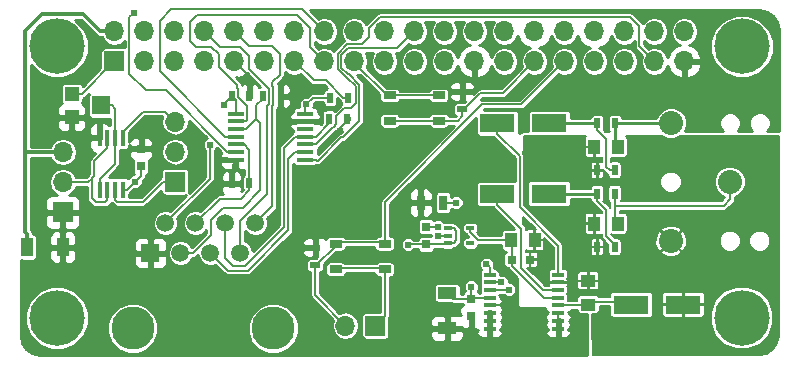
<source format=gtl>
G04 #@! TF.FileFunction,Copper,L1,Top,Signal*
%FSLAX46Y46*%
G04 Gerber Fmt 4.6, Leading zero omitted, Abs format (unit mm)*
G04 Created by KiCad (PCBNEW 4.0.7) date Sun Mar 11 16:41:06 2018*
%MOMM*%
%LPD*%
G01*
G04 APERTURE LIST*
%ADD10C,0.025400*%
%ADD11R,0.450000X1.450000*%
%ADD12R,3.000000X1.600000*%
%ADD13R,1.600000X1.000000*%
%ADD14C,2.032000*%
%ADD15R,0.800000X0.750000*%
%ADD16R,0.750000X0.800000*%
%ADD17R,1.000000X1.600000*%
%ADD18C,3.650000*%
%ADD19R,1.500000X1.500000*%
%ADD20C,1.500000*%
%ADD21R,1.700000X1.700000*%
%ADD22O,1.700000X1.700000*%
%ADD23R,0.700000X1.300000*%
%ADD24R,0.500000X0.900000*%
%ADD25R,1.500000X1.600000*%
%ADD26R,1.200000X1.200000*%
%ADD27R,1.000000X0.400000*%
%ADD28C,4.700000*%
%ADD29R,0.900000X0.500000*%
%ADD30R,1.450000X0.450000*%
%ADD31R,1.050000X0.650000*%
%ADD32R,1.000000X1.250000*%
%ADD33R,1.250000X1.000000*%
%ADD34R,0.650000X0.400000*%
%ADD35C,0.609600*%
%ADD36C,0.152400*%
%ADD37C,0.203200*%
%ADD38C,0.250000*%
%ADD39C,0.304800*%
%ADD40C,0.254000*%
G04 APERTURE END LIST*
D10*
D11*
X108559580Y-103721120D03*
X107909580Y-103721120D03*
X107259580Y-103721120D03*
X106609580Y-103721120D03*
X106609580Y-108121120D03*
X107259580Y-108121120D03*
X107909580Y-108121120D03*
X108559580Y-108121120D03*
D12*
X151643180Y-117864320D03*
X156043180Y-117864320D03*
D13*
X136032580Y-116867120D03*
X136032580Y-119867120D03*
D14*
X155000000Y-112500000D03*
X160000000Y-107500000D03*
X155000000Y-102500000D03*
D15*
X143036180Y-114054320D03*
X141536180Y-114054320D03*
D12*
X140300000Y-108500000D03*
X144700000Y-108500000D03*
X140300000Y-102500000D03*
X144700000Y-102500000D03*
D16*
X110124580Y-104663120D03*
X110124580Y-106163120D03*
D17*
X100500000Y-113000000D03*
X103500000Y-113000000D03*
D18*
X121300000Y-119850000D03*
X109430000Y-119850000D03*
D19*
X110920000Y-113500000D03*
D20*
X112190000Y-110960000D03*
X113460000Y-113500000D03*
X114730000Y-110960000D03*
X116000000Y-113500000D03*
X117270000Y-110960000D03*
X118540000Y-113500000D03*
X119810000Y-110960000D03*
D21*
X103500000Y-110040000D03*
D22*
X103500000Y-107500000D03*
X103500000Y-104960000D03*
D23*
X133812580Y-109223120D03*
X135712580Y-109223120D03*
D24*
X150250000Y-108500000D03*
X148750000Y-108500000D03*
X150250000Y-113000000D03*
X148750000Y-113000000D03*
X150250000Y-102500000D03*
X148750000Y-102500000D03*
X150250000Y-106500000D03*
X148750000Y-106500000D03*
X127542180Y-102116320D03*
X126042180Y-102116320D03*
X119287180Y-100211320D03*
X117787180Y-100211320D03*
X121954180Y-100211320D03*
X120454180Y-100211320D03*
X117787180Y-107577320D03*
X119287180Y-107577320D03*
D25*
X106750000Y-101000000D03*
D26*
X104250000Y-100000000D03*
X104250000Y-102000000D03*
D27*
X139640180Y-115335320D03*
X139640180Y-115985320D03*
X139640180Y-116635320D03*
X139640180Y-117285320D03*
X139640180Y-117935320D03*
X139640180Y-118585320D03*
X139640180Y-119235320D03*
X139640180Y-119885320D03*
X145440180Y-119885320D03*
X145440180Y-119235320D03*
X145440180Y-118585320D03*
X145440180Y-117935320D03*
X145440180Y-117285320D03*
X145440180Y-116635320D03*
X145440180Y-115985320D03*
X145440180Y-115335320D03*
D21*
X107870000Y-97270000D03*
D22*
X107870000Y-94730000D03*
X110410000Y-97270000D03*
X110410000Y-94730000D03*
X112950000Y-97270000D03*
X112950000Y-94730000D03*
X115490000Y-97270000D03*
X115490000Y-94730000D03*
X118030000Y-97270000D03*
X118030000Y-94730000D03*
X120570000Y-97270000D03*
X120570000Y-94730000D03*
X123110000Y-97270000D03*
X123110000Y-94730000D03*
X125650000Y-97270000D03*
X125650000Y-94730000D03*
X128190000Y-97270000D03*
X128190000Y-94730000D03*
X130730000Y-97270000D03*
X130730000Y-94730000D03*
X133270000Y-97270000D03*
X133270000Y-94730000D03*
X135810000Y-97270000D03*
X135810000Y-94730000D03*
X138350000Y-97270000D03*
X138350000Y-94730000D03*
X140890000Y-97270000D03*
X140890000Y-94730000D03*
X143430000Y-97270000D03*
X143430000Y-94730000D03*
X145970000Y-97270000D03*
X145970000Y-94730000D03*
X148510000Y-97270000D03*
X148510000Y-94730000D03*
X151050000Y-97270000D03*
X151050000Y-94730000D03*
X153590000Y-97270000D03*
X153590000Y-94730000D03*
X156130000Y-97270000D03*
X156130000Y-94730000D03*
D28*
X103000000Y-96000000D03*
X103000000Y-119000000D03*
X161000000Y-96000000D03*
X161000000Y-119000000D03*
D21*
X129967180Y-119642320D03*
D22*
X127427180Y-119642320D03*
D29*
X137302580Y-101325120D03*
X137302580Y-99825120D03*
X124856580Y-114533120D03*
X124856580Y-113033120D03*
D30*
X118127180Y-101690320D03*
X118127180Y-102340320D03*
X118127180Y-102990320D03*
X118127180Y-103640320D03*
X118127180Y-104290320D03*
X118127180Y-104940320D03*
X118127180Y-105590320D03*
X124027180Y-105590320D03*
X124027180Y-104940320D03*
X124027180Y-104290320D03*
X124027180Y-103640320D03*
X124027180Y-102990320D03*
X124027180Y-102340320D03*
X124027180Y-101690320D03*
D31*
X130741580Y-114870120D03*
X126591580Y-114870120D03*
X130741580Y-112720120D03*
X126591580Y-112720120D03*
X131163580Y-100152320D03*
X135313580Y-100152320D03*
X131163580Y-102302320D03*
X135313580Y-102302320D03*
D32*
X141437180Y-112403320D03*
X143437180Y-112403320D03*
X148500000Y-111000000D03*
X150500000Y-111000000D03*
X148500000Y-104500000D03*
X150500000Y-104500000D03*
D33*
X148001180Y-117860320D03*
X148001180Y-115860320D03*
D16*
X134254580Y-111267120D03*
X134254580Y-112767120D03*
X138064580Y-118863120D03*
X138064580Y-117363120D03*
D21*
X113012580Y-107445120D03*
D22*
X113012580Y-104905120D03*
X113012580Y-102365120D03*
D24*
X126138580Y-100333120D03*
X127638580Y-100333120D03*
D34*
X136098580Y-111367120D03*
X136098580Y-112667120D03*
X136098580Y-112017120D03*
X137998580Y-112667120D03*
X137998580Y-111367120D03*
D35*
X135270580Y-111255120D03*
X136794580Y-109223120D03*
X135270580Y-112017120D03*
X124119980Y-100917320D03*
X109616580Y-107445120D03*
X132730580Y-112779120D03*
X138064580Y-116335120D03*
X126955898Y-103149522D03*
X118074780Y-106251320D03*
X105654180Y-103711320D03*
X122595980Y-102339720D03*
X110124580Y-103635120D03*
X132476580Y-109223120D03*
X140889180Y-117864320D03*
X109489580Y-93170320D03*
X115966580Y-104320920D03*
X117140180Y-100973320D03*
X139365180Y-114435320D03*
X140635180Y-115959320D03*
X141270180Y-116594320D03*
D36*
X141536180Y-114581720D02*
X141536180Y-114054320D01*
X141536180Y-114617642D02*
X141536180Y-114581720D01*
X144203858Y-117285320D02*
X141536180Y-114617642D01*
X145440180Y-117285320D02*
X144203858Y-117285320D01*
X141536180Y-114054320D02*
X141536180Y-112502320D01*
X141536180Y-112502320D02*
X141437180Y-112403320D01*
X141437180Y-112403320D02*
X138682380Y-112403320D01*
X138682380Y-112403320D02*
X137998580Y-111719520D01*
X137998580Y-111719520D02*
X137998580Y-111367120D01*
X134254580Y-111267120D02*
X135258580Y-111267120D01*
X135258580Y-111267120D02*
X135270580Y-111255120D01*
X135712580Y-109223120D02*
X136794580Y-109223120D01*
X135712580Y-109523120D02*
X135712580Y-109223120D01*
X134254580Y-111267120D02*
X134254580Y-111242120D01*
X136098580Y-112017120D02*
X135270580Y-112017120D01*
X143036180Y-114054320D02*
X143061180Y-114054320D01*
X144992180Y-115985320D02*
X145440180Y-115985320D01*
X136098580Y-112667120D02*
X136575980Y-112667120D01*
X136575980Y-112667120D02*
X136819980Y-112423120D01*
X136819980Y-112423120D02*
X136819980Y-111611120D01*
X136819980Y-111611120D02*
X136575980Y-111367120D01*
X136575980Y-111367120D02*
X136098580Y-111367120D01*
X124027180Y-101010120D02*
X124119980Y-100917320D01*
X124027180Y-101690320D02*
X124027180Y-101010120D01*
X124704180Y-100333120D02*
X124119980Y-100917320D01*
X126138580Y-100333120D02*
X124704180Y-100333120D01*
X134254580Y-112767120D02*
X135998580Y-112767120D01*
X135998580Y-112767120D02*
X136098580Y-112667120D01*
X131163580Y-100152320D02*
X130963580Y-100152320D01*
X130963580Y-100152320D02*
X128190000Y-97378740D01*
X128190000Y-97378740D02*
X128190000Y-97270000D01*
X131072320Y-100152320D02*
X135313580Y-100152320D01*
X109612980Y-107445120D02*
X110124580Y-106933520D01*
X108936980Y-108121120D02*
X109612980Y-107445120D01*
X109612980Y-107445120D02*
X109616580Y-107445120D01*
X108559580Y-108121120D02*
X108936980Y-108121120D01*
X110124580Y-106933520D02*
X110124580Y-106163120D01*
X134254580Y-112767120D02*
X132742580Y-112767120D01*
X132742580Y-112767120D02*
X132730580Y-112779120D01*
X138064580Y-117363120D02*
X138064580Y-116335120D01*
X138064580Y-117363120D02*
X136528580Y-117363120D01*
X136528580Y-117363120D02*
X136032580Y-116867120D01*
X139640180Y-117285320D02*
X138142380Y-117285320D01*
X138142380Y-117285320D02*
X138064580Y-117363120D01*
X130772180Y-114748320D02*
X130772180Y-118837320D01*
X130772180Y-118837320D02*
X129967180Y-119642320D01*
X126622180Y-114748320D02*
X130772180Y-114748320D01*
D37*
X108418000Y-97818000D02*
X107870000Y-97270000D01*
X108600000Y-98000000D02*
X107870000Y-97270000D01*
X104250000Y-100000000D02*
X105140000Y-100000000D01*
X105140000Y-100000000D02*
X107870000Y-97270000D01*
D36*
X127542180Y-102116320D02*
X127542180Y-102316320D01*
X127542180Y-102316320D02*
X126955898Y-102902602D01*
X126955898Y-102902602D02*
X126955898Y-103149522D01*
X118127180Y-105590320D02*
X118127180Y-106198920D01*
X118127180Y-106198920D02*
X118074780Y-106251320D01*
X106609580Y-103721120D02*
X105663980Y-103721120D01*
X105663980Y-103721120D02*
X105654180Y-103711320D01*
X124027180Y-102340320D02*
X122596580Y-102340320D01*
X122596580Y-102340320D02*
X122595980Y-102339720D01*
X119287180Y-100211320D02*
X119287180Y-98527180D01*
X119287180Y-98527180D02*
X118030000Y-97270000D01*
X110124580Y-104663120D02*
X110124580Y-103635120D01*
X133812580Y-109223120D02*
X132476580Y-109223120D01*
X145440180Y-119235320D02*
X145440180Y-118585320D01*
X121954180Y-100211320D02*
X122474180Y-100211320D01*
X122474180Y-100211320D02*
X122855180Y-99830320D01*
X103500000Y-113000000D02*
X103500000Y-110040000D01*
D37*
X139640180Y-117935320D02*
X140818180Y-117935320D01*
X140818180Y-117935320D02*
X140889180Y-117864320D01*
D36*
X145440180Y-116635320D02*
X144181380Y-116635320D01*
X144181380Y-116635320D02*
X142331780Y-114785720D01*
X142331780Y-114785720D02*
X142331780Y-111484180D01*
X142331780Y-111484180D02*
X140300000Y-109452400D01*
X140300000Y-109452400D02*
X140300000Y-108500000D01*
X150250000Y-113000000D02*
X150250000Y-112800000D01*
X150250000Y-112800000D02*
X149519980Y-112069980D01*
X149519980Y-112069980D02*
X149519980Y-109872380D01*
X148750000Y-109102400D02*
X148750000Y-108500000D01*
X149519980Y-109872380D02*
X148750000Y-109102400D01*
D38*
X148750000Y-108500000D02*
X148750000Y-108700000D01*
X144700000Y-108500000D02*
X148750000Y-108500000D01*
D37*
X150250000Y-111000000D02*
X150250000Y-109500000D01*
X150250000Y-109500000D02*
X150250000Y-108500000D01*
X160000000Y-107500000D02*
X160000000Y-108936840D01*
X160000000Y-108936840D02*
X159436840Y-109500000D01*
X159436840Y-109500000D02*
X150250000Y-109500000D01*
D36*
X142164781Y-109594439D02*
X142164781Y-105317181D01*
X145440180Y-115335320D02*
X145440180Y-112869838D01*
X145440180Y-112869838D02*
X142164781Y-109594439D01*
X140300000Y-103452400D02*
X140300000Y-102500000D01*
X142164781Y-105317181D02*
X140300000Y-103452400D01*
X150250000Y-106500000D02*
X149847600Y-106500000D01*
X149847600Y-106500000D02*
X149519980Y-106172380D01*
X149519980Y-106172380D02*
X149519980Y-103872380D01*
X149519980Y-103872380D02*
X148750000Y-103102400D01*
X148750000Y-103102400D02*
X148750000Y-102500000D01*
D38*
X144700000Y-102500000D02*
X148750000Y-102500000D01*
X150250000Y-104500000D02*
X150250000Y-102500000D01*
X155000000Y-102500000D02*
X150250000Y-102500000D01*
D36*
X148001180Y-117610320D02*
X151389180Y-117610320D01*
X151389180Y-117610320D02*
X151643180Y-117864320D01*
X145440180Y-117935320D02*
X147676180Y-117935320D01*
X147676180Y-117935320D02*
X148001180Y-117610320D01*
D39*
X100294399Y-94701311D02*
X100294399Y-105000000D01*
X100294399Y-105000000D02*
X100294399Y-111689599D01*
X103500000Y-104960000D02*
X100334399Y-104960000D01*
X100334399Y-104960000D02*
X100294399Y-105000000D01*
X107870000Y-94730000D02*
X106667919Y-94730000D01*
X106667919Y-94730000D02*
X105232318Y-93294399D01*
X105232318Y-93294399D02*
X101701311Y-93294399D01*
X101701311Y-93294399D02*
X100294399Y-94701311D01*
X100294399Y-111689599D02*
X100500000Y-111895200D01*
X100500000Y-111895200D02*
X100500000Y-113000000D01*
D36*
X119004580Y-102340320D02*
X119080781Y-102264119D01*
X118127180Y-102340320D02*
X119004580Y-102340320D01*
X119080781Y-102264119D02*
X119080781Y-102143921D01*
X116703180Y-97716920D02*
X116703180Y-96675520D01*
X119080781Y-102143921D02*
X119106181Y-102118521D01*
X119106181Y-102118521D02*
X119106181Y-101262119D01*
X119106181Y-101262119D02*
X119080781Y-101236719D01*
X119080781Y-101236719D02*
X119080781Y-101073855D01*
X116042780Y-96015120D02*
X114747380Y-96015120D01*
X116703180Y-96675520D02*
X116042780Y-96015120D01*
X119080781Y-101073855D02*
X118457390Y-100450464D01*
X118457390Y-100450464D02*
X118457390Y-100414543D01*
X118265781Y-99279521D02*
X116703180Y-97716920D01*
X118457390Y-100414543D02*
X118291181Y-100248334D01*
X118291181Y-100248334D02*
X118291181Y-99558119D01*
X123324450Y-93348120D02*
X124450180Y-94473850D01*
X118291181Y-99558119D02*
X118265781Y-99532719D01*
X118265781Y-99532719D02*
X118265781Y-99279521D01*
X114747380Y-96015120D02*
X114239380Y-95507120D01*
X114848980Y-93348120D02*
X123324450Y-93348120D01*
X114239380Y-95507120D02*
X114239380Y-93957720D01*
X114239380Y-93957720D02*
X114848980Y-93348120D01*
X124450180Y-94473850D02*
X124450180Y-96070180D01*
X124450180Y-96070180D02*
X125650000Y-97270000D01*
X118127180Y-103640320D02*
X117249780Y-103640320D01*
X117249780Y-103640320D02*
X111699380Y-98089920D01*
X111699380Y-98089920D02*
X111699380Y-93830720D01*
X111699380Y-93830720D02*
X112664580Y-92865520D01*
X112664580Y-92865520D02*
X123785520Y-92865520D01*
X123785520Y-92865520D02*
X125650000Y-94730000D01*
X109133980Y-98301120D02*
X109133980Y-93525920D01*
X109133980Y-93525920D02*
X109489580Y-93170320D01*
X118127180Y-104940320D02*
X117424180Y-104940320D01*
X117424180Y-104940320D02*
X112207380Y-99723520D01*
X112207380Y-99723520D02*
X110556380Y-99723520D01*
X110556380Y-99723520D02*
X109133980Y-98301120D01*
X118127180Y-104940320D02*
X117415698Y-104940320D01*
X143430000Y-97270000D02*
X140731580Y-99968420D01*
X137302580Y-101325120D02*
X137502580Y-101325120D01*
X137502580Y-101325120D02*
X138859280Y-99968420D01*
X138859280Y-99968420D02*
X140731580Y-99968420D01*
X135313580Y-102302320D02*
X136934314Y-102302320D01*
X136934314Y-102302320D02*
X137302580Y-101934054D01*
X131163580Y-102302320D02*
X135313580Y-102302320D01*
X137302580Y-101325120D02*
X137302580Y-101934054D01*
X116775120Y-96015120D02*
X115490000Y-94730000D01*
X119293980Y-96827920D02*
X118481180Y-96015120D01*
X119293980Y-97939638D02*
X119293980Y-96827920D01*
X120792580Y-108529090D02*
X120792580Y-101030122D01*
X120958181Y-99603839D02*
X119293980Y-97939638D01*
X120958181Y-100864521D02*
X120958181Y-99603839D01*
X120792580Y-101030122D02*
X120958181Y-100864521D01*
X118481180Y-96015120D02*
X116775120Y-96015120D01*
X118540000Y-110781670D02*
X120792580Y-108529090D01*
X118540000Y-113500000D02*
X118540000Y-110781670D01*
X119810000Y-110960000D02*
X121237592Y-109532408D01*
X121237592Y-109532408D02*
X121237592Y-101052098D01*
X121237592Y-101052098D02*
X121288392Y-101001298D01*
X121237592Y-99050910D02*
X121884780Y-98403722D01*
X119289720Y-95989720D02*
X118030000Y-94730000D01*
X121288392Y-101001298D02*
X121288392Y-99421342D01*
X121288392Y-99421342D02*
X121237592Y-99370542D01*
X121237592Y-99370542D02*
X121237592Y-99050910D01*
X121224380Y-95989720D02*
X119289720Y-95989720D01*
X121884780Y-98403722D02*
X121884780Y-96650120D01*
X121884780Y-96650120D02*
X121224380Y-95989720D01*
X105933580Y-107191120D02*
X105933580Y-107159519D01*
X105933580Y-107159519D02*
X106155979Y-106937120D01*
X103500000Y-107500000D02*
X105624700Y-107500000D01*
X105624700Y-107500000D02*
X105933580Y-107191120D01*
X105933580Y-107191120D02*
X105933580Y-108852322D01*
X107101980Y-109197720D02*
X107259580Y-109040120D01*
X105933580Y-108852322D02*
X106278978Y-109197720D01*
X106278978Y-109197720D02*
X107101980Y-109197720D01*
X107259580Y-109040120D02*
X107259580Y-108121120D01*
X106155979Y-106937120D02*
X106155979Y-105702121D01*
X106155979Y-105702121D02*
X107259580Y-104598520D01*
X107259580Y-104598520D02*
X107259580Y-103721120D01*
X107909580Y-103721120D02*
X107909580Y-101257180D01*
X107909580Y-101257180D02*
X107652400Y-101000000D01*
X107652400Y-101000000D02*
X106750000Y-101000000D01*
X106609580Y-108121120D02*
X106609580Y-107243720D01*
X106609580Y-107243720D02*
X107909580Y-105943720D01*
X107909580Y-105943720D02*
X107909580Y-103721120D01*
X112190000Y-110960000D02*
X115966580Y-107183420D01*
X115966580Y-107183420D02*
X115966580Y-104320920D01*
X117140180Y-100973320D02*
X117140180Y-100858320D01*
X117140180Y-100858320D02*
X117787180Y-100211320D01*
X118127180Y-101690320D02*
X118127180Y-100551320D01*
X118127180Y-100551320D02*
X117787180Y-100211320D01*
X113460000Y-113500000D02*
X114520660Y-113500000D01*
X114520660Y-113500000D02*
X116042780Y-111977880D01*
X116042780Y-111977880D02*
X116042780Y-110738889D01*
X116042780Y-110738889D02*
X117101349Y-109680320D01*
X117101349Y-109680320D02*
X118726728Y-109680320D01*
X118726728Y-109680320D02*
X120213581Y-108193467D01*
X120213581Y-108193467D02*
X120213581Y-102451321D01*
X120213581Y-102451321D02*
X119878580Y-102116320D01*
X119878580Y-100986920D02*
X120454180Y-100411320D01*
X119878580Y-102116320D02*
X119878580Y-100986920D01*
X120454180Y-100411320D02*
X120454180Y-100211320D01*
X119004580Y-102990320D02*
X119878580Y-102116320D01*
X118127180Y-102990320D02*
X119004580Y-102990320D01*
X114730000Y-110960000D02*
X116797080Y-108892920D01*
X116797080Y-108892920D02*
X118575080Y-108892920D01*
X118575080Y-108892920D02*
X119287180Y-108180820D01*
D37*
X118832447Y-104290320D02*
X118127180Y-104290320D01*
X119287180Y-104745053D02*
X118832447Y-104290320D01*
X119287180Y-107577320D02*
X119287180Y-104745053D01*
X119287180Y-108180820D02*
X119287180Y-107577320D01*
D36*
X116000000Y-113500000D02*
X117488920Y-114988920D01*
X117488920Y-114988920D02*
X119166980Y-114988920D01*
X119166980Y-114988920D02*
X122595980Y-111559920D01*
X122595980Y-111559920D02*
X122595980Y-105494120D01*
X122595980Y-105494120D02*
X123149780Y-104940320D01*
X123149780Y-104940320D02*
X124027180Y-104940320D01*
X117270000Y-110960000D02*
X117270000Y-113879340D01*
X123149780Y-103640320D02*
X124027180Y-103640320D01*
X117270000Y-113879340D02*
X117947780Y-114557120D01*
X117947780Y-114557120D02*
X118931210Y-114557120D01*
X118931210Y-114557120D02*
X122189580Y-111298750D01*
X122189580Y-111298750D02*
X122189580Y-104600520D01*
X122189580Y-104600520D02*
X123149780Y-103640320D01*
X124904580Y-103640320D02*
X126042180Y-102502720D01*
X124027180Y-103640320D02*
X124904580Y-103640320D01*
X126042180Y-102502720D02*
X126042180Y-102116320D01*
X139640180Y-115335320D02*
X139640180Y-114710320D01*
X139640180Y-114710320D02*
X139365180Y-114435320D01*
X113012580Y-102365120D02*
X112162581Y-101515121D01*
X112162581Y-101515121D02*
X110265579Y-101515121D01*
X110265579Y-101515121D02*
X108559580Y-103221120D01*
X108559580Y-103221120D02*
X108559580Y-103721120D01*
X127085999Y-96740079D02*
X127660079Y-96165999D01*
X125110580Y-105667120D02*
X127069376Y-103708324D01*
X127085999Y-97799921D02*
X127085999Y-96740079D01*
X128615791Y-99256200D02*
X127733592Y-98374001D01*
X127224124Y-103708324D02*
X128615791Y-102316657D01*
X127660079Y-98374001D02*
X127085999Y-97799921D01*
X128615791Y-102316657D02*
X128615791Y-99256200D01*
X127069376Y-103708324D02*
X127224124Y-103708324D01*
X124981380Y-105667120D02*
X125110580Y-105667120D01*
X124904580Y-105590320D02*
X124981380Y-105667120D01*
X131834001Y-96165999D02*
X133270000Y-94730000D01*
X127660079Y-96165999D02*
X131834001Y-96165999D01*
X127733592Y-98374001D02*
X127660079Y-98374001D01*
X124027180Y-105590320D02*
X124904580Y-105590320D01*
X123945180Y-105672320D02*
X124027180Y-105590320D01*
X126622180Y-112598320D02*
X130772180Y-112598320D01*
X139004380Y-100917320D02*
X142322680Y-100917320D01*
X130772180Y-112598320D02*
X130772180Y-109149520D01*
X130772180Y-109149520D02*
X139004380Y-100917320D01*
X142322680Y-100917320D02*
X145970000Y-97270000D01*
X126591580Y-112720120D02*
X126591580Y-112872920D01*
X126591580Y-112872920D02*
X124931380Y-114533120D01*
X124931380Y-114533120D02*
X124856580Y-114533120D01*
X124856580Y-117071720D02*
X124856580Y-114533120D01*
X127427180Y-119642320D02*
X124856580Y-117071720D01*
X139640180Y-115985320D02*
X140609180Y-115985320D01*
X140609180Y-115985320D02*
X140635180Y-115959320D01*
X126546181Y-102648719D02*
X126634580Y-102560320D01*
X124027180Y-104290320D02*
X124904581Y-104290319D01*
X129453980Y-95202320D02*
X129453980Y-94409690D01*
X128285580Y-99392977D02*
X127596815Y-98704212D01*
X152313980Y-95993980D02*
X153590000Y-97270000D01*
X126374579Y-102820321D02*
X126495381Y-102820321D01*
X124904581Y-104290319D02*
X126374579Y-102820321D01*
X129453980Y-94409690D02*
X130337750Y-93525920D01*
X126546181Y-102769521D02*
X126546181Y-102648719D01*
X126495381Y-102820321D02*
X126546181Y-102769521D01*
X126634580Y-102560320D02*
X126634580Y-101912438D01*
X126634580Y-101912438D02*
X127324898Y-101222120D01*
X127324898Y-101222120D02*
X127861062Y-101222120D01*
X128285580Y-100797602D02*
X128285580Y-99392977D01*
X127861062Y-101222120D02*
X128285580Y-100797602D01*
X127596815Y-98704212D02*
X127523302Y-98704212D01*
X127523302Y-98704212D02*
X126755788Y-97936698D01*
X126755788Y-97936698D02*
X126755788Y-96603302D01*
X126755788Y-96603302D02*
X127523302Y-95835788D01*
X127523302Y-95835788D02*
X128820512Y-95835788D01*
X128820512Y-95835788D02*
X129453980Y-95202320D01*
X130337750Y-93525920D02*
X151551980Y-93525920D01*
X151551980Y-93525920D02*
X152313980Y-94287920D01*
X152313980Y-94287920D02*
X152313980Y-95993980D01*
X139640180Y-116635320D02*
X141229180Y-116635320D01*
X141229180Y-116635320D02*
X141270180Y-116594320D01*
X107909580Y-108121120D02*
X107909580Y-108998520D01*
X107909580Y-108998520D02*
X108083380Y-109172320D01*
X108083380Y-109172320D02*
X110282980Y-109172320D01*
X110282980Y-109172320D02*
X112010180Y-107445120D01*
X112010180Y-107445120D02*
X113012580Y-107445120D01*
X127638580Y-100333120D02*
X127236180Y-100333120D01*
X127236180Y-100333120D02*
X125788380Y-98885320D01*
X125788380Y-98885320D02*
X124725320Y-98885320D01*
X124725320Y-98885320D02*
X123110000Y-97270000D01*
X127638580Y-100333120D02*
X127638580Y-100133120D01*
X123110000Y-97382540D02*
X123110000Y-97270000D01*
D40*
G36*
X106326667Y-95071247D02*
X106326669Y-95071250D01*
X106424174Y-95136400D01*
X106483236Y-95175864D01*
X106667919Y-95212600D01*
X106784873Y-95212600D01*
X107035473Y-95587648D01*
X107418357Y-95843484D01*
X107870000Y-95933321D01*
X108321643Y-95843484D01*
X108704527Y-95587648D01*
X108727580Y-95553147D01*
X108727580Y-96084866D01*
X108720000Y-96083331D01*
X107020000Y-96083331D01*
X106897635Y-96106356D01*
X106785251Y-96178673D01*
X106709856Y-96289017D01*
X106683331Y-96420000D01*
X106683331Y-97846011D01*
X105177590Y-99351752D01*
X105163644Y-99277635D01*
X105091327Y-99165251D01*
X104980983Y-99089856D01*
X104850000Y-99063331D01*
X103650000Y-99063331D01*
X103527635Y-99086356D01*
X103415251Y-99158673D01*
X103339856Y-99269017D01*
X103313331Y-99400000D01*
X103313331Y-100600000D01*
X103336356Y-100722365D01*
X103397441Y-100817294D01*
X103290301Y-100861673D01*
X103111673Y-101040302D01*
X103015000Y-101273691D01*
X103015000Y-101714250D01*
X103173750Y-101873000D01*
X104123000Y-101873000D01*
X104123000Y-101853000D01*
X104377000Y-101853000D01*
X104377000Y-101873000D01*
X105326250Y-101873000D01*
X105485000Y-101714250D01*
X105485000Y-101273691D01*
X105388327Y-101040302D01*
X105209699Y-100861673D01*
X105101476Y-100816846D01*
X105160144Y-100730983D01*
X105186669Y-100600000D01*
X105186669Y-100422517D01*
X105305243Y-100398931D01*
X105445329Y-100305329D01*
X105707578Y-100043080D01*
X105689856Y-100069017D01*
X105663331Y-100200000D01*
X105663331Y-101800000D01*
X105686356Y-101922365D01*
X105758673Y-102034749D01*
X105869017Y-102110144D01*
X106000000Y-102136669D01*
X107500000Y-102136669D01*
X107503180Y-102136071D01*
X107503180Y-102663218D01*
X107484580Y-102659451D01*
X107382446Y-102659451D01*
X107372907Y-102636422D01*
X107194279Y-102457793D01*
X106960890Y-102361120D01*
X106880830Y-102361120D01*
X106722080Y-102519870D01*
X106722080Y-102876771D01*
X106697911Y-102996120D01*
X106697911Y-103868120D01*
X106497080Y-103868120D01*
X106497080Y-103848120D01*
X105908330Y-103848120D01*
X105749580Y-104006870D01*
X105749580Y-104572429D01*
X105846253Y-104805818D01*
X106024881Y-104984447D01*
X106218653Y-105064710D01*
X105868611Y-105414753D01*
X105780514Y-105546598D01*
X105749579Y-105702121D01*
X105749579Y-106768784D01*
X105646212Y-106872151D01*
X105582576Y-106967388D01*
X105456364Y-107093600D01*
X104622483Y-107093600D01*
X104613484Y-107048357D01*
X104357648Y-106665473D01*
X103974764Y-106409637D01*
X103523121Y-106319800D01*
X103476879Y-106319800D01*
X103025236Y-106409637D01*
X102642352Y-106665473D01*
X102386516Y-107048357D01*
X102296679Y-107500000D01*
X102386516Y-107951643D01*
X102642352Y-108334527D01*
X102972312Y-108555000D01*
X102523691Y-108555000D01*
X102290302Y-108651673D01*
X102111673Y-108830301D01*
X102015000Y-109063690D01*
X102015000Y-109754250D01*
X102173750Y-109913000D01*
X103373000Y-109913000D01*
X103373000Y-109893000D01*
X103627000Y-109893000D01*
X103627000Y-109913000D01*
X104826250Y-109913000D01*
X104985000Y-109754250D01*
X104985000Y-109063690D01*
X104888327Y-108830301D01*
X104709698Y-108651673D01*
X104476309Y-108555000D01*
X104027688Y-108555000D01*
X104357648Y-108334527D01*
X104613484Y-107951643D01*
X104622483Y-107906400D01*
X105527180Y-107906400D01*
X105527180Y-108852322D01*
X105558115Y-109007845D01*
X105633423Y-109120550D01*
X105646212Y-109139690D01*
X105991610Y-109485089D01*
X106123456Y-109573186D01*
X106278978Y-109604120D01*
X107101980Y-109604120D01*
X107257503Y-109573185D01*
X107389348Y-109485088D01*
X107546948Y-109327488D01*
X107598478Y-109250368D01*
X107622212Y-109285888D01*
X107796012Y-109459688D01*
X107927857Y-109547785D01*
X108083380Y-109578720D01*
X110282980Y-109578720D01*
X110438503Y-109547785D01*
X110570348Y-109459688D01*
X111825911Y-108204125D01*
X111825911Y-108295120D01*
X111848936Y-108417485D01*
X111921253Y-108529869D01*
X112031597Y-108605264D01*
X112162580Y-108631789D01*
X113862580Y-108631789D01*
X113962225Y-108613039D01*
X112610345Y-109964919D01*
X112405808Y-109879988D01*
X111976078Y-109879613D01*
X111578915Y-110043717D01*
X111274785Y-110347317D01*
X111109988Y-110744192D01*
X111109613Y-111173922D01*
X111273717Y-111571085D01*
X111577317Y-111875215D01*
X111974192Y-112040012D01*
X112403922Y-112040387D01*
X112801085Y-111876283D01*
X113105215Y-111572683D01*
X113270012Y-111175808D01*
X113270387Y-110746078D01*
X113185091Y-110539645D01*
X116253948Y-107470788D01*
X116303840Y-107396120D01*
X116342045Y-107338943D01*
X116372980Y-107183420D01*
X116372980Y-107001010D01*
X116902180Y-107001010D01*
X116902180Y-107291570D01*
X117060930Y-107450320D01*
X117662180Y-107450320D01*
X117662180Y-106651070D01*
X117912180Y-106651070D01*
X117912180Y-107450320D01*
X118513430Y-107450320D01*
X118672180Y-107291570D01*
X118672180Y-107001010D01*
X118575507Y-106767621D01*
X118396878Y-106588993D01*
X118163489Y-106492320D01*
X118070930Y-106492320D01*
X117912180Y-106651070D01*
X117662180Y-106651070D01*
X117503430Y-106492320D01*
X117410871Y-106492320D01*
X117177482Y-106588993D01*
X116998853Y-106767621D01*
X116902180Y-107001010D01*
X116372980Y-107001010D01*
X116372980Y-105861570D01*
X116767180Y-105861570D01*
X116767180Y-105941630D01*
X116863853Y-106175019D01*
X117042482Y-106353647D01*
X117275871Y-106450320D01*
X117841430Y-106450320D01*
X118000180Y-106291570D01*
X118000180Y-105702820D01*
X116925930Y-105702820D01*
X116767180Y-105861570D01*
X116372980Y-105861570D01*
X116372980Y-104812471D01*
X116504593Y-104681088D01*
X116529714Y-104620590D01*
X116889299Y-104980175D01*
X116863853Y-105005621D01*
X116767180Y-105239010D01*
X116767180Y-105319070D01*
X116925930Y-105477820D01*
X117282831Y-105477820D01*
X117402180Y-105501989D01*
X118274180Y-105501989D01*
X118274180Y-105702820D01*
X118254180Y-105702820D01*
X118254180Y-106291570D01*
X118412930Y-106450320D01*
X118855380Y-106450320D01*
X118855380Y-106851921D01*
X118802431Y-106885993D01*
X118727036Y-106996337D01*
X118700511Y-107127320D01*
X118700511Y-108027320D01*
X118723536Y-108149685D01*
X118731383Y-108161880D01*
X118624483Y-108268780D01*
X118672180Y-108153630D01*
X118672180Y-107863070D01*
X118513430Y-107704320D01*
X117912180Y-107704320D01*
X117912180Y-107724320D01*
X117662180Y-107724320D01*
X117662180Y-107704320D01*
X117060930Y-107704320D01*
X116902180Y-107863070D01*
X116902180Y-108153630D01*
X116998853Y-108387019D01*
X117098355Y-108486520D01*
X116797080Y-108486520D01*
X116641558Y-108517454D01*
X116509712Y-108605552D01*
X115150345Y-109964919D01*
X114945808Y-109879988D01*
X114516078Y-109879613D01*
X114118915Y-110043717D01*
X113814785Y-110347317D01*
X113649988Y-110744192D01*
X113649613Y-111173922D01*
X113813717Y-111571085D01*
X114117317Y-111875215D01*
X114514192Y-112040012D01*
X114943922Y-112040387D01*
X115341085Y-111876283D01*
X115636380Y-111581503D01*
X115636380Y-111809544D01*
X114429124Y-113016800D01*
X114376283Y-112888915D01*
X114072683Y-112584785D01*
X113675808Y-112419988D01*
X113246078Y-112419613D01*
X112848915Y-112583717D01*
X112544785Y-112887317D01*
X112379988Y-113284192D01*
X112379613Y-113713922D01*
X112543717Y-114111085D01*
X112847317Y-114415215D01*
X113244192Y-114580012D01*
X113673922Y-114580387D01*
X114071085Y-114416283D01*
X114375215Y-114112683D01*
X114460871Y-113906400D01*
X114520660Y-113906400D01*
X114676183Y-113875465D01*
X114808028Y-113787368D01*
X114919646Y-113675750D01*
X114919613Y-113713922D01*
X115083717Y-114111085D01*
X115387317Y-114415215D01*
X115784192Y-114580012D01*
X116213922Y-114580387D01*
X116420355Y-114495091D01*
X117201552Y-115276288D01*
X117333397Y-115364385D01*
X117488920Y-115395320D01*
X119166980Y-115395320D01*
X119322503Y-115364385D01*
X119454348Y-115276288D01*
X121413766Y-113316870D01*
X123771580Y-113316870D01*
X123771580Y-113409429D01*
X123868253Y-113642818D01*
X124046881Y-113821447D01*
X124280270Y-113918120D01*
X124570830Y-113918120D01*
X124729580Y-113759370D01*
X124729580Y-113158120D01*
X123930330Y-113158120D01*
X123771580Y-113316870D01*
X121413766Y-113316870D01*
X122073825Y-112656811D01*
X123771580Y-112656811D01*
X123771580Y-112749370D01*
X123930330Y-112908120D01*
X124729580Y-112908120D01*
X124729580Y-112306870D01*
X124570830Y-112148120D01*
X124280270Y-112148120D01*
X124046881Y-112244793D01*
X123868253Y-112423422D01*
X123771580Y-112656811D01*
X122073825Y-112656811D01*
X122883348Y-111847288D01*
X122971445Y-111715443D01*
X123002380Y-111559920D01*
X123002380Y-105959199D01*
X123060853Y-106050069D01*
X123171197Y-106125464D01*
X123302180Y-106151989D01*
X124752180Y-106151989D01*
X124874545Y-106128964D01*
X124965589Y-106070379D01*
X124981380Y-106073520D01*
X125110580Y-106073520D01*
X125266103Y-106042585D01*
X125397948Y-105954488D01*
X127241086Y-104111350D01*
X127379647Y-104083789D01*
X127511492Y-103995692D01*
X128903159Y-102604025D01*
X128991256Y-102472180D01*
X128996691Y-102444856D01*
X129022191Y-102316657D01*
X129022191Y-99256200D01*
X128991256Y-99100677D01*
X128903159Y-98968832D01*
X128371538Y-98437211D01*
X128623597Y-98387074D01*
X130301911Y-100065388D01*
X130301911Y-100477320D01*
X130324936Y-100599685D01*
X130397253Y-100712069D01*
X130507597Y-100787464D01*
X130638580Y-100813989D01*
X131688580Y-100813989D01*
X131810945Y-100790964D01*
X131923329Y-100718647D01*
X131998724Y-100608303D01*
X132008765Y-100558720D01*
X134467228Y-100558720D01*
X134474936Y-100599685D01*
X134547253Y-100712069D01*
X134657597Y-100787464D01*
X134788580Y-100813989D01*
X135838580Y-100813989D01*
X135960945Y-100790964D01*
X136073329Y-100718647D01*
X136148724Y-100608303D01*
X136175249Y-100477320D01*
X136175249Y-100108870D01*
X136217580Y-100108870D01*
X136217580Y-100201429D01*
X136314253Y-100434818D01*
X136492881Y-100613447D01*
X136726270Y-100710120D01*
X137016830Y-100710120D01*
X137175580Y-100551370D01*
X137175580Y-99950120D01*
X136376330Y-99950120D01*
X136217580Y-100108870D01*
X136175249Y-100108870D01*
X136175249Y-99827320D01*
X136152224Y-99704955D01*
X136079907Y-99592571D01*
X135969563Y-99517176D01*
X135838580Y-99490651D01*
X134788580Y-99490651D01*
X134666215Y-99513676D01*
X134553831Y-99585993D01*
X134478436Y-99696337D01*
X134468395Y-99745920D01*
X132009932Y-99745920D01*
X132002224Y-99704955D01*
X131929907Y-99592571D01*
X131819563Y-99517176D01*
X131688580Y-99490651D01*
X130876648Y-99490651D01*
X130834808Y-99448811D01*
X136217580Y-99448811D01*
X136217580Y-99541370D01*
X136376330Y-99700120D01*
X137175580Y-99700120D01*
X137175580Y-99098870D01*
X137429580Y-99098870D01*
X137429580Y-99700120D01*
X138228830Y-99700120D01*
X138387580Y-99541370D01*
X138387580Y-99448811D01*
X138290907Y-99215422D01*
X138112279Y-99036793D01*
X137878890Y-98940120D01*
X137588330Y-98940120D01*
X137429580Y-99098870D01*
X137175580Y-99098870D01*
X137016830Y-98940120D01*
X136726270Y-98940120D01*
X136492881Y-99036793D01*
X136314253Y-99215422D01*
X136217580Y-99448811D01*
X130834808Y-99448811D01*
X129220440Y-97834444D01*
X129280363Y-97744764D01*
X129370200Y-97293121D01*
X129370200Y-97246879D01*
X129280363Y-96795236D01*
X129131467Y-96572399D01*
X129788533Y-96572399D01*
X129639637Y-96795236D01*
X129549800Y-97246879D01*
X129549800Y-97293121D01*
X129639637Y-97744764D01*
X129895473Y-98127648D01*
X130278357Y-98383484D01*
X130730000Y-98473321D01*
X131181643Y-98383484D01*
X131564527Y-98127648D01*
X131820363Y-97744764D01*
X131910200Y-97293121D01*
X131910200Y-97246879D01*
X132089800Y-97246879D01*
X132089800Y-97293121D01*
X132179637Y-97744764D01*
X132435473Y-98127648D01*
X132818357Y-98383484D01*
X133270000Y-98473321D01*
X133721643Y-98383484D01*
X134104527Y-98127648D01*
X134360363Y-97744764D01*
X134450200Y-97293121D01*
X134450200Y-97246879D01*
X134360363Y-96795236D01*
X134104527Y-96412352D01*
X133721643Y-96156516D01*
X133270000Y-96066679D01*
X132818357Y-96156516D01*
X132435473Y-96412352D01*
X132179637Y-96795236D01*
X132089800Y-97246879D01*
X131910200Y-97246879D01*
X131820363Y-96795236D01*
X131671467Y-96572399D01*
X131834001Y-96572399D01*
X131989524Y-96541464D01*
X132121369Y-96453367D01*
X132766141Y-95808595D01*
X132818357Y-95843484D01*
X133270000Y-95933321D01*
X133721643Y-95843484D01*
X134104527Y-95587648D01*
X134360363Y-95204764D01*
X134450200Y-94753121D01*
X134450200Y-94706879D01*
X134360363Y-94255236D01*
X134144597Y-93932320D01*
X134935403Y-93932320D01*
X134719637Y-94255236D01*
X134629800Y-94706879D01*
X134629800Y-94753121D01*
X134719637Y-95204764D01*
X134975473Y-95587648D01*
X135358357Y-95843484D01*
X135810000Y-95933321D01*
X136261643Y-95843484D01*
X136644527Y-95587648D01*
X136900363Y-95204764D01*
X136990200Y-94753121D01*
X136990200Y-94706879D01*
X136900363Y-94255236D01*
X136684597Y-93932320D01*
X137475403Y-93932320D01*
X137259637Y-94255236D01*
X137169800Y-94706879D01*
X137169800Y-94753121D01*
X137259637Y-95204764D01*
X137515473Y-95587648D01*
X137898357Y-95843484D01*
X137937968Y-95851363D01*
X137583076Y-95998355D01*
X137154817Y-96388642D01*
X136919258Y-96890230D01*
X136900363Y-96795236D01*
X136644527Y-96412352D01*
X136261643Y-96156516D01*
X135810000Y-96066679D01*
X135358357Y-96156516D01*
X134975473Y-96412352D01*
X134719637Y-96795236D01*
X134629800Y-97246879D01*
X134629800Y-97293121D01*
X134719637Y-97744764D01*
X134975473Y-98127648D01*
X135358357Y-98383484D01*
X135810000Y-98473321D01*
X136261643Y-98383484D01*
X136644527Y-98127648D01*
X136900363Y-97744764D01*
X136919258Y-97649770D01*
X137154817Y-98151358D01*
X137583076Y-98541645D01*
X137993110Y-98711476D01*
X138223000Y-98590155D01*
X138223000Y-97397000D01*
X138203000Y-97397000D01*
X138203000Y-97143000D01*
X138223000Y-97143000D01*
X138223000Y-97123000D01*
X138477000Y-97123000D01*
X138477000Y-97143000D01*
X138497000Y-97143000D01*
X138497000Y-97397000D01*
X138477000Y-97397000D01*
X138477000Y-98590155D01*
X138706890Y-98711476D01*
X139116924Y-98541645D01*
X139545183Y-98151358D01*
X139780742Y-97649770D01*
X139799637Y-97744764D01*
X140055473Y-98127648D01*
X140438357Y-98383484D01*
X140890000Y-98473321D01*
X141341643Y-98383484D01*
X141724527Y-98127648D01*
X141980363Y-97744764D01*
X142070200Y-97293121D01*
X142070200Y-97246879D01*
X141980363Y-96795236D01*
X141724527Y-96412352D01*
X141341643Y-96156516D01*
X140890000Y-96066679D01*
X140438357Y-96156516D01*
X140055473Y-96412352D01*
X139799637Y-96795236D01*
X139780742Y-96890230D01*
X139545183Y-96388642D01*
X139116924Y-95998355D01*
X138762032Y-95851363D01*
X138801643Y-95843484D01*
X139184527Y-95587648D01*
X139440363Y-95204764D01*
X139530200Y-94753121D01*
X139530200Y-94706879D01*
X139440363Y-94255236D01*
X139224597Y-93932320D01*
X140015403Y-93932320D01*
X139799637Y-94255236D01*
X139709800Y-94706879D01*
X139709800Y-94753121D01*
X139799637Y-95204764D01*
X140055473Y-95587648D01*
X140438357Y-95843484D01*
X140890000Y-95933321D01*
X141341643Y-95843484D01*
X141724527Y-95587648D01*
X141980363Y-95204764D01*
X141999258Y-95109770D01*
X142234817Y-95611358D01*
X142663076Y-96001645D01*
X143017968Y-96148637D01*
X142978357Y-96156516D01*
X142595473Y-96412352D01*
X142339637Y-96795236D01*
X142249800Y-97246879D01*
X142249800Y-97293121D01*
X142339637Y-97744764D01*
X142356004Y-97769260D01*
X140563244Y-99562020D01*
X138859280Y-99562020D01*
X138703758Y-99592954D01*
X138571912Y-99681051D01*
X138265837Y-99987127D01*
X138228830Y-99950120D01*
X137429580Y-99950120D01*
X137429580Y-100551370D01*
X137565587Y-100687377D01*
X137514513Y-100738451D01*
X136852580Y-100738451D01*
X136730215Y-100761476D01*
X136617831Y-100833793D01*
X136542436Y-100944137D01*
X136515911Y-101075120D01*
X136515911Y-101575120D01*
X136538936Y-101697485D01*
X136611253Y-101809869D01*
X136721597Y-101885264D01*
X136767366Y-101894532D01*
X136765978Y-101895920D01*
X136159932Y-101895920D01*
X136152224Y-101854955D01*
X136079907Y-101742571D01*
X135969563Y-101667176D01*
X135838580Y-101640651D01*
X134788580Y-101640651D01*
X134666215Y-101663676D01*
X134553831Y-101735993D01*
X134478436Y-101846337D01*
X134468395Y-101895920D01*
X132009932Y-101895920D01*
X132002224Y-101854955D01*
X131929907Y-101742571D01*
X131819563Y-101667176D01*
X131688580Y-101640651D01*
X130638580Y-101640651D01*
X130516215Y-101663676D01*
X130403831Y-101735993D01*
X130328436Y-101846337D01*
X130301911Y-101977320D01*
X130301911Y-102627320D01*
X130324936Y-102749685D01*
X130397253Y-102862069D01*
X130507597Y-102937464D01*
X130638580Y-102963989D01*
X131688580Y-102963989D01*
X131810945Y-102940964D01*
X131923329Y-102868647D01*
X131998724Y-102758303D01*
X132008765Y-102708720D01*
X134467228Y-102708720D01*
X134474936Y-102749685D01*
X134547253Y-102862069D01*
X134657597Y-102937464D01*
X134788580Y-102963989D01*
X135838580Y-102963989D01*
X135960945Y-102940964D01*
X136073329Y-102868647D01*
X136148724Y-102758303D01*
X136158765Y-102708720D01*
X136638244Y-102708720D01*
X130484812Y-108862152D01*
X130396715Y-108993997D01*
X130365780Y-109149520D01*
X130365780Y-112058451D01*
X130216580Y-112058451D01*
X130094215Y-112081476D01*
X129981831Y-112153793D01*
X129955780Y-112191920D01*
X127378208Y-112191920D01*
X127357907Y-112160371D01*
X127247563Y-112084976D01*
X127116580Y-112058451D01*
X126066580Y-112058451D01*
X125944215Y-112081476D01*
X125831831Y-112153793D01*
X125756436Y-112264137D01*
X125744511Y-112323025D01*
X125666279Y-112244793D01*
X125432890Y-112148120D01*
X125142330Y-112148120D01*
X124983580Y-112306870D01*
X124983580Y-112908120D01*
X125003580Y-112908120D01*
X125003580Y-113158120D01*
X124983580Y-113158120D01*
X124983580Y-113759370D01*
X125056987Y-113832777D01*
X124943313Y-113946451D01*
X124406580Y-113946451D01*
X124284215Y-113969476D01*
X124171831Y-114041793D01*
X124096436Y-114152137D01*
X124069911Y-114283120D01*
X124069911Y-114783120D01*
X124092936Y-114905485D01*
X124165253Y-115017869D01*
X124275597Y-115093264D01*
X124406580Y-115119789D01*
X124450180Y-115119789D01*
X124450180Y-117071720D01*
X124481115Y-117227243D01*
X124569212Y-117359088D01*
X126353184Y-119143060D01*
X126336817Y-119167556D01*
X126246980Y-119619199D01*
X126246980Y-119665441D01*
X126336817Y-120117084D01*
X126592653Y-120499968D01*
X126975537Y-120755804D01*
X127427180Y-120845641D01*
X127878823Y-120755804D01*
X128261707Y-120499968D01*
X128517543Y-120117084D01*
X128607380Y-119665441D01*
X128607380Y-119619199D01*
X128517543Y-119167556D01*
X128261707Y-118784672D01*
X127878823Y-118528836D01*
X127427180Y-118438999D01*
X126975537Y-118528836D01*
X126923321Y-118563725D01*
X125262980Y-116903384D01*
X125262980Y-115119789D01*
X125306580Y-115119789D01*
X125428945Y-115096764D01*
X125541329Y-115024447D01*
X125616724Y-114914103D01*
X125643249Y-114783120D01*
X125643249Y-114545120D01*
X125729911Y-114545120D01*
X125729911Y-115195120D01*
X125752936Y-115317485D01*
X125825253Y-115429869D01*
X125935597Y-115505264D01*
X126066580Y-115531789D01*
X127116580Y-115531789D01*
X127238945Y-115508764D01*
X127351329Y-115436447D01*
X127426724Y-115326103D01*
X127453249Y-115195120D01*
X127453249Y-115154720D01*
X129879911Y-115154720D01*
X129879911Y-115195120D01*
X129902936Y-115317485D01*
X129975253Y-115429869D01*
X130085597Y-115505264D01*
X130216580Y-115531789D01*
X130365780Y-115531789D01*
X130365780Y-118455651D01*
X129117180Y-118455651D01*
X128994815Y-118478676D01*
X128882431Y-118550993D01*
X128807036Y-118661337D01*
X128780511Y-118792320D01*
X128780511Y-120492320D01*
X128803536Y-120614685D01*
X128875853Y-120727069D01*
X128986197Y-120802464D01*
X129117180Y-120828989D01*
X130817180Y-120828989D01*
X130939545Y-120805964D01*
X131051929Y-120733647D01*
X131127324Y-120623303D01*
X131153849Y-120492320D01*
X131153849Y-120152870D01*
X134597580Y-120152870D01*
X134597580Y-120493429D01*
X134694253Y-120726818D01*
X134872881Y-120905447D01*
X135106270Y-121002120D01*
X135746830Y-121002120D01*
X135905580Y-120843370D01*
X135905580Y-119994120D01*
X136159580Y-119994120D01*
X136159580Y-120843370D01*
X136318330Y-121002120D01*
X136958890Y-121002120D01*
X137192279Y-120905447D01*
X137370907Y-120726818D01*
X137467580Y-120493429D01*
X137467580Y-120152870D01*
X137308830Y-119994120D01*
X136159580Y-119994120D01*
X135905580Y-119994120D01*
X134756330Y-119994120D01*
X134597580Y-120152870D01*
X131153849Y-120152870D01*
X131153849Y-119240811D01*
X134597580Y-119240811D01*
X134597580Y-119581370D01*
X134756330Y-119740120D01*
X135905580Y-119740120D01*
X135905580Y-118890870D01*
X135746830Y-118732120D01*
X135106270Y-118732120D01*
X134872881Y-118828793D01*
X134694253Y-119007422D01*
X134597580Y-119240811D01*
X131153849Y-119240811D01*
X131153849Y-118961653D01*
X131178580Y-118837320D01*
X131178580Y-116367120D01*
X134895911Y-116367120D01*
X134895911Y-117367120D01*
X134918936Y-117489485D01*
X134991253Y-117601869D01*
X135101597Y-117677264D01*
X135232580Y-117703789D01*
X136320982Y-117703789D01*
X136373057Y-117738585D01*
X136528580Y-117769520D01*
X137354115Y-117769520D01*
X137375936Y-117885485D01*
X137386215Y-117901459D01*
X137329881Y-117924793D01*
X137151253Y-118103422D01*
X137054580Y-118336811D01*
X137054580Y-118577370D01*
X137213328Y-118736118D01*
X137054580Y-118736118D01*
X137054580Y-118771756D01*
X136958890Y-118732120D01*
X136318330Y-118732120D01*
X136159580Y-118890870D01*
X136159580Y-119740120D01*
X137268554Y-119740120D01*
X137329881Y-119801447D01*
X137563270Y-119898120D01*
X137778830Y-119898120D01*
X137937580Y-119739370D01*
X137937580Y-118990120D01*
X137917580Y-118990120D01*
X137917580Y-118736120D01*
X137937580Y-118736120D01*
X137937580Y-118716120D01*
X138191580Y-118716120D01*
X138191580Y-118736120D01*
X138211580Y-118736120D01*
X138211580Y-118990120D01*
X138191580Y-118990120D01*
X138191580Y-119739370D01*
X138350330Y-119898120D01*
X138505180Y-119898120D01*
X138505180Y-120012322D01*
X138636928Y-120012322D01*
X138505180Y-120144070D01*
X138505180Y-120211630D01*
X138601853Y-120445019D01*
X138780482Y-120623647D01*
X139013871Y-120720320D01*
X139354430Y-120720320D01*
X139513180Y-120561570D01*
X139513180Y-119985320D01*
X139493180Y-119985320D01*
X139493180Y-119931570D01*
X139513180Y-119911570D01*
X139513180Y-118438320D01*
X139767180Y-118438320D01*
X139767180Y-119911570D01*
X139840930Y-119985320D01*
X139767180Y-119985320D01*
X139767180Y-120561570D01*
X139925930Y-120720320D01*
X140266489Y-120720320D01*
X140499878Y-120623647D01*
X140678507Y-120445019D01*
X140775180Y-120211630D01*
X140775180Y-120144070D01*
X140616430Y-119985320D01*
X140471697Y-119985320D01*
X140499878Y-119973647D01*
X140678507Y-119795019D01*
X140729260Y-119672490D01*
X140775180Y-119626570D01*
X140775180Y-119494070D01*
X140729260Y-119448150D01*
X140678507Y-119325621D01*
X140588205Y-119235320D01*
X140678507Y-119145019D01*
X140729260Y-119022490D01*
X140775180Y-118976570D01*
X140775180Y-118844070D01*
X140729260Y-118798150D01*
X140678507Y-118675621D01*
X140588205Y-118585320D01*
X140678507Y-118495019D01*
X140729260Y-118372490D01*
X140775180Y-118326570D01*
X140775180Y-118194070D01*
X140729260Y-118148150D01*
X140678507Y-118025621D01*
X140499878Y-117846993D01*
X140471697Y-117835320D01*
X140616430Y-117835320D01*
X140775180Y-117676570D01*
X140775180Y-117609010D01*
X140678507Y-117375621D01*
X140499878Y-117196993D01*
X140476849Y-117187454D01*
X140476849Y-117085320D01*
X140468645Y-117041720D01*
X140819558Y-117041720D01*
X140910012Y-117132333D01*
X141143317Y-117229209D01*
X141395935Y-117229430D01*
X141629408Y-117132960D01*
X141808193Y-116954488D01*
X141905069Y-116721183D01*
X141905290Y-116468565D01*
X141808820Y-116235092D01*
X141630348Y-116056307D01*
X141397043Y-115959431D01*
X141270180Y-115959320D01*
X141270290Y-115833565D01*
X141173820Y-115600092D01*
X140995348Y-115421307D01*
X140762043Y-115324431D01*
X140509425Y-115324210D01*
X140476849Y-115337670D01*
X140476849Y-115135320D01*
X140453824Y-115012955D01*
X140381507Y-114900571D01*
X140271163Y-114825176D01*
X140140180Y-114798651D01*
X140046580Y-114798651D01*
X140046580Y-114710320D01*
X140015645Y-114554797D01*
X140000096Y-114531526D01*
X140000290Y-114309565D01*
X139903820Y-114076092D01*
X139725348Y-113897307D01*
X139492043Y-113800431D01*
X139239425Y-113800210D01*
X139005952Y-113896680D01*
X138827167Y-114075152D01*
X138730291Y-114308457D01*
X138730070Y-114561075D01*
X138826540Y-114794548D01*
X138917840Y-114886008D01*
X138905431Y-114893993D01*
X138830036Y-115004337D01*
X138803511Y-115135320D01*
X138803511Y-115535320D01*
X138826536Y-115657685D01*
X138828682Y-115661021D01*
X138803511Y-115785320D01*
X138803511Y-116185320D01*
X138826536Y-116307685D01*
X138828682Y-116311021D01*
X138803511Y-116435320D01*
X138803511Y-116835320D01*
X138811715Y-116878920D01*
X138760405Y-116878920D01*
X138753224Y-116840755D01*
X138680907Y-116728371D01*
X138609200Y-116679376D01*
X138699469Y-116461983D01*
X138699690Y-116209365D01*
X138603220Y-115975892D01*
X138424748Y-115797107D01*
X138191443Y-115700231D01*
X137938825Y-115700010D01*
X137705352Y-115796480D01*
X137526567Y-115974952D01*
X137429691Y-116208257D01*
X137429470Y-116460875D01*
X137519963Y-116679882D01*
X137454831Y-116721793D01*
X137379436Y-116832137D01*
X137354207Y-116956720D01*
X137169249Y-116956720D01*
X137169249Y-116367120D01*
X137146224Y-116244755D01*
X137073907Y-116132371D01*
X136963563Y-116056976D01*
X136832580Y-116030451D01*
X135232580Y-116030451D01*
X135110215Y-116053476D01*
X134997831Y-116125793D01*
X134922436Y-116236137D01*
X134895911Y-116367120D01*
X131178580Y-116367120D01*
X131178580Y-115531789D01*
X131266580Y-115531789D01*
X131388945Y-115508764D01*
X131501329Y-115436447D01*
X131576724Y-115326103D01*
X131603249Y-115195120D01*
X131603249Y-114545120D01*
X131580224Y-114422755D01*
X131507907Y-114310371D01*
X131397563Y-114234976D01*
X131266580Y-114208451D01*
X130216580Y-114208451D01*
X130094215Y-114231476D01*
X129981831Y-114303793D01*
X129955780Y-114341920D01*
X127378208Y-114341920D01*
X127357907Y-114310371D01*
X127247563Y-114234976D01*
X127116580Y-114208451D01*
X126066580Y-114208451D01*
X125944215Y-114231476D01*
X125831831Y-114303793D01*
X125756436Y-114414137D01*
X125729911Y-114545120D01*
X125643249Y-114545120D01*
X125643249Y-114395987D01*
X126657447Y-113381789D01*
X127116580Y-113381789D01*
X127238945Y-113358764D01*
X127351329Y-113286447D01*
X127426724Y-113176103D01*
X127453249Y-113045120D01*
X127453249Y-113004720D01*
X129879911Y-113004720D01*
X129879911Y-113045120D01*
X129902936Y-113167485D01*
X129975253Y-113279869D01*
X130085597Y-113355264D01*
X130216580Y-113381789D01*
X131266580Y-113381789D01*
X131388945Y-113358764D01*
X131501329Y-113286447D01*
X131576724Y-113176103D01*
X131603249Y-113045120D01*
X131603249Y-112904875D01*
X132095470Y-112904875D01*
X132191940Y-113138348D01*
X132370412Y-113317133D01*
X132603717Y-113414009D01*
X132856335Y-113414230D01*
X133089808Y-113317760D01*
X133234301Y-113173520D01*
X133544115Y-113173520D01*
X133565936Y-113289485D01*
X133638253Y-113401869D01*
X133748597Y-113477264D01*
X133879580Y-113503789D01*
X134629580Y-113503789D01*
X134751945Y-113480764D01*
X134864329Y-113408447D01*
X134939724Y-113298103D01*
X134964953Y-113173520D01*
X135637117Y-113173520D01*
X135642597Y-113177264D01*
X135773580Y-113203789D01*
X136423580Y-113203789D01*
X136545945Y-113180764D01*
X136658329Y-113108447D01*
X136698900Y-113049070D01*
X136731503Y-113042585D01*
X136863348Y-112954488D01*
X137107348Y-112710488D01*
X137195445Y-112578643D01*
X137226380Y-112423120D01*
X137226380Y-111611120D01*
X137195445Y-111455597D01*
X137107348Y-111323752D01*
X136863348Y-111079752D01*
X136860397Y-111077780D01*
X136731503Y-110991655D01*
X136698880Y-110985166D01*
X136664907Y-110932371D01*
X136554563Y-110856976D01*
X136423580Y-110830451D01*
X135773580Y-110830451D01*
X135748588Y-110835154D01*
X135630748Y-110717107D01*
X135397443Y-110620231D01*
X135144825Y-110620010D01*
X134922157Y-110712016D01*
X134870907Y-110632371D01*
X134760563Y-110556976D01*
X134629580Y-110530451D01*
X133879580Y-110530451D01*
X133757215Y-110553476D01*
X133644831Y-110625793D01*
X133569436Y-110736137D01*
X133542911Y-110867120D01*
X133542911Y-111667120D01*
X133565936Y-111789485D01*
X133638253Y-111901869D01*
X133748597Y-111977264D01*
X133879580Y-112003789D01*
X134629580Y-112003789D01*
X134635593Y-112002658D01*
X134635567Y-112031663D01*
X134629580Y-112030451D01*
X133879580Y-112030451D01*
X133757215Y-112053476D01*
X133644831Y-112125793D01*
X133569436Y-112236137D01*
X133544207Y-112360720D01*
X133210152Y-112360720D01*
X133090748Y-112241107D01*
X132857443Y-112144231D01*
X132604825Y-112144010D01*
X132371352Y-112240480D01*
X132192567Y-112418952D01*
X132095691Y-112652257D01*
X132095470Y-112904875D01*
X131603249Y-112904875D01*
X131603249Y-112395120D01*
X131580224Y-112272755D01*
X131507907Y-112160371D01*
X131397563Y-112084976D01*
X131266580Y-112058451D01*
X131178580Y-112058451D01*
X131178580Y-109508870D01*
X132827580Y-109508870D01*
X132827580Y-109999430D01*
X132924253Y-110232819D01*
X133102882Y-110411447D01*
X133336271Y-110508120D01*
X133526830Y-110508120D01*
X133685580Y-110349370D01*
X133685580Y-109350120D01*
X133939580Y-109350120D01*
X133939580Y-110349370D01*
X134098330Y-110508120D01*
X134288889Y-110508120D01*
X134522278Y-110411447D01*
X134700907Y-110232819D01*
X134797580Y-109999430D01*
X134797580Y-109508870D01*
X134638830Y-109350120D01*
X133939580Y-109350120D01*
X133685580Y-109350120D01*
X132986330Y-109350120D01*
X132827580Y-109508870D01*
X131178580Y-109508870D01*
X131178580Y-109317856D01*
X132049626Y-108446810D01*
X132827580Y-108446810D01*
X132827580Y-108937370D01*
X132986330Y-109096120D01*
X133685580Y-109096120D01*
X133685580Y-108096870D01*
X133939580Y-108096870D01*
X133939580Y-109096120D01*
X134638830Y-109096120D01*
X134797580Y-108937370D01*
X134797580Y-108573120D01*
X135025911Y-108573120D01*
X135025911Y-109873120D01*
X135048936Y-109995485D01*
X135121253Y-110107869D01*
X135231597Y-110183264D01*
X135362580Y-110209789D01*
X136062580Y-110209789D01*
X136184945Y-110186764D01*
X136297329Y-110114447D01*
X136372724Y-110004103D01*
X136399249Y-109873120D01*
X136399249Y-109725908D01*
X136434412Y-109761133D01*
X136667717Y-109858009D01*
X136920335Y-109858230D01*
X137153808Y-109761760D01*
X137332593Y-109583288D01*
X137429469Y-109349983D01*
X137429690Y-109097365D01*
X137333220Y-108863892D01*
X137154748Y-108685107D01*
X136921443Y-108588231D01*
X136668825Y-108588010D01*
X136435352Y-108684480D01*
X136399249Y-108720520D01*
X136399249Y-108573120D01*
X136376224Y-108450755D01*
X136303907Y-108338371D01*
X136193563Y-108262976D01*
X136062580Y-108236451D01*
X135362580Y-108236451D01*
X135240215Y-108259476D01*
X135127831Y-108331793D01*
X135052436Y-108442137D01*
X135025911Y-108573120D01*
X134797580Y-108573120D01*
X134797580Y-108446810D01*
X134700907Y-108213421D01*
X134522278Y-108034793D01*
X134288889Y-107938120D01*
X134098330Y-107938120D01*
X133939580Y-108096870D01*
X133685580Y-108096870D01*
X133526830Y-107938120D01*
X133336271Y-107938120D01*
X133102882Y-108034793D01*
X132924253Y-108213421D01*
X132827580Y-108446810D01*
X132049626Y-108446810D01*
X138463331Y-102033105D01*
X138463331Y-103300000D01*
X138486356Y-103422365D01*
X138558673Y-103534749D01*
X138669017Y-103610144D01*
X138800000Y-103636669D01*
X139943743Y-103636669D01*
X139947251Y-103641919D01*
X140012632Y-103739768D01*
X141758381Y-105485517D01*
X141758381Y-107363331D01*
X138800000Y-107363331D01*
X138677635Y-107386356D01*
X138565251Y-107458673D01*
X138489856Y-107569017D01*
X138463331Y-107700000D01*
X138463331Y-109300000D01*
X138486356Y-109422365D01*
X138558673Y-109534749D01*
X138669017Y-109610144D01*
X138800000Y-109636669D01*
X139943743Y-109636669D01*
X139971789Y-109678643D01*
X140012632Y-109739768D01*
X141714515Y-111441651D01*
X140937180Y-111441651D01*
X140814815Y-111464676D01*
X140702431Y-111536993D01*
X140627036Y-111647337D01*
X140600511Y-111778320D01*
X140600511Y-111996920D01*
X138850716Y-111996920D01*
X138600510Y-111746714D01*
X138633724Y-111698103D01*
X138660249Y-111567120D01*
X138660249Y-111167120D01*
X138637224Y-111044755D01*
X138564907Y-110932371D01*
X138454563Y-110856976D01*
X138323580Y-110830451D01*
X137673580Y-110830451D01*
X137551215Y-110853476D01*
X137438831Y-110925793D01*
X137363436Y-111036137D01*
X137336911Y-111167120D01*
X137336911Y-111567120D01*
X137359936Y-111689485D01*
X137432253Y-111801869D01*
X137542597Y-111877264D01*
X137637431Y-111896469D01*
X137691418Y-111977264D01*
X137711212Y-112006888D01*
X137834775Y-112130451D01*
X137673580Y-112130451D01*
X137551215Y-112153476D01*
X137438831Y-112225793D01*
X137363436Y-112336137D01*
X137336911Y-112467120D01*
X137336911Y-112867120D01*
X137359936Y-112989485D01*
X137432253Y-113101869D01*
X137542597Y-113177264D01*
X137673580Y-113203789D01*
X138323580Y-113203789D01*
X138445945Y-113180764D01*
X138558329Y-113108447D01*
X138633724Y-112998103D01*
X138660249Y-112867120D01*
X138660249Y-112805318D01*
X138682380Y-112809720D01*
X140600511Y-112809720D01*
X140600511Y-113028320D01*
X140623536Y-113150685D01*
X140695853Y-113263069D01*
X140806197Y-113338464D01*
X140937180Y-113364989D01*
X141017466Y-113364989D01*
X141013815Y-113365676D01*
X140901431Y-113437993D01*
X140826036Y-113548337D01*
X140799511Y-113679320D01*
X140799511Y-114429320D01*
X140822536Y-114551685D01*
X140894853Y-114664069D01*
X141005197Y-114739464D01*
X141136180Y-114765989D01*
X141159288Y-114765989D01*
X141160715Y-114773165D01*
X141235442Y-114885000D01*
X141248812Y-114905010D01*
X141950109Y-115606307D01*
X141925400Y-117855493D01*
X141947962Y-117979134D01*
X142018890Y-118089359D01*
X142127114Y-118163305D01*
X142255580Y-118189320D01*
X144334047Y-118189320D01*
X144305180Y-118259010D01*
X144305180Y-118326570D01*
X144463930Y-118485320D01*
X144608663Y-118485320D01*
X144580482Y-118496993D01*
X144401853Y-118675621D01*
X144351100Y-118798150D01*
X144305180Y-118844070D01*
X144305180Y-118976570D01*
X144351100Y-119022490D01*
X144401853Y-119145019D01*
X144492155Y-119235320D01*
X144401853Y-119325621D01*
X144351100Y-119448150D01*
X144305180Y-119494070D01*
X144305180Y-119626570D01*
X144351100Y-119672490D01*
X144401853Y-119795019D01*
X144580482Y-119973647D01*
X144608663Y-119985320D01*
X144463930Y-119985320D01*
X144305180Y-120144070D01*
X144305180Y-120211630D01*
X144401853Y-120445019D01*
X144580482Y-120623647D01*
X144813871Y-120720320D01*
X145154430Y-120720320D01*
X145313180Y-120561570D01*
X145313180Y-119985320D01*
X145239430Y-119985320D01*
X145313180Y-119911570D01*
X145313180Y-119088320D01*
X145567180Y-119088320D01*
X145567180Y-119911570D01*
X145640930Y-119985320D01*
X145567180Y-119985320D01*
X145567180Y-120561570D01*
X145725930Y-120720320D01*
X146066489Y-120720320D01*
X146299878Y-120623647D01*
X146478507Y-120445019D01*
X146575180Y-120211630D01*
X146575180Y-120144070D01*
X146416430Y-119985320D01*
X146271697Y-119985320D01*
X146299878Y-119973647D01*
X146478507Y-119795019D01*
X146529260Y-119672490D01*
X146575180Y-119626570D01*
X146575180Y-119494070D01*
X146529260Y-119448150D01*
X146478507Y-119325621D01*
X146388205Y-119235320D01*
X146478507Y-119145019D01*
X146529260Y-119022490D01*
X146575180Y-118976570D01*
X146575180Y-118844070D01*
X146529260Y-118798150D01*
X146478507Y-118675621D01*
X146299878Y-118496993D01*
X146271697Y-118485320D01*
X146416430Y-118485320D01*
X146560030Y-118341720D01*
X147039511Y-118341720D01*
X147039511Y-118360320D01*
X147062536Y-118482685D01*
X147134853Y-118595069D01*
X147245197Y-118670464D01*
X147376180Y-118696989D01*
X147898578Y-118696989D01*
X147915695Y-122109920D01*
X101552483Y-122109920D01*
X100905314Y-121981190D01*
X100390501Y-121637202D01*
X100046511Y-121122386D01*
X99917780Y-120475212D01*
X99917780Y-119530786D01*
X100319336Y-119530786D01*
X100726512Y-120516228D01*
X101479807Y-121270838D01*
X102464536Y-121679734D01*
X103530786Y-121680664D01*
X104516228Y-121273488D01*
X105270838Y-120520193D01*
X105371897Y-120276815D01*
X107274427Y-120276815D01*
X107601845Y-121069228D01*
X108207583Y-121676024D01*
X108999423Y-122004825D01*
X109856815Y-122005573D01*
X110649228Y-121678155D01*
X111256024Y-121072417D01*
X111584825Y-120280577D01*
X111584828Y-120276815D01*
X119144427Y-120276815D01*
X119471845Y-121069228D01*
X120077583Y-121676024D01*
X120869423Y-122004825D01*
X121726815Y-122005573D01*
X122519228Y-121678155D01*
X123126024Y-121072417D01*
X123454825Y-120280577D01*
X123455573Y-119423185D01*
X123128155Y-118630772D01*
X122522417Y-118023976D01*
X121730577Y-117695175D01*
X120873185Y-117694427D01*
X120080772Y-118021845D01*
X119473976Y-118627583D01*
X119145175Y-119419423D01*
X119144427Y-120276815D01*
X111584828Y-120276815D01*
X111585573Y-119423185D01*
X111258155Y-118630772D01*
X110652417Y-118023976D01*
X109860577Y-117695175D01*
X109003185Y-117694427D01*
X108210772Y-118021845D01*
X107603976Y-118627583D01*
X107275175Y-119419423D01*
X107274427Y-120276815D01*
X105371897Y-120276815D01*
X105679734Y-119535464D01*
X105680664Y-118469214D01*
X105273488Y-117483772D01*
X104520193Y-116729162D01*
X103535464Y-116320266D01*
X102469214Y-116319336D01*
X101483772Y-116726512D01*
X100729162Y-117479807D01*
X100320266Y-118464536D01*
X100319336Y-119530786D01*
X99917780Y-119530786D01*
X99917780Y-114120019D01*
X100000000Y-114136669D01*
X101000000Y-114136669D01*
X101122365Y-114113644D01*
X101234749Y-114041327D01*
X101310144Y-113930983D01*
X101336669Y-113800000D01*
X101336669Y-113285750D01*
X102365000Y-113285750D01*
X102365000Y-113926310D01*
X102461673Y-114159699D01*
X102640302Y-114338327D01*
X102873691Y-114435000D01*
X103214250Y-114435000D01*
X103373000Y-114276250D01*
X103373000Y-113127000D01*
X103627000Y-113127000D01*
X103627000Y-114276250D01*
X103785750Y-114435000D01*
X104126309Y-114435000D01*
X104359698Y-114338327D01*
X104538327Y-114159699D01*
X104635000Y-113926310D01*
X104635000Y-113785750D01*
X109535000Y-113785750D01*
X109535000Y-114376310D01*
X109631673Y-114609699D01*
X109810302Y-114788327D01*
X110043691Y-114885000D01*
X110634250Y-114885000D01*
X110793000Y-114726250D01*
X110793000Y-113627000D01*
X111047000Y-113627000D01*
X111047000Y-114726250D01*
X111205750Y-114885000D01*
X111796309Y-114885000D01*
X112029698Y-114788327D01*
X112208327Y-114609699D01*
X112305000Y-114376310D01*
X112305000Y-113785750D01*
X112146250Y-113627000D01*
X111047000Y-113627000D01*
X110793000Y-113627000D01*
X109693750Y-113627000D01*
X109535000Y-113785750D01*
X104635000Y-113785750D01*
X104635000Y-113285750D01*
X104476250Y-113127000D01*
X103627000Y-113127000D01*
X103373000Y-113127000D01*
X102523750Y-113127000D01*
X102365000Y-113285750D01*
X101336669Y-113285750D01*
X101336669Y-112200000D01*
X101313644Y-112077635D01*
X101311106Y-112073690D01*
X102365000Y-112073690D01*
X102365000Y-112714250D01*
X102523750Y-112873000D01*
X103373000Y-112873000D01*
X103373000Y-111723750D01*
X103627000Y-111723750D01*
X103627000Y-112873000D01*
X104476250Y-112873000D01*
X104635000Y-112714250D01*
X104635000Y-112623690D01*
X109535000Y-112623690D01*
X109535000Y-113214250D01*
X109693750Y-113373000D01*
X110793000Y-113373000D01*
X110793000Y-112273750D01*
X111047000Y-112273750D01*
X111047000Y-113373000D01*
X112146250Y-113373000D01*
X112305000Y-113214250D01*
X112305000Y-112623690D01*
X112208327Y-112390301D01*
X112029698Y-112211673D01*
X111796309Y-112115000D01*
X111205750Y-112115000D01*
X111047000Y-112273750D01*
X110793000Y-112273750D01*
X110634250Y-112115000D01*
X110043691Y-112115000D01*
X109810302Y-112211673D01*
X109631673Y-112390301D01*
X109535000Y-112623690D01*
X104635000Y-112623690D01*
X104635000Y-112073690D01*
X104538327Y-111840301D01*
X104359698Y-111661673D01*
X104126309Y-111565000D01*
X103785750Y-111565000D01*
X103627000Y-111723750D01*
X103373000Y-111723750D01*
X103214250Y-111565000D01*
X102873691Y-111565000D01*
X102640302Y-111661673D01*
X102461673Y-111840301D01*
X102365000Y-112073690D01*
X101311106Y-112073690D01*
X101241327Y-111965251D01*
X101130983Y-111889856D01*
X101000000Y-111863331D01*
X100976262Y-111863331D01*
X100945864Y-111710517D01*
X100841250Y-111553950D01*
X100776999Y-111489699D01*
X100776999Y-110325750D01*
X102015000Y-110325750D01*
X102015000Y-111016310D01*
X102111673Y-111249699D01*
X102290302Y-111428327D01*
X102523691Y-111525000D01*
X103214250Y-111525000D01*
X103373000Y-111366250D01*
X103373000Y-110167000D01*
X103627000Y-110167000D01*
X103627000Y-111366250D01*
X103785750Y-111525000D01*
X104476309Y-111525000D01*
X104709698Y-111428327D01*
X104888327Y-111249699D01*
X104985000Y-111016310D01*
X104985000Y-110325750D01*
X104826250Y-110167000D01*
X103627000Y-110167000D01*
X103373000Y-110167000D01*
X102173750Y-110167000D01*
X102015000Y-110325750D01*
X100776999Y-110325750D01*
X100776999Y-105442600D01*
X102407201Y-105442600D01*
X102642352Y-105794527D01*
X103025236Y-106050363D01*
X103476879Y-106140200D01*
X103523121Y-106140200D01*
X103974764Y-106050363D01*
X104357648Y-105794527D01*
X104613484Y-105411643D01*
X104703321Y-104960000D01*
X104613484Y-104508357D01*
X104357648Y-104125473D01*
X103974764Y-103869637D01*
X103523121Y-103779800D01*
X103476879Y-103779800D01*
X103025236Y-103869637D01*
X102642352Y-104125473D01*
X102407201Y-104477400D01*
X100776999Y-104477400D01*
X100776999Y-102285750D01*
X103015000Y-102285750D01*
X103015000Y-102726309D01*
X103111673Y-102959698D01*
X103290301Y-103138327D01*
X103523690Y-103235000D01*
X103964250Y-103235000D01*
X104123000Y-103076250D01*
X104123000Y-102127000D01*
X104377000Y-102127000D01*
X104377000Y-103076250D01*
X104535750Y-103235000D01*
X104976310Y-103235000D01*
X105209699Y-103138327D01*
X105388327Y-102959698D01*
X105425559Y-102869811D01*
X105749580Y-102869811D01*
X105749580Y-103435370D01*
X105908330Y-103594120D01*
X106497080Y-103594120D01*
X106497080Y-102519870D01*
X106338330Y-102361120D01*
X106258270Y-102361120D01*
X106024881Y-102457793D01*
X105846253Y-102636422D01*
X105749580Y-102869811D01*
X105425559Y-102869811D01*
X105485000Y-102726309D01*
X105485000Y-102285750D01*
X105326250Y-102127000D01*
X104377000Y-102127000D01*
X104123000Y-102127000D01*
X103173750Y-102127000D01*
X103015000Y-102285750D01*
X100776999Y-102285750D01*
X100776999Y-97566803D01*
X101479807Y-98270838D01*
X102464536Y-98679734D01*
X103530786Y-98680664D01*
X104516228Y-98273488D01*
X105270838Y-97520193D01*
X105679734Y-96535464D01*
X105680664Y-95469214D01*
X105273488Y-94483772D01*
X104567947Y-93776999D01*
X105032418Y-93776999D01*
X106326667Y-95071247D01*
X106326667Y-95071247D01*
G37*
X106326667Y-95071247D02*
X106326669Y-95071250D01*
X106424174Y-95136400D01*
X106483236Y-95175864D01*
X106667919Y-95212600D01*
X106784873Y-95212600D01*
X107035473Y-95587648D01*
X107418357Y-95843484D01*
X107870000Y-95933321D01*
X108321643Y-95843484D01*
X108704527Y-95587648D01*
X108727580Y-95553147D01*
X108727580Y-96084866D01*
X108720000Y-96083331D01*
X107020000Y-96083331D01*
X106897635Y-96106356D01*
X106785251Y-96178673D01*
X106709856Y-96289017D01*
X106683331Y-96420000D01*
X106683331Y-97846011D01*
X105177590Y-99351752D01*
X105163644Y-99277635D01*
X105091327Y-99165251D01*
X104980983Y-99089856D01*
X104850000Y-99063331D01*
X103650000Y-99063331D01*
X103527635Y-99086356D01*
X103415251Y-99158673D01*
X103339856Y-99269017D01*
X103313331Y-99400000D01*
X103313331Y-100600000D01*
X103336356Y-100722365D01*
X103397441Y-100817294D01*
X103290301Y-100861673D01*
X103111673Y-101040302D01*
X103015000Y-101273691D01*
X103015000Y-101714250D01*
X103173750Y-101873000D01*
X104123000Y-101873000D01*
X104123000Y-101853000D01*
X104377000Y-101853000D01*
X104377000Y-101873000D01*
X105326250Y-101873000D01*
X105485000Y-101714250D01*
X105485000Y-101273691D01*
X105388327Y-101040302D01*
X105209699Y-100861673D01*
X105101476Y-100816846D01*
X105160144Y-100730983D01*
X105186669Y-100600000D01*
X105186669Y-100422517D01*
X105305243Y-100398931D01*
X105445329Y-100305329D01*
X105707578Y-100043080D01*
X105689856Y-100069017D01*
X105663331Y-100200000D01*
X105663331Y-101800000D01*
X105686356Y-101922365D01*
X105758673Y-102034749D01*
X105869017Y-102110144D01*
X106000000Y-102136669D01*
X107500000Y-102136669D01*
X107503180Y-102136071D01*
X107503180Y-102663218D01*
X107484580Y-102659451D01*
X107382446Y-102659451D01*
X107372907Y-102636422D01*
X107194279Y-102457793D01*
X106960890Y-102361120D01*
X106880830Y-102361120D01*
X106722080Y-102519870D01*
X106722080Y-102876771D01*
X106697911Y-102996120D01*
X106697911Y-103868120D01*
X106497080Y-103868120D01*
X106497080Y-103848120D01*
X105908330Y-103848120D01*
X105749580Y-104006870D01*
X105749580Y-104572429D01*
X105846253Y-104805818D01*
X106024881Y-104984447D01*
X106218653Y-105064710D01*
X105868611Y-105414753D01*
X105780514Y-105546598D01*
X105749579Y-105702121D01*
X105749579Y-106768784D01*
X105646212Y-106872151D01*
X105582576Y-106967388D01*
X105456364Y-107093600D01*
X104622483Y-107093600D01*
X104613484Y-107048357D01*
X104357648Y-106665473D01*
X103974764Y-106409637D01*
X103523121Y-106319800D01*
X103476879Y-106319800D01*
X103025236Y-106409637D01*
X102642352Y-106665473D01*
X102386516Y-107048357D01*
X102296679Y-107500000D01*
X102386516Y-107951643D01*
X102642352Y-108334527D01*
X102972312Y-108555000D01*
X102523691Y-108555000D01*
X102290302Y-108651673D01*
X102111673Y-108830301D01*
X102015000Y-109063690D01*
X102015000Y-109754250D01*
X102173750Y-109913000D01*
X103373000Y-109913000D01*
X103373000Y-109893000D01*
X103627000Y-109893000D01*
X103627000Y-109913000D01*
X104826250Y-109913000D01*
X104985000Y-109754250D01*
X104985000Y-109063690D01*
X104888327Y-108830301D01*
X104709698Y-108651673D01*
X104476309Y-108555000D01*
X104027688Y-108555000D01*
X104357648Y-108334527D01*
X104613484Y-107951643D01*
X104622483Y-107906400D01*
X105527180Y-107906400D01*
X105527180Y-108852322D01*
X105558115Y-109007845D01*
X105633423Y-109120550D01*
X105646212Y-109139690D01*
X105991610Y-109485089D01*
X106123456Y-109573186D01*
X106278978Y-109604120D01*
X107101980Y-109604120D01*
X107257503Y-109573185D01*
X107389348Y-109485088D01*
X107546948Y-109327488D01*
X107598478Y-109250368D01*
X107622212Y-109285888D01*
X107796012Y-109459688D01*
X107927857Y-109547785D01*
X108083380Y-109578720D01*
X110282980Y-109578720D01*
X110438503Y-109547785D01*
X110570348Y-109459688D01*
X111825911Y-108204125D01*
X111825911Y-108295120D01*
X111848936Y-108417485D01*
X111921253Y-108529869D01*
X112031597Y-108605264D01*
X112162580Y-108631789D01*
X113862580Y-108631789D01*
X113962225Y-108613039D01*
X112610345Y-109964919D01*
X112405808Y-109879988D01*
X111976078Y-109879613D01*
X111578915Y-110043717D01*
X111274785Y-110347317D01*
X111109988Y-110744192D01*
X111109613Y-111173922D01*
X111273717Y-111571085D01*
X111577317Y-111875215D01*
X111974192Y-112040012D01*
X112403922Y-112040387D01*
X112801085Y-111876283D01*
X113105215Y-111572683D01*
X113270012Y-111175808D01*
X113270387Y-110746078D01*
X113185091Y-110539645D01*
X116253948Y-107470788D01*
X116303840Y-107396120D01*
X116342045Y-107338943D01*
X116372980Y-107183420D01*
X116372980Y-107001010D01*
X116902180Y-107001010D01*
X116902180Y-107291570D01*
X117060930Y-107450320D01*
X117662180Y-107450320D01*
X117662180Y-106651070D01*
X117912180Y-106651070D01*
X117912180Y-107450320D01*
X118513430Y-107450320D01*
X118672180Y-107291570D01*
X118672180Y-107001010D01*
X118575507Y-106767621D01*
X118396878Y-106588993D01*
X118163489Y-106492320D01*
X118070930Y-106492320D01*
X117912180Y-106651070D01*
X117662180Y-106651070D01*
X117503430Y-106492320D01*
X117410871Y-106492320D01*
X117177482Y-106588993D01*
X116998853Y-106767621D01*
X116902180Y-107001010D01*
X116372980Y-107001010D01*
X116372980Y-105861570D01*
X116767180Y-105861570D01*
X116767180Y-105941630D01*
X116863853Y-106175019D01*
X117042482Y-106353647D01*
X117275871Y-106450320D01*
X117841430Y-106450320D01*
X118000180Y-106291570D01*
X118000180Y-105702820D01*
X116925930Y-105702820D01*
X116767180Y-105861570D01*
X116372980Y-105861570D01*
X116372980Y-104812471D01*
X116504593Y-104681088D01*
X116529714Y-104620590D01*
X116889299Y-104980175D01*
X116863853Y-105005621D01*
X116767180Y-105239010D01*
X116767180Y-105319070D01*
X116925930Y-105477820D01*
X117282831Y-105477820D01*
X117402180Y-105501989D01*
X118274180Y-105501989D01*
X118274180Y-105702820D01*
X118254180Y-105702820D01*
X118254180Y-106291570D01*
X118412930Y-106450320D01*
X118855380Y-106450320D01*
X118855380Y-106851921D01*
X118802431Y-106885993D01*
X118727036Y-106996337D01*
X118700511Y-107127320D01*
X118700511Y-108027320D01*
X118723536Y-108149685D01*
X118731383Y-108161880D01*
X118624483Y-108268780D01*
X118672180Y-108153630D01*
X118672180Y-107863070D01*
X118513430Y-107704320D01*
X117912180Y-107704320D01*
X117912180Y-107724320D01*
X117662180Y-107724320D01*
X117662180Y-107704320D01*
X117060930Y-107704320D01*
X116902180Y-107863070D01*
X116902180Y-108153630D01*
X116998853Y-108387019D01*
X117098355Y-108486520D01*
X116797080Y-108486520D01*
X116641558Y-108517454D01*
X116509712Y-108605552D01*
X115150345Y-109964919D01*
X114945808Y-109879988D01*
X114516078Y-109879613D01*
X114118915Y-110043717D01*
X113814785Y-110347317D01*
X113649988Y-110744192D01*
X113649613Y-111173922D01*
X113813717Y-111571085D01*
X114117317Y-111875215D01*
X114514192Y-112040012D01*
X114943922Y-112040387D01*
X115341085Y-111876283D01*
X115636380Y-111581503D01*
X115636380Y-111809544D01*
X114429124Y-113016800D01*
X114376283Y-112888915D01*
X114072683Y-112584785D01*
X113675808Y-112419988D01*
X113246078Y-112419613D01*
X112848915Y-112583717D01*
X112544785Y-112887317D01*
X112379988Y-113284192D01*
X112379613Y-113713922D01*
X112543717Y-114111085D01*
X112847317Y-114415215D01*
X113244192Y-114580012D01*
X113673922Y-114580387D01*
X114071085Y-114416283D01*
X114375215Y-114112683D01*
X114460871Y-113906400D01*
X114520660Y-113906400D01*
X114676183Y-113875465D01*
X114808028Y-113787368D01*
X114919646Y-113675750D01*
X114919613Y-113713922D01*
X115083717Y-114111085D01*
X115387317Y-114415215D01*
X115784192Y-114580012D01*
X116213922Y-114580387D01*
X116420355Y-114495091D01*
X117201552Y-115276288D01*
X117333397Y-115364385D01*
X117488920Y-115395320D01*
X119166980Y-115395320D01*
X119322503Y-115364385D01*
X119454348Y-115276288D01*
X121413766Y-113316870D01*
X123771580Y-113316870D01*
X123771580Y-113409429D01*
X123868253Y-113642818D01*
X124046881Y-113821447D01*
X124280270Y-113918120D01*
X124570830Y-113918120D01*
X124729580Y-113759370D01*
X124729580Y-113158120D01*
X123930330Y-113158120D01*
X123771580Y-113316870D01*
X121413766Y-113316870D01*
X122073825Y-112656811D01*
X123771580Y-112656811D01*
X123771580Y-112749370D01*
X123930330Y-112908120D01*
X124729580Y-112908120D01*
X124729580Y-112306870D01*
X124570830Y-112148120D01*
X124280270Y-112148120D01*
X124046881Y-112244793D01*
X123868253Y-112423422D01*
X123771580Y-112656811D01*
X122073825Y-112656811D01*
X122883348Y-111847288D01*
X122971445Y-111715443D01*
X123002380Y-111559920D01*
X123002380Y-105959199D01*
X123060853Y-106050069D01*
X123171197Y-106125464D01*
X123302180Y-106151989D01*
X124752180Y-106151989D01*
X124874545Y-106128964D01*
X124965589Y-106070379D01*
X124981380Y-106073520D01*
X125110580Y-106073520D01*
X125266103Y-106042585D01*
X125397948Y-105954488D01*
X127241086Y-104111350D01*
X127379647Y-104083789D01*
X127511492Y-103995692D01*
X128903159Y-102604025D01*
X128991256Y-102472180D01*
X128996691Y-102444856D01*
X129022191Y-102316657D01*
X129022191Y-99256200D01*
X128991256Y-99100677D01*
X128903159Y-98968832D01*
X128371538Y-98437211D01*
X128623597Y-98387074D01*
X130301911Y-100065388D01*
X130301911Y-100477320D01*
X130324936Y-100599685D01*
X130397253Y-100712069D01*
X130507597Y-100787464D01*
X130638580Y-100813989D01*
X131688580Y-100813989D01*
X131810945Y-100790964D01*
X131923329Y-100718647D01*
X131998724Y-100608303D01*
X132008765Y-100558720D01*
X134467228Y-100558720D01*
X134474936Y-100599685D01*
X134547253Y-100712069D01*
X134657597Y-100787464D01*
X134788580Y-100813989D01*
X135838580Y-100813989D01*
X135960945Y-100790964D01*
X136073329Y-100718647D01*
X136148724Y-100608303D01*
X136175249Y-100477320D01*
X136175249Y-100108870D01*
X136217580Y-100108870D01*
X136217580Y-100201429D01*
X136314253Y-100434818D01*
X136492881Y-100613447D01*
X136726270Y-100710120D01*
X137016830Y-100710120D01*
X137175580Y-100551370D01*
X137175580Y-99950120D01*
X136376330Y-99950120D01*
X136217580Y-100108870D01*
X136175249Y-100108870D01*
X136175249Y-99827320D01*
X136152224Y-99704955D01*
X136079907Y-99592571D01*
X135969563Y-99517176D01*
X135838580Y-99490651D01*
X134788580Y-99490651D01*
X134666215Y-99513676D01*
X134553831Y-99585993D01*
X134478436Y-99696337D01*
X134468395Y-99745920D01*
X132009932Y-99745920D01*
X132002224Y-99704955D01*
X131929907Y-99592571D01*
X131819563Y-99517176D01*
X131688580Y-99490651D01*
X130876648Y-99490651D01*
X130834808Y-99448811D01*
X136217580Y-99448811D01*
X136217580Y-99541370D01*
X136376330Y-99700120D01*
X137175580Y-99700120D01*
X137175580Y-99098870D01*
X137429580Y-99098870D01*
X137429580Y-99700120D01*
X138228830Y-99700120D01*
X138387580Y-99541370D01*
X138387580Y-99448811D01*
X138290907Y-99215422D01*
X138112279Y-99036793D01*
X137878890Y-98940120D01*
X137588330Y-98940120D01*
X137429580Y-99098870D01*
X137175580Y-99098870D01*
X137016830Y-98940120D01*
X136726270Y-98940120D01*
X136492881Y-99036793D01*
X136314253Y-99215422D01*
X136217580Y-99448811D01*
X130834808Y-99448811D01*
X129220440Y-97834444D01*
X129280363Y-97744764D01*
X129370200Y-97293121D01*
X129370200Y-97246879D01*
X129280363Y-96795236D01*
X129131467Y-96572399D01*
X129788533Y-96572399D01*
X129639637Y-96795236D01*
X129549800Y-97246879D01*
X129549800Y-97293121D01*
X129639637Y-97744764D01*
X129895473Y-98127648D01*
X130278357Y-98383484D01*
X130730000Y-98473321D01*
X131181643Y-98383484D01*
X131564527Y-98127648D01*
X131820363Y-97744764D01*
X131910200Y-97293121D01*
X131910200Y-97246879D01*
X132089800Y-97246879D01*
X132089800Y-97293121D01*
X132179637Y-97744764D01*
X132435473Y-98127648D01*
X132818357Y-98383484D01*
X133270000Y-98473321D01*
X133721643Y-98383484D01*
X134104527Y-98127648D01*
X134360363Y-97744764D01*
X134450200Y-97293121D01*
X134450200Y-97246879D01*
X134360363Y-96795236D01*
X134104527Y-96412352D01*
X133721643Y-96156516D01*
X133270000Y-96066679D01*
X132818357Y-96156516D01*
X132435473Y-96412352D01*
X132179637Y-96795236D01*
X132089800Y-97246879D01*
X131910200Y-97246879D01*
X131820363Y-96795236D01*
X131671467Y-96572399D01*
X131834001Y-96572399D01*
X131989524Y-96541464D01*
X132121369Y-96453367D01*
X132766141Y-95808595D01*
X132818357Y-95843484D01*
X133270000Y-95933321D01*
X133721643Y-95843484D01*
X134104527Y-95587648D01*
X134360363Y-95204764D01*
X134450200Y-94753121D01*
X134450200Y-94706879D01*
X134360363Y-94255236D01*
X134144597Y-93932320D01*
X134935403Y-93932320D01*
X134719637Y-94255236D01*
X134629800Y-94706879D01*
X134629800Y-94753121D01*
X134719637Y-95204764D01*
X134975473Y-95587648D01*
X135358357Y-95843484D01*
X135810000Y-95933321D01*
X136261643Y-95843484D01*
X136644527Y-95587648D01*
X136900363Y-95204764D01*
X136990200Y-94753121D01*
X136990200Y-94706879D01*
X136900363Y-94255236D01*
X136684597Y-93932320D01*
X137475403Y-93932320D01*
X137259637Y-94255236D01*
X137169800Y-94706879D01*
X137169800Y-94753121D01*
X137259637Y-95204764D01*
X137515473Y-95587648D01*
X137898357Y-95843484D01*
X137937968Y-95851363D01*
X137583076Y-95998355D01*
X137154817Y-96388642D01*
X136919258Y-96890230D01*
X136900363Y-96795236D01*
X136644527Y-96412352D01*
X136261643Y-96156516D01*
X135810000Y-96066679D01*
X135358357Y-96156516D01*
X134975473Y-96412352D01*
X134719637Y-96795236D01*
X134629800Y-97246879D01*
X134629800Y-97293121D01*
X134719637Y-97744764D01*
X134975473Y-98127648D01*
X135358357Y-98383484D01*
X135810000Y-98473321D01*
X136261643Y-98383484D01*
X136644527Y-98127648D01*
X136900363Y-97744764D01*
X136919258Y-97649770D01*
X137154817Y-98151358D01*
X137583076Y-98541645D01*
X137993110Y-98711476D01*
X138223000Y-98590155D01*
X138223000Y-97397000D01*
X138203000Y-97397000D01*
X138203000Y-97143000D01*
X138223000Y-97143000D01*
X138223000Y-97123000D01*
X138477000Y-97123000D01*
X138477000Y-97143000D01*
X138497000Y-97143000D01*
X138497000Y-97397000D01*
X138477000Y-97397000D01*
X138477000Y-98590155D01*
X138706890Y-98711476D01*
X139116924Y-98541645D01*
X139545183Y-98151358D01*
X139780742Y-97649770D01*
X139799637Y-97744764D01*
X140055473Y-98127648D01*
X140438357Y-98383484D01*
X140890000Y-98473321D01*
X141341643Y-98383484D01*
X141724527Y-98127648D01*
X141980363Y-97744764D01*
X142070200Y-97293121D01*
X142070200Y-97246879D01*
X141980363Y-96795236D01*
X141724527Y-96412352D01*
X141341643Y-96156516D01*
X140890000Y-96066679D01*
X140438357Y-96156516D01*
X140055473Y-96412352D01*
X139799637Y-96795236D01*
X139780742Y-96890230D01*
X139545183Y-96388642D01*
X139116924Y-95998355D01*
X138762032Y-95851363D01*
X138801643Y-95843484D01*
X139184527Y-95587648D01*
X139440363Y-95204764D01*
X139530200Y-94753121D01*
X139530200Y-94706879D01*
X139440363Y-94255236D01*
X139224597Y-93932320D01*
X140015403Y-93932320D01*
X139799637Y-94255236D01*
X139709800Y-94706879D01*
X139709800Y-94753121D01*
X139799637Y-95204764D01*
X140055473Y-95587648D01*
X140438357Y-95843484D01*
X140890000Y-95933321D01*
X141341643Y-95843484D01*
X141724527Y-95587648D01*
X141980363Y-95204764D01*
X141999258Y-95109770D01*
X142234817Y-95611358D01*
X142663076Y-96001645D01*
X143017968Y-96148637D01*
X142978357Y-96156516D01*
X142595473Y-96412352D01*
X142339637Y-96795236D01*
X142249800Y-97246879D01*
X142249800Y-97293121D01*
X142339637Y-97744764D01*
X142356004Y-97769260D01*
X140563244Y-99562020D01*
X138859280Y-99562020D01*
X138703758Y-99592954D01*
X138571912Y-99681051D01*
X138265837Y-99987127D01*
X138228830Y-99950120D01*
X137429580Y-99950120D01*
X137429580Y-100551370D01*
X137565587Y-100687377D01*
X137514513Y-100738451D01*
X136852580Y-100738451D01*
X136730215Y-100761476D01*
X136617831Y-100833793D01*
X136542436Y-100944137D01*
X136515911Y-101075120D01*
X136515911Y-101575120D01*
X136538936Y-101697485D01*
X136611253Y-101809869D01*
X136721597Y-101885264D01*
X136767366Y-101894532D01*
X136765978Y-101895920D01*
X136159932Y-101895920D01*
X136152224Y-101854955D01*
X136079907Y-101742571D01*
X135969563Y-101667176D01*
X135838580Y-101640651D01*
X134788580Y-101640651D01*
X134666215Y-101663676D01*
X134553831Y-101735993D01*
X134478436Y-101846337D01*
X134468395Y-101895920D01*
X132009932Y-101895920D01*
X132002224Y-101854955D01*
X131929907Y-101742571D01*
X131819563Y-101667176D01*
X131688580Y-101640651D01*
X130638580Y-101640651D01*
X130516215Y-101663676D01*
X130403831Y-101735993D01*
X130328436Y-101846337D01*
X130301911Y-101977320D01*
X130301911Y-102627320D01*
X130324936Y-102749685D01*
X130397253Y-102862069D01*
X130507597Y-102937464D01*
X130638580Y-102963989D01*
X131688580Y-102963989D01*
X131810945Y-102940964D01*
X131923329Y-102868647D01*
X131998724Y-102758303D01*
X132008765Y-102708720D01*
X134467228Y-102708720D01*
X134474936Y-102749685D01*
X134547253Y-102862069D01*
X134657597Y-102937464D01*
X134788580Y-102963989D01*
X135838580Y-102963989D01*
X135960945Y-102940964D01*
X136073329Y-102868647D01*
X136148724Y-102758303D01*
X136158765Y-102708720D01*
X136638244Y-102708720D01*
X130484812Y-108862152D01*
X130396715Y-108993997D01*
X130365780Y-109149520D01*
X130365780Y-112058451D01*
X130216580Y-112058451D01*
X130094215Y-112081476D01*
X129981831Y-112153793D01*
X129955780Y-112191920D01*
X127378208Y-112191920D01*
X127357907Y-112160371D01*
X127247563Y-112084976D01*
X127116580Y-112058451D01*
X126066580Y-112058451D01*
X125944215Y-112081476D01*
X125831831Y-112153793D01*
X125756436Y-112264137D01*
X125744511Y-112323025D01*
X125666279Y-112244793D01*
X125432890Y-112148120D01*
X125142330Y-112148120D01*
X124983580Y-112306870D01*
X124983580Y-112908120D01*
X125003580Y-112908120D01*
X125003580Y-113158120D01*
X124983580Y-113158120D01*
X124983580Y-113759370D01*
X125056987Y-113832777D01*
X124943313Y-113946451D01*
X124406580Y-113946451D01*
X124284215Y-113969476D01*
X124171831Y-114041793D01*
X124096436Y-114152137D01*
X124069911Y-114283120D01*
X124069911Y-114783120D01*
X124092936Y-114905485D01*
X124165253Y-115017869D01*
X124275597Y-115093264D01*
X124406580Y-115119789D01*
X124450180Y-115119789D01*
X124450180Y-117071720D01*
X124481115Y-117227243D01*
X124569212Y-117359088D01*
X126353184Y-119143060D01*
X126336817Y-119167556D01*
X126246980Y-119619199D01*
X126246980Y-119665441D01*
X126336817Y-120117084D01*
X126592653Y-120499968D01*
X126975537Y-120755804D01*
X127427180Y-120845641D01*
X127878823Y-120755804D01*
X128261707Y-120499968D01*
X128517543Y-120117084D01*
X128607380Y-119665441D01*
X128607380Y-119619199D01*
X128517543Y-119167556D01*
X128261707Y-118784672D01*
X127878823Y-118528836D01*
X127427180Y-118438999D01*
X126975537Y-118528836D01*
X126923321Y-118563725D01*
X125262980Y-116903384D01*
X125262980Y-115119789D01*
X125306580Y-115119789D01*
X125428945Y-115096764D01*
X125541329Y-115024447D01*
X125616724Y-114914103D01*
X125643249Y-114783120D01*
X125643249Y-114545120D01*
X125729911Y-114545120D01*
X125729911Y-115195120D01*
X125752936Y-115317485D01*
X125825253Y-115429869D01*
X125935597Y-115505264D01*
X126066580Y-115531789D01*
X127116580Y-115531789D01*
X127238945Y-115508764D01*
X127351329Y-115436447D01*
X127426724Y-115326103D01*
X127453249Y-115195120D01*
X127453249Y-115154720D01*
X129879911Y-115154720D01*
X129879911Y-115195120D01*
X129902936Y-115317485D01*
X129975253Y-115429869D01*
X130085597Y-115505264D01*
X130216580Y-115531789D01*
X130365780Y-115531789D01*
X130365780Y-118455651D01*
X129117180Y-118455651D01*
X128994815Y-118478676D01*
X128882431Y-118550993D01*
X128807036Y-118661337D01*
X128780511Y-118792320D01*
X128780511Y-120492320D01*
X128803536Y-120614685D01*
X128875853Y-120727069D01*
X128986197Y-120802464D01*
X129117180Y-120828989D01*
X130817180Y-120828989D01*
X130939545Y-120805964D01*
X131051929Y-120733647D01*
X131127324Y-120623303D01*
X131153849Y-120492320D01*
X131153849Y-120152870D01*
X134597580Y-120152870D01*
X134597580Y-120493429D01*
X134694253Y-120726818D01*
X134872881Y-120905447D01*
X135106270Y-121002120D01*
X135746830Y-121002120D01*
X135905580Y-120843370D01*
X135905580Y-119994120D01*
X136159580Y-119994120D01*
X136159580Y-120843370D01*
X136318330Y-121002120D01*
X136958890Y-121002120D01*
X137192279Y-120905447D01*
X137370907Y-120726818D01*
X137467580Y-120493429D01*
X137467580Y-120152870D01*
X137308830Y-119994120D01*
X136159580Y-119994120D01*
X135905580Y-119994120D01*
X134756330Y-119994120D01*
X134597580Y-120152870D01*
X131153849Y-120152870D01*
X131153849Y-119240811D01*
X134597580Y-119240811D01*
X134597580Y-119581370D01*
X134756330Y-119740120D01*
X135905580Y-119740120D01*
X135905580Y-118890870D01*
X135746830Y-118732120D01*
X135106270Y-118732120D01*
X134872881Y-118828793D01*
X134694253Y-119007422D01*
X134597580Y-119240811D01*
X131153849Y-119240811D01*
X131153849Y-118961653D01*
X131178580Y-118837320D01*
X131178580Y-116367120D01*
X134895911Y-116367120D01*
X134895911Y-117367120D01*
X134918936Y-117489485D01*
X134991253Y-117601869D01*
X135101597Y-117677264D01*
X135232580Y-117703789D01*
X136320982Y-117703789D01*
X136373057Y-117738585D01*
X136528580Y-117769520D01*
X137354115Y-117769520D01*
X137375936Y-117885485D01*
X137386215Y-117901459D01*
X137329881Y-117924793D01*
X137151253Y-118103422D01*
X137054580Y-118336811D01*
X137054580Y-118577370D01*
X137213328Y-118736118D01*
X137054580Y-118736118D01*
X137054580Y-118771756D01*
X136958890Y-118732120D01*
X136318330Y-118732120D01*
X136159580Y-118890870D01*
X136159580Y-119740120D01*
X137268554Y-119740120D01*
X137329881Y-119801447D01*
X137563270Y-119898120D01*
X137778830Y-119898120D01*
X137937580Y-119739370D01*
X137937580Y-118990120D01*
X137917580Y-118990120D01*
X137917580Y-118736120D01*
X137937580Y-118736120D01*
X137937580Y-118716120D01*
X138191580Y-118716120D01*
X138191580Y-118736120D01*
X138211580Y-118736120D01*
X138211580Y-118990120D01*
X138191580Y-118990120D01*
X138191580Y-119739370D01*
X138350330Y-119898120D01*
X138505180Y-119898120D01*
X138505180Y-120012322D01*
X138636928Y-120012322D01*
X138505180Y-120144070D01*
X138505180Y-120211630D01*
X138601853Y-120445019D01*
X138780482Y-120623647D01*
X139013871Y-120720320D01*
X139354430Y-120720320D01*
X139513180Y-120561570D01*
X139513180Y-119985320D01*
X139493180Y-119985320D01*
X139493180Y-119931570D01*
X139513180Y-119911570D01*
X139513180Y-118438320D01*
X139767180Y-118438320D01*
X139767180Y-119911570D01*
X139840930Y-119985320D01*
X139767180Y-119985320D01*
X139767180Y-120561570D01*
X139925930Y-120720320D01*
X140266489Y-120720320D01*
X140499878Y-120623647D01*
X140678507Y-120445019D01*
X140775180Y-120211630D01*
X140775180Y-120144070D01*
X140616430Y-119985320D01*
X140471697Y-119985320D01*
X140499878Y-119973647D01*
X140678507Y-119795019D01*
X140729260Y-119672490D01*
X140775180Y-119626570D01*
X140775180Y-119494070D01*
X140729260Y-119448150D01*
X140678507Y-119325621D01*
X140588205Y-119235320D01*
X140678507Y-119145019D01*
X140729260Y-119022490D01*
X140775180Y-118976570D01*
X140775180Y-118844070D01*
X140729260Y-118798150D01*
X140678507Y-118675621D01*
X140588205Y-118585320D01*
X140678507Y-118495019D01*
X140729260Y-118372490D01*
X140775180Y-118326570D01*
X140775180Y-118194070D01*
X140729260Y-118148150D01*
X140678507Y-118025621D01*
X140499878Y-117846993D01*
X140471697Y-117835320D01*
X140616430Y-117835320D01*
X140775180Y-117676570D01*
X140775180Y-117609010D01*
X140678507Y-117375621D01*
X140499878Y-117196993D01*
X140476849Y-117187454D01*
X140476849Y-117085320D01*
X140468645Y-117041720D01*
X140819558Y-117041720D01*
X140910012Y-117132333D01*
X141143317Y-117229209D01*
X141395935Y-117229430D01*
X141629408Y-117132960D01*
X141808193Y-116954488D01*
X141905069Y-116721183D01*
X141905290Y-116468565D01*
X141808820Y-116235092D01*
X141630348Y-116056307D01*
X141397043Y-115959431D01*
X141270180Y-115959320D01*
X141270290Y-115833565D01*
X141173820Y-115600092D01*
X140995348Y-115421307D01*
X140762043Y-115324431D01*
X140509425Y-115324210D01*
X140476849Y-115337670D01*
X140476849Y-115135320D01*
X140453824Y-115012955D01*
X140381507Y-114900571D01*
X140271163Y-114825176D01*
X140140180Y-114798651D01*
X140046580Y-114798651D01*
X140046580Y-114710320D01*
X140015645Y-114554797D01*
X140000096Y-114531526D01*
X140000290Y-114309565D01*
X139903820Y-114076092D01*
X139725348Y-113897307D01*
X139492043Y-113800431D01*
X139239425Y-113800210D01*
X139005952Y-113896680D01*
X138827167Y-114075152D01*
X138730291Y-114308457D01*
X138730070Y-114561075D01*
X138826540Y-114794548D01*
X138917840Y-114886008D01*
X138905431Y-114893993D01*
X138830036Y-115004337D01*
X138803511Y-115135320D01*
X138803511Y-115535320D01*
X138826536Y-115657685D01*
X138828682Y-115661021D01*
X138803511Y-115785320D01*
X138803511Y-116185320D01*
X138826536Y-116307685D01*
X138828682Y-116311021D01*
X138803511Y-116435320D01*
X138803511Y-116835320D01*
X138811715Y-116878920D01*
X138760405Y-116878920D01*
X138753224Y-116840755D01*
X138680907Y-116728371D01*
X138609200Y-116679376D01*
X138699469Y-116461983D01*
X138699690Y-116209365D01*
X138603220Y-115975892D01*
X138424748Y-115797107D01*
X138191443Y-115700231D01*
X137938825Y-115700010D01*
X137705352Y-115796480D01*
X137526567Y-115974952D01*
X137429691Y-116208257D01*
X137429470Y-116460875D01*
X137519963Y-116679882D01*
X137454831Y-116721793D01*
X137379436Y-116832137D01*
X137354207Y-116956720D01*
X137169249Y-116956720D01*
X137169249Y-116367120D01*
X137146224Y-116244755D01*
X137073907Y-116132371D01*
X136963563Y-116056976D01*
X136832580Y-116030451D01*
X135232580Y-116030451D01*
X135110215Y-116053476D01*
X134997831Y-116125793D01*
X134922436Y-116236137D01*
X134895911Y-116367120D01*
X131178580Y-116367120D01*
X131178580Y-115531789D01*
X131266580Y-115531789D01*
X131388945Y-115508764D01*
X131501329Y-115436447D01*
X131576724Y-115326103D01*
X131603249Y-115195120D01*
X131603249Y-114545120D01*
X131580224Y-114422755D01*
X131507907Y-114310371D01*
X131397563Y-114234976D01*
X131266580Y-114208451D01*
X130216580Y-114208451D01*
X130094215Y-114231476D01*
X129981831Y-114303793D01*
X129955780Y-114341920D01*
X127378208Y-114341920D01*
X127357907Y-114310371D01*
X127247563Y-114234976D01*
X127116580Y-114208451D01*
X126066580Y-114208451D01*
X125944215Y-114231476D01*
X125831831Y-114303793D01*
X125756436Y-114414137D01*
X125729911Y-114545120D01*
X125643249Y-114545120D01*
X125643249Y-114395987D01*
X126657447Y-113381789D01*
X127116580Y-113381789D01*
X127238945Y-113358764D01*
X127351329Y-113286447D01*
X127426724Y-113176103D01*
X127453249Y-113045120D01*
X127453249Y-113004720D01*
X129879911Y-113004720D01*
X129879911Y-113045120D01*
X129902936Y-113167485D01*
X129975253Y-113279869D01*
X130085597Y-113355264D01*
X130216580Y-113381789D01*
X131266580Y-113381789D01*
X131388945Y-113358764D01*
X131501329Y-113286447D01*
X131576724Y-113176103D01*
X131603249Y-113045120D01*
X131603249Y-112904875D01*
X132095470Y-112904875D01*
X132191940Y-113138348D01*
X132370412Y-113317133D01*
X132603717Y-113414009D01*
X132856335Y-113414230D01*
X133089808Y-113317760D01*
X133234301Y-113173520D01*
X133544115Y-113173520D01*
X133565936Y-113289485D01*
X133638253Y-113401869D01*
X133748597Y-113477264D01*
X133879580Y-113503789D01*
X134629580Y-113503789D01*
X134751945Y-113480764D01*
X134864329Y-113408447D01*
X134939724Y-113298103D01*
X134964953Y-113173520D01*
X135637117Y-113173520D01*
X135642597Y-113177264D01*
X135773580Y-113203789D01*
X136423580Y-113203789D01*
X136545945Y-113180764D01*
X136658329Y-113108447D01*
X136698900Y-113049070D01*
X136731503Y-113042585D01*
X136863348Y-112954488D01*
X137107348Y-112710488D01*
X137195445Y-112578643D01*
X137226380Y-112423120D01*
X137226380Y-111611120D01*
X137195445Y-111455597D01*
X137107348Y-111323752D01*
X136863348Y-111079752D01*
X136860397Y-111077780D01*
X136731503Y-110991655D01*
X136698880Y-110985166D01*
X136664907Y-110932371D01*
X136554563Y-110856976D01*
X136423580Y-110830451D01*
X135773580Y-110830451D01*
X135748588Y-110835154D01*
X135630748Y-110717107D01*
X135397443Y-110620231D01*
X135144825Y-110620010D01*
X134922157Y-110712016D01*
X134870907Y-110632371D01*
X134760563Y-110556976D01*
X134629580Y-110530451D01*
X133879580Y-110530451D01*
X133757215Y-110553476D01*
X133644831Y-110625793D01*
X133569436Y-110736137D01*
X133542911Y-110867120D01*
X133542911Y-111667120D01*
X133565936Y-111789485D01*
X133638253Y-111901869D01*
X133748597Y-111977264D01*
X133879580Y-112003789D01*
X134629580Y-112003789D01*
X134635593Y-112002658D01*
X134635567Y-112031663D01*
X134629580Y-112030451D01*
X133879580Y-112030451D01*
X133757215Y-112053476D01*
X133644831Y-112125793D01*
X133569436Y-112236137D01*
X133544207Y-112360720D01*
X133210152Y-112360720D01*
X133090748Y-112241107D01*
X132857443Y-112144231D01*
X132604825Y-112144010D01*
X132371352Y-112240480D01*
X132192567Y-112418952D01*
X132095691Y-112652257D01*
X132095470Y-112904875D01*
X131603249Y-112904875D01*
X131603249Y-112395120D01*
X131580224Y-112272755D01*
X131507907Y-112160371D01*
X131397563Y-112084976D01*
X131266580Y-112058451D01*
X131178580Y-112058451D01*
X131178580Y-109508870D01*
X132827580Y-109508870D01*
X132827580Y-109999430D01*
X132924253Y-110232819D01*
X133102882Y-110411447D01*
X133336271Y-110508120D01*
X133526830Y-110508120D01*
X133685580Y-110349370D01*
X133685580Y-109350120D01*
X133939580Y-109350120D01*
X133939580Y-110349370D01*
X134098330Y-110508120D01*
X134288889Y-110508120D01*
X134522278Y-110411447D01*
X134700907Y-110232819D01*
X134797580Y-109999430D01*
X134797580Y-109508870D01*
X134638830Y-109350120D01*
X133939580Y-109350120D01*
X133685580Y-109350120D01*
X132986330Y-109350120D01*
X132827580Y-109508870D01*
X131178580Y-109508870D01*
X131178580Y-109317856D01*
X132049626Y-108446810D01*
X132827580Y-108446810D01*
X132827580Y-108937370D01*
X132986330Y-109096120D01*
X133685580Y-109096120D01*
X133685580Y-108096870D01*
X133939580Y-108096870D01*
X133939580Y-109096120D01*
X134638830Y-109096120D01*
X134797580Y-108937370D01*
X134797580Y-108573120D01*
X135025911Y-108573120D01*
X135025911Y-109873120D01*
X135048936Y-109995485D01*
X135121253Y-110107869D01*
X135231597Y-110183264D01*
X135362580Y-110209789D01*
X136062580Y-110209789D01*
X136184945Y-110186764D01*
X136297329Y-110114447D01*
X136372724Y-110004103D01*
X136399249Y-109873120D01*
X136399249Y-109725908D01*
X136434412Y-109761133D01*
X136667717Y-109858009D01*
X136920335Y-109858230D01*
X137153808Y-109761760D01*
X137332593Y-109583288D01*
X137429469Y-109349983D01*
X137429690Y-109097365D01*
X137333220Y-108863892D01*
X137154748Y-108685107D01*
X136921443Y-108588231D01*
X136668825Y-108588010D01*
X136435352Y-108684480D01*
X136399249Y-108720520D01*
X136399249Y-108573120D01*
X136376224Y-108450755D01*
X136303907Y-108338371D01*
X136193563Y-108262976D01*
X136062580Y-108236451D01*
X135362580Y-108236451D01*
X135240215Y-108259476D01*
X135127831Y-108331793D01*
X135052436Y-108442137D01*
X135025911Y-108573120D01*
X134797580Y-108573120D01*
X134797580Y-108446810D01*
X134700907Y-108213421D01*
X134522278Y-108034793D01*
X134288889Y-107938120D01*
X134098330Y-107938120D01*
X133939580Y-108096870D01*
X133685580Y-108096870D01*
X133526830Y-107938120D01*
X133336271Y-107938120D01*
X133102882Y-108034793D01*
X132924253Y-108213421D01*
X132827580Y-108446810D01*
X132049626Y-108446810D01*
X138463331Y-102033105D01*
X138463331Y-103300000D01*
X138486356Y-103422365D01*
X138558673Y-103534749D01*
X138669017Y-103610144D01*
X138800000Y-103636669D01*
X139943743Y-103636669D01*
X139947251Y-103641919D01*
X140012632Y-103739768D01*
X141758381Y-105485517D01*
X141758381Y-107363331D01*
X138800000Y-107363331D01*
X138677635Y-107386356D01*
X138565251Y-107458673D01*
X138489856Y-107569017D01*
X138463331Y-107700000D01*
X138463331Y-109300000D01*
X138486356Y-109422365D01*
X138558673Y-109534749D01*
X138669017Y-109610144D01*
X138800000Y-109636669D01*
X139943743Y-109636669D01*
X139971789Y-109678643D01*
X140012632Y-109739768D01*
X141714515Y-111441651D01*
X140937180Y-111441651D01*
X140814815Y-111464676D01*
X140702431Y-111536993D01*
X140627036Y-111647337D01*
X140600511Y-111778320D01*
X140600511Y-111996920D01*
X138850716Y-111996920D01*
X138600510Y-111746714D01*
X138633724Y-111698103D01*
X138660249Y-111567120D01*
X138660249Y-111167120D01*
X138637224Y-111044755D01*
X138564907Y-110932371D01*
X138454563Y-110856976D01*
X138323580Y-110830451D01*
X137673580Y-110830451D01*
X137551215Y-110853476D01*
X137438831Y-110925793D01*
X137363436Y-111036137D01*
X137336911Y-111167120D01*
X137336911Y-111567120D01*
X137359936Y-111689485D01*
X137432253Y-111801869D01*
X137542597Y-111877264D01*
X137637431Y-111896469D01*
X137691418Y-111977264D01*
X137711212Y-112006888D01*
X137834775Y-112130451D01*
X137673580Y-112130451D01*
X137551215Y-112153476D01*
X137438831Y-112225793D01*
X137363436Y-112336137D01*
X137336911Y-112467120D01*
X137336911Y-112867120D01*
X137359936Y-112989485D01*
X137432253Y-113101869D01*
X137542597Y-113177264D01*
X137673580Y-113203789D01*
X138323580Y-113203789D01*
X138445945Y-113180764D01*
X138558329Y-113108447D01*
X138633724Y-112998103D01*
X138660249Y-112867120D01*
X138660249Y-112805318D01*
X138682380Y-112809720D01*
X140600511Y-112809720D01*
X140600511Y-113028320D01*
X140623536Y-113150685D01*
X140695853Y-113263069D01*
X140806197Y-113338464D01*
X140937180Y-113364989D01*
X141017466Y-113364989D01*
X141013815Y-113365676D01*
X140901431Y-113437993D01*
X140826036Y-113548337D01*
X140799511Y-113679320D01*
X140799511Y-114429320D01*
X140822536Y-114551685D01*
X140894853Y-114664069D01*
X141005197Y-114739464D01*
X141136180Y-114765989D01*
X141159288Y-114765989D01*
X141160715Y-114773165D01*
X141235442Y-114885000D01*
X141248812Y-114905010D01*
X141950109Y-115606307D01*
X141925400Y-117855493D01*
X141947962Y-117979134D01*
X142018890Y-118089359D01*
X142127114Y-118163305D01*
X142255580Y-118189320D01*
X144334047Y-118189320D01*
X144305180Y-118259010D01*
X144305180Y-118326570D01*
X144463930Y-118485320D01*
X144608663Y-118485320D01*
X144580482Y-118496993D01*
X144401853Y-118675621D01*
X144351100Y-118798150D01*
X144305180Y-118844070D01*
X144305180Y-118976570D01*
X144351100Y-119022490D01*
X144401853Y-119145019D01*
X144492155Y-119235320D01*
X144401853Y-119325621D01*
X144351100Y-119448150D01*
X144305180Y-119494070D01*
X144305180Y-119626570D01*
X144351100Y-119672490D01*
X144401853Y-119795019D01*
X144580482Y-119973647D01*
X144608663Y-119985320D01*
X144463930Y-119985320D01*
X144305180Y-120144070D01*
X144305180Y-120211630D01*
X144401853Y-120445019D01*
X144580482Y-120623647D01*
X144813871Y-120720320D01*
X145154430Y-120720320D01*
X145313180Y-120561570D01*
X145313180Y-119985320D01*
X145239430Y-119985320D01*
X145313180Y-119911570D01*
X145313180Y-119088320D01*
X145567180Y-119088320D01*
X145567180Y-119911570D01*
X145640930Y-119985320D01*
X145567180Y-119985320D01*
X145567180Y-120561570D01*
X145725930Y-120720320D01*
X146066489Y-120720320D01*
X146299878Y-120623647D01*
X146478507Y-120445019D01*
X146575180Y-120211630D01*
X146575180Y-120144070D01*
X146416430Y-119985320D01*
X146271697Y-119985320D01*
X146299878Y-119973647D01*
X146478507Y-119795019D01*
X146529260Y-119672490D01*
X146575180Y-119626570D01*
X146575180Y-119494070D01*
X146529260Y-119448150D01*
X146478507Y-119325621D01*
X146388205Y-119235320D01*
X146478507Y-119145019D01*
X146529260Y-119022490D01*
X146575180Y-118976570D01*
X146575180Y-118844070D01*
X146529260Y-118798150D01*
X146478507Y-118675621D01*
X146299878Y-118496993D01*
X146271697Y-118485320D01*
X146416430Y-118485320D01*
X146560030Y-118341720D01*
X147039511Y-118341720D01*
X147039511Y-118360320D01*
X147062536Y-118482685D01*
X147134853Y-118595069D01*
X147245197Y-118670464D01*
X147376180Y-118696989D01*
X147898578Y-118696989D01*
X147915695Y-122109920D01*
X101552483Y-122109920D01*
X100905314Y-121981190D01*
X100390501Y-121637202D01*
X100046511Y-121122386D01*
X99917780Y-120475212D01*
X99917780Y-119530786D01*
X100319336Y-119530786D01*
X100726512Y-120516228D01*
X101479807Y-121270838D01*
X102464536Y-121679734D01*
X103530786Y-121680664D01*
X104516228Y-121273488D01*
X105270838Y-120520193D01*
X105371897Y-120276815D01*
X107274427Y-120276815D01*
X107601845Y-121069228D01*
X108207583Y-121676024D01*
X108999423Y-122004825D01*
X109856815Y-122005573D01*
X110649228Y-121678155D01*
X111256024Y-121072417D01*
X111584825Y-120280577D01*
X111584828Y-120276815D01*
X119144427Y-120276815D01*
X119471845Y-121069228D01*
X120077583Y-121676024D01*
X120869423Y-122004825D01*
X121726815Y-122005573D01*
X122519228Y-121678155D01*
X123126024Y-121072417D01*
X123454825Y-120280577D01*
X123455573Y-119423185D01*
X123128155Y-118630772D01*
X122522417Y-118023976D01*
X121730577Y-117695175D01*
X120873185Y-117694427D01*
X120080772Y-118021845D01*
X119473976Y-118627583D01*
X119145175Y-119419423D01*
X119144427Y-120276815D01*
X111584828Y-120276815D01*
X111585573Y-119423185D01*
X111258155Y-118630772D01*
X110652417Y-118023976D01*
X109860577Y-117695175D01*
X109003185Y-117694427D01*
X108210772Y-118021845D01*
X107603976Y-118627583D01*
X107275175Y-119419423D01*
X107274427Y-120276815D01*
X105371897Y-120276815D01*
X105679734Y-119535464D01*
X105680664Y-118469214D01*
X105273488Y-117483772D01*
X104520193Y-116729162D01*
X103535464Y-116320266D01*
X102469214Y-116319336D01*
X101483772Y-116726512D01*
X100729162Y-117479807D01*
X100320266Y-118464536D01*
X100319336Y-119530786D01*
X99917780Y-119530786D01*
X99917780Y-114120019D01*
X100000000Y-114136669D01*
X101000000Y-114136669D01*
X101122365Y-114113644D01*
X101234749Y-114041327D01*
X101310144Y-113930983D01*
X101336669Y-113800000D01*
X101336669Y-113285750D01*
X102365000Y-113285750D01*
X102365000Y-113926310D01*
X102461673Y-114159699D01*
X102640302Y-114338327D01*
X102873691Y-114435000D01*
X103214250Y-114435000D01*
X103373000Y-114276250D01*
X103373000Y-113127000D01*
X103627000Y-113127000D01*
X103627000Y-114276250D01*
X103785750Y-114435000D01*
X104126309Y-114435000D01*
X104359698Y-114338327D01*
X104538327Y-114159699D01*
X104635000Y-113926310D01*
X104635000Y-113785750D01*
X109535000Y-113785750D01*
X109535000Y-114376310D01*
X109631673Y-114609699D01*
X109810302Y-114788327D01*
X110043691Y-114885000D01*
X110634250Y-114885000D01*
X110793000Y-114726250D01*
X110793000Y-113627000D01*
X111047000Y-113627000D01*
X111047000Y-114726250D01*
X111205750Y-114885000D01*
X111796309Y-114885000D01*
X112029698Y-114788327D01*
X112208327Y-114609699D01*
X112305000Y-114376310D01*
X112305000Y-113785750D01*
X112146250Y-113627000D01*
X111047000Y-113627000D01*
X110793000Y-113627000D01*
X109693750Y-113627000D01*
X109535000Y-113785750D01*
X104635000Y-113785750D01*
X104635000Y-113285750D01*
X104476250Y-113127000D01*
X103627000Y-113127000D01*
X103373000Y-113127000D01*
X102523750Y-113127000D01*
X102365000Y-113285750D01*
X101336669Y-113285750D01*
X101336669Y-112200000D01*
X101313644Y-112077635D01*
X101311106Y-112073690D01*
X102365000Y-112073690D01*
X102365000Y-112714250D01*
X102523750Y-112873000D01*
X103373000Y-112873000D01*
X103373000Y-111723750D01*
X103627000Y-111723750D01*
X103627000Y-112873000D01*
X104476250Y-112873000D01*
X104635000Y-112714250D01*
X104635000Y-112623690D01*
X109535000Y-112623690D01*
X109535000Y-113214250D01*
X109693750Y-113373000D01*
X110793000Y-113373000D01*
X110793000Y-112273750D01*
X111047000Y-112273750D01*
X111047000Y-113373000D01*
X112146250Y-113373000D01*
X112305000Y-113214250D01*
X112305000Y-112623690D01*
X112208327Y-112390301D01*
X112029698Y-112211673D01*
X111796309Y-112115000D01*
X111205750Y-112115000D01*
X111047000Y-112273750D01*
X110793000Y-112273750D01*
X110634250Y-112115000D01*
X110043691Y-112115000D01*
X109810302Y-112211673D01*
X109631673Y-112390301D01*
X109535000Y-112623690D01*
X104635000Y-112623690D01*
X104635000Y-112073690D01*
X104538327Y-111840301D01*
X104359698Y-111661673D01*
X104126309Y-111565000D01*
X103785750Y-111565000D01*
X103627000Y-111723750D01*
X103373000Y-111723750D01*
X103214250Y-111565000D01*
X102873691Y-111565000D01*
X102640302Y-111661673D01*
X102461673Y-111840301D01*
X102365000Y-112073690D01*
X101311106Y-112073690D01*
X101241327Y-111965251D01*
X101130983Y-111889856D01*
X101000000Y-111863331D01*
X100976262Y-111863331D01*
X100945864Y-111710517D01*
X100841250Y-111553950D01*
X100776999Y-111489699D01*
X100776999Y-110325750D01*
X102015000Y-110325750D01*
X102015000Y-111016310D01*
X102111673Y-111249699D01*
X102290302Y-111428327D01*
X102523691Y-111525000D01*
X103214250Y-111525000D01*
X103373000Y-111366250D01*
X103373000Y-110167000D01*
X103627000Y-110167000D01*
X103627000Y-111366250D01*
X103785750Y-111525000D01*
X104476309Y-111525000D01*
X104709698Y-111428327D01*
X104888327Y-111249699D01*
X104985000Y-111016310D01*
X104985000Y-110325750D01*
X104826250Y-110167000D01*
X103627000Y-110167000D01*
X103373000Y-110167000D01*
X102173750Y-110167000D01*
X102015000Y-110325750D01*
X100776999Y-110325750D01*
X100776999Y-105442600D01*
X102407201Y-105442600D01*
X102642352Y-105794527D01*
X103025236Y-106050363D01*
X103476879Y-106140200D01*
X103523121Y-106140200D01*
X103974764Y-106050363D01*
X104357648Y-105794527D01*
X104613484Y-105411643D01*
X104703321Y-104960000D01*
X104613484Y-104508357D01*
X104357648Y-104125473D01*
X103974764Y-103869637D01*
X103523121Y-103779800D01*
X103476879Y-103779800D01*
X103025236Y-103869637D01*
X102642352Y-104125473D01*
X102407201Y-104477400D01*
X100776999Y-104477400D01*
X100776999Y-102285750D01*
X103015000Y-102285750D01*
X103015000Y-102726309D01*
X103111673Y-102959698D01*
X103290301Y-103138327D01*
X103523690Y-103235000D01*
X103964250Y-103235000D01*
X104123000Y-103076250D01*
X104123000Y-102127000D01*
X104377000Y-102127000D01*
X104377000Y-103076250D01*
X104535750Y-103235000D01*
X104976310Y-103235000D01*
X105209699Y-103138327D01*
X105388327Y-102959698D01*
X105425559Y-102869811D01*
X105749580Y-102869811D01*
X105749580Y-103435370D01*
X105908330Y-103594120D01*
X106497080Y-103594120D01*
X106497080Y-102519870D01*
X106338330Y-102361120D01*
X106258270Y-102361120D01*
X106024881Y-102457793D01*
X105846253Y-102636422D01*
X105749580Y-102869811D01*
X105425559Y-102869811D01*
X105485000Y-102726309D01*
X105485000Y-102285750D01*
X105326250Y-102127000D01*
X104377000Y-102127000D01*
X104123000Y-102127000D01*
X103173750Y-102127000D01*
X103015000Y-102285750D01*
X100776999Y-102285750D01*
X100776999Y-97566803D01*
X101479807Y-98270838D01*
X102464536Y-98679734D01*
X103530786Y-98680664D01*
X104516228Y-98273488D01*
X105270838Y-97520193D01*
X105679734Y-96535464D01*
X105680664Y-95469214D01*
X105273488Y-94483772D01*
X104567947Y-93776999D01*
X105032418Y-93776999D01*
X106326667Y-95071247D01*
G36*
X122658357Y-98383484D02*
X123110000Y-98473321D01*
X123561643Y-98383484D01*
X123613858Y-98348595D01*
X124437951Y-99172688D01*
X124562935Y-99256200D01*
X124569797Y-99260785D01*
X124725320Y-99291720D01*
X125620044Y-99291720D01*
X125876961Y-99548637D01*
X125766215Y-99569476D01*
X125653831Y-99641793D01*
X125578436Y-99752137D01*
X125551911Y-99883120D01*
X125551911Y-99926720D01*
X124704180Y-99926720D01*
X124548658Y-99957654D01*
X124416812Y-100045751D01*
X124180191Y-100282373D01*
X123994225Y-100282210D01*
X123760752Y-100378680D01*
X123581967Y-100557152D01*
X123485091Y-100790457D01*
X123484870Y-101043075D01*
X123520230Y-101128651D01*
X123302180Y-101128651D01*
X123179815Y-101151676D01*
X123067431Y-101223993D01*
X122992036Y-101334337D01*
X122965511Y-101465320D01*
X122965511Y-101567454D01*
X122942482Y-101576993D01*
X122763853Y-101755621D01*
X122667180Y-101989010D01*
X122667180Y-102069070D01*
X122825930Y-102227820D01*
X123182831Y-102227820D01*
X123302180Y-102251989D01*
X124752180Y-102251989D01*
X124874545Y-102228964D01*
X124876323Y-102227820D01*
X125228430Y-102227820D01*
X125387180Y-102069070D01*
X125387180Y-101989010D01*
X125290507Y-101755621D01*
X125111878Y-101576993D01*
X125088849Y-101567454D01*
X125088849Y-101465320D01*
X125065824Y-101342955D01*
X124993507Y-101230571D01*
X124883163Y-101155176D01*
X124752180Y-101128651D01*
X124719795Y-101128651D01*
X124754869Y-101044183D01*
X124755033Y-100857004D01*
X124872517Y-100739520D01*
X125551911Y-100739520D01*
X125551911Y-100783120D01*
X125574936Y-100905485D01*
X125647253Y-101017869D01*
X125757597Y-101093264D01*
X125888580Y-101119789D01*
X126388580Y-101119789D01*
X126510945Y-101096764D01*
X126623329Y-101024447D01*
X126698724Y-100914103D01*
X126725249Y-100783120D01*
X126725249Y-100396925D01*
X126948812Y-100620488D01*
X127051911Y-100689377D01*
X127051911Y-100783120D01*
X127074936Y-100905485D01*
X127076859Y-100908473D01*
X127037530Y-100934752D01*
X126536328Y-101435954D01*
X126533507Y-101431571D01*
X126423163Y-101356176D01*
X126292180Y-101329651D01*
X125792180Y-101329651D01*
X125669815Y-101352676D01*
X125557431Y-101424993D01*
X125482036Y-101535337D01*
X125455511Y-101666320D01*
X125455511Y-102514653D01*
X125372887Y-102597277D01*
X125228430Y-102452820D01*
X124871529Y-102452820D01*
X124752180Y-102428651D01*
X123302180Y-102428651D01*
X123179815Y-102451676D01*
X123178037Y-102452820D01*
X122825930Y-102452820D01*
X122667180Y-102611570D01*
X122667180Y-102691630D01*
X122763853Y-102925019D01*
X122942482Y-103103647D01*
X122965511Y-103113186D01*
X122965511Y-103215320D01*
X122977001Y-103276385D01*
X122873333Y-103345655D01*
X122862412Y-103352952D01*
X121902212Y-104313152D01*
X121814115Y-104444997D01*
X121783180Y-104600520D01*
X121783180Y-111130414D01*
X119620381Y-113293213D01*
X119620387Y-113286078D01*
X119456283Y-112888915D01*
X119152683Y-112584785D01*
X118946400Y-112499129D01*
X118946400Y-111623860D01*
X119197317Y-111875215D01*
X119594192Y-112040012D01*
X120023922Y-112040387D01*
X120421085Y-111876283D01*
X120725215Y-111572683D01*
X120890012Y-111175808D01*
X120890387Y-110746078D01*
X120805091Y-110539645D01*
X121524960Y-109819776D01*
X121564144Y-109761133D01*
X121613057Y-109687931D01*
X121643992Y-109532408D01*
X121643992Y-101296320D01*
X121670430Y-101296320D01*
X121829180Y-101137570D01*
X121829180Y-100338320D01*
X122079180Y-100338320D01*
X122079180Y-101137570D01*
X122237930Y-101296320D01*
X122330489Y-101296320D01*
X122563878Y-101199647D01*
X122742507Y-101021019D01*
X122839180Y-100787630D01*
X122839180Y-100497070D01*
X122680430Y-100338320D01*
X122079180Y-100338320D01*
X121829180Y-100338320D01*
X121807180Y-100338320D01*
X121807180Y-100084320D01*
X121829180Y-100084320D01*
X121829180Y-99285070D01*
X122079180Y-99285070D01*
X122079180Y-100084320D01*
X122680430Y-100084320D01*
X122839180Y-99925570D01*
X122839180Y-99635010D01*
X122742507Y-99401621D01*
X122563878Y-99222993D01*
X122330489Y-99126320D01*
X122237930Y-99126320D01*
X122079180Y-99285070D01*
X121829180Y-99285070D01*
X121703674Y-99159564D01*
X122172148Y-98691090D01*
X122260245Y-98559245D01*
X122291180Y-98403722D01*
X122291180Y-98138143D01*
X122658357Y-98383484D01*
X122658357Y-98383484D01*
G37*
X122658357Y-98383484D02*
X123110000Y-98473321D01*
X123561643Y-98383484D01*
X123613858Y-98348595D01*
X124437951Y-99172688D01*
X124562935Y-99256200D01*
X124569797Y-99260785D01*
X124725320Y-99291720D01*
X125620044Y-99291720D01*
X125876961Y-99548637D01*
X125766215Y-99569476D01*
X125653831Y-99641793D01*
X125578436Y-99752137D01*
X125551911Y-99883120D01*
X125551911Y-99926720D01*
X124704180Y-99926720D01*
X124548658Y-99957654D01*
X124416812Y-100045751D01*
X124180191Y-100282373D01*
X123994225Y-100282210D01*
X123760752Y-100378680D01*
X123581967Y-100557152D01*
X123485091Y-100790457D01*
X123484870Y-101043075D01*
X123520230Y-101128651D01*
X123302180Y-101128651D01*
X123179815Y-101151676D01*
X123067431Y-101223993D01*
X122992036Y-101334337D01*
X122965511Y-101465320D01*
X122965511Y-101567454D01*
X122942482Y-101576993D01*
X122763853Y-101755621D01*
X122667180Y-101989010D01*
X122667180Y-102069070D01*
X122825930Y-102227820D01*
X123182831Y-102227820D01*
X123302180Y-102251989D01*
X124752180Y-102251989D01*
X124874545Y-102228964D01*
X124876323Y-102227820D01*
X125228430Y-102227820D01*
X125387180Y-102069070D01*
X125387180Y-101989010D01*
X125290507Y-101755621D01*
X125111878Y-101576993D01*
X125088849Y-101567454D01*
X125088849Y-101465320D01*
X125065824Y-101342955D01*
X124993507Y-101230571D01*
X124883163Y-101155176D01*
X124752180Y-101128651D01*
X124719795Y-101128651D01*
X124754869Y-101044183D01*
X124755033Y-100857004D01*
X124872517Y-100739520D01*
X125551911Y-100739520D01*
X125551911Y-100783120D01*
X125574936Y-100905485D01*
X125647253Y-101017869D01*
X125757597Y-101093264D01*
X125888580Y-101119789D01*
X126388580Y-101119789D01*
X126510945Y-101096764D01*
X126623329Y-101024447D01*
X126698724Y-100914103D01*
X126725249Y-100783120D01*
X126725249Y-100396925D01*
X126948812Y-100620488D01*
X127051911Y-100689377D01*
X127051911Y-100783120D01*
X127074936Y-100905485D01*
X127076859Y-100908473D01*
X127037530Y-100934752D01*
X126536328Y-101435954D01*
X126533507Y-101431571D01*
X126423163Y-101356176D01*
X126292180Y-101329651D01*
X125792180Y-101329651D01*
X125669815Y-101352676D01*
X125557431Y-101424993D01*
X125482036Y-101535337D01*
X125455511Y-101666320D01*
X125455511Y-102514653D01*
X125372887Y-102597277D01*
X125228430Y-102452820D01*
X124871529Y-102452820D01*
X124752180Y-102428651D01*
X123302180Y-102428651D01*
X123179815Y-102451676D01*
X123178037Y-102452820D01*
X122825930Y-102452820D01*
X122667180Y-102611570D01*
X122667180Y-102691630D01*
X122763853Y-102925019D01*
X122942482Y-103103647D01*
X122965511Y-103113186D01*
X122965511Y-103215320D01*
X122977001Y-103276385D01*
X122873333Y-103345655D01*
X122862412Y-103352952D01*
X121902212Y-104313152D01*
X121814115Y-104444997D01*
X121783180Y-104600520D01*
X121783180Y-111130414D01*
X119620381Y-113293213D01*
X119620387Y-113286078D01*
X119456283Y-112888915D01*
X119152683Y-112584785D01*
X118946400Y-112499129D01*
X118946400Y-111623860D01*
X119197317Y-111875215D01*
X119594192Y-112040012D01*
X120023922Y-112040387D01*
X120421085Y-111876283D01*
X120725215Y-111572683D01*
X120890012Y-111175808D01*
X120890387Y-110746078D01*
X120805091Y-110539645D01*
X121524960Y-109819776D01*
X121564144Y-109761133D01*
X121613057Y-109687931D01*
X121643992Y-109532408D01*
X121643992Y-101296320D01*
X121670430Y-101296320D01*
X121829180Y-101137570D01*
X121829180Y-100338320D01*
X122079180Y-100338320D01*
X122079180Y-101137570D01*
X122237930Y-101296320D01*
X122330489Y-101296320D01*
X122563878Y-101199647D01*
X122742507Y-101021019D01*
X122839180Y-100787630D01*
X122839180Y-100497070D01*
X122680430Y-100338320D01*
X122079180Y-100338320D01*
X121829180Y-100338320D01*
X121807180Y-100338320D01*
X121807180Y-100084320D01*
X121829180Y-100084320D01*
X121829180Y-99285070D01*
X122079180Y-99285070D01*
X122079180Y-100084320D01*
X122680430Y-100084320D01*
X122839180Y-99925570D01*
X122839180Y-99635010D01*
X122742507Y-99401621D01*
X122563878Y-99222993D01*
X122330489Y-99126320D01*
X122237930Y-99126320D01*
X122079180Y-99285070D01*
X121829180Y-99285070D01*
X121703674Y-99159564D01*
X122172148Y-98691090D01*
X122260245Y-98559245D01*
X122291180Y-98403722D01*
X122291180Y-98138143D01*
X122658357Y-98383484D01*
G36*
X111809259Y-102365120D02*
X111899096Y-102816763D01*
X112154932Y-103199647D01*
X112537816Y-103455483D01*
X112989459Y-103545320D01*
X113035701Y-103545320D01*
X113487344Y-103455483D01*
X113870228Y-103199647D01*
X114126064Y-102816763D01*
X114215901Y-102365120D01*
X114201414Y-102292290D01*
X115666829Y-103757705D01*
X115607352Y-103782280D01*
X115428567Y-103960752D01*
X115331691Y-104194057D01*
X115331470Y-104446675D01*
X115427940Y-104680148D01*
X115560180Y-104812620D01*
X115560180Y-107015084D01*
X114178707Y-108396557D01*
X114199249Y-108295120D01*
X114199249Y-106595120D01*
X114176224Y-106472755D01*
X114103907Y-106360371D01*
X113993563Y-106284976D01*
X113862580Y-106258451D01*
X112162580Y-106258451D01*
X112040215Y-106281476D01*
X111927831Y-106353793D01*
X111852436Y-106464137D01*
X111825911Y-106595120D01*
X111825911Y-107088863D01*
X111741118Y-107145520D01*
X111722812Y-107157752D01*
X110114644Y-108765920D01*
X109121249Y-108765920D01*
X109121249Y-108477377D01*
X109224348Y-108408488D01*
X109552772Y-108080064D01*
X109742335Y-108080230D01*
X109975808Y-107983760D01*
X110154593Y-107805288D01*
X110251469Y-107571983D01*
X110251636Y-107381200D01*
X110411948Y-107220888D01*
X110431700Y-107191327D01*
X110500045Y-107089043D01*
X110530980Y-106933520D01*
X110530980Y-106893881D01*
X110621945Y-106876764D01*
X110734329Y-106804447D01*
X110809724Y-106694103D01*
X110836249Y-106563120D01*
X110836249Y-105763120D01*
X110813224Y-105640755D01*
X110802945Y-105624781D01*
X110859279Y-105601447D01*
X111037907Y-105422818D01*
X111134580Y-105189429D01*
X111134580Y-104948870D01*
X111090830Y-104905120D01*
X111809259Y-104905120D01*
X111899096Y-105356763D01*
X112154932Y-105739647D01*
X112537816Y-105995483D01*
X112989459Y-106085320D01*
X113035701Y-106085320D01*
X113487344Y-105995483D01*
X113870228Y-105739647D01*
X114126064Y-105356763D01*
X114215901Y-104905120D01*
X114126064Y-104453477D01*
X113870228Y-104070593D01*
X113487344Y-103814757D01*
X113035701Y-103724920D01*
X112989459Y-103724920D01*
X112537816Y-103814757D01*
X112154932Y-104070593D01*
X111899096Y-104453477D01*
X111809259Y-104905120D01*
X111090830Y-104905120D01*
X110975830Y-104790120D01*
X110251580Y-104790120D01*
X110251580Y-104810120D01*
X109997580Y-104810120D01*
X109997580Y-104790120D01*
X109273330Y-104790120D01*
X109114580Y-104948870D01*
X109114580Y-105189429D01*
X109211253Y-105422818D01*
X109389881Y-105601447D01*
X109444849Y-105624215D01*
X109439436Y-105632137D01*
X109412911Y-105763120D01*
X109412911Y-106563120D01*
X109435936Y-106685485D01*
X109508253Y-106797869D01*
X109526067Y-106810041D01*
X109490825Y-106810010D01*
X109257352Y-106906480D01*
X109078567Y-107084952D01*
X109038627Y-107181139D01*
X109025907Y-107161371D01*
X108915563Y-107085976D01*
X108784580Y-107059451D01*
X108334580Y-107059451D01*
X108230909Y-107078958D01*
X108134580Y-107059451D01*
X107684580Y-107059451D01*
X107580909Y-107078958D01*
X107484580Y-107059451D01*
X107368585Y-107059451D01*
X108196948Y-106231088D01*
X108209280Y-106212632D01*
X108285045Y-106099243D01*
X108315980Y-105943720D01*
X108315980Y-104779022D01*
X108334580Y-104782789D01*
X108784580Y-104782789D01*
X108906945Y-104759764D01*
X109019329Y-104687447D01*
X109094724Y-104577103D01*
X109121249Y-104446120D01*
X109121249Y-104384039D01*
X109273330Y-104536120D01*
X109997580Y-104536120D01*
X109997580Y-103786870D01*
X110251580Y-103786870D01*
X110251580Y-104536120D01*
X110975830Y-104536120D01*
X111134580Y-104377370D01*
X111134580Y-104136811D01*
X111037907Y-103903422D01*
X110859279Y-103724793D01*
X110625890Y-103628120D01*
X110410330Y-103628120D01*
X110251580Y-103786870D01*
X109997580Y-103786870D01*
X109838830Y-103628120D01*
X109623270Y-103628120D01*
X109389881Y-103724793D01*
X109211253Y-103903422D01*
X109121249Y-104120711D01*
X109121249Y-103234187D01*
X110433915Y-101921521D01*
X111897496Y-101921521D01*
X111809259Y-102365120D01*
X111809259Y-102365120D01*
G37*
X111809259Y-102365120D02*
X111899096Y-102816763D01*
X112154932Y-103199647D01*
X112537816Y-103455483D01*
X112989459Y-103545320D01*
X113035701Y-103545320D01*
X113487344Y-103455483D01*
X113870228Y-103199647D01*
X114126064Y-102816763D01*
X114215901Y-102365120D01*
X114201414Y-102292290D01*
X115666829Y-103757705D01*
X115607352Y-103782280D01*
X115428567Y-103960752D01*
X115331691Y-104194057D01*
X115331470Y-104446675D01*
X115427940Y-104680148D01*
X115560180Y-104812620D01*
X115560180Y-107015084D01*
X114178707Y-108396557D01*
X114199249Y-108295120D01*
X114199249Y-106595120D01*
X114176224Y-106472755D01*
X114103907Y-106360371D01*
X113993563Y-106284976D01*
X113862580Y-106258451D01*
X112162580Y-106258451D01*
X112040215Y-106281476D01*
X111927831Y-106353793D01*
X111852436Y-106464137D01*
X111825911Y-106595120D01*
X111825911Y-107088863D01*
X111741118Y-107145520D01*
X111722812Y-107157752D01*
X110114644Y-108765920D01*
X109121249Y-108765920D01*
X109121249Y-108477377D01*
X109224348Y-108408488D01*
X109552772Y-108080064D01*
X109742335Y-108080230D01*
X109975808Y-107983760D01*
X110154593Y-107805288D01*
X110251469Y-107571983D01*
X110251636Y-107381200D01*
X110411948Y-107220888D01*
X110431700Y-107191327D01*
X110500045Y-107089043D01*
X110530980Y-106933520D01*
X110530980Y-106893881D01*
X110621945Y-106876764D01*
X110734329Y-106804447D01*
X110809724Y-106694103D01*
X110836249Y-106563120D01*
X110836249Y-105763120D01*
X110813224Y-105640755D01*
X110802945Y-105624781D01*
X110859279Y-105601447D01*
X111037907Y-105422818D01*
X111134580Y-105189429D01*
X111134580Y-104948870D01*
X111090830Y-104905120D01*
X111809259Y-104905120D01*
X111899096Y-105356763D01*
X112154932Y-105739647D01*
X112537816Y-105995483D01*
X112989459Y-106085320D01*
X113035701Y-106085320D01*
X113487344Y-105995483D01*
X113870228Y-105739647D01*
X114126064Y-105356763D01*
X114215901Y-104905120D01*
X114126064Y-104453477D01*
X113870228Y-104070593D01*
X113487344Y-103814757D01*
X113035701Y-103724920D01*
X112989459Y-103724920D01*
X112537816Y-103814757D01*
X112154932Y-104070593D01*
X111899096Y-104453477D01*
X111809259Y-104905120D01*
X111090830Y-104905120D01*
X110975830Y-104790120D01*
X110251580Y-104790120D01*
X110251580Y-104810120D01*
X109997580Y-104810120D01*
X109997580Y-104790120D01*
X109273330Y-104790120D01*
X109114580Y-104948870D01*
X109114580Y-105189429D01*
X109211253Y-105422818D01*
X109389881Y-105601447D01*
X109444849Y-105624215D01*
X109439436Y-105632137D01*
X109412911Y-105763120D01*
X109412911Y-106563120D01*
X109435936Y-106685485D01*
X109508253Y-106797869D01*
X109526067Y-106810041D01*
X109490825Y-106810010D01*
X109257352Y-106906480D01*
X109078567Y-107084952D01*
X109038627Y-107181139D01*
X109025907Y-107161371D01*
X108915563Y-107085976D01*
X108784580Y-107059451D01*
X108334580Y-107059451D01*
X108230909Y-107078958D01*
X108134580Y-107059451D01*
X107684580Y-107059451D01*
X107580909Y-107078958D01*
X107484580Y-107059451D01*
X107368585Y-107059451D01*
X108196948Y-106231088D01*
X108209280Y-106212632D01*
X108285045Y-106099243D01*
X108315980Y-105943720D01*
X108315980Y-104779022D01*
X108334580Y-104782789D01*
X108784580Y-104782789D01*
X108906945Y-104759764D01*
X109019329Y-104687447D01*
X109094724Y-104577103D01*
X109121249Y-104446120D01*
X109121249Y-104384039D01*
X109273330Y-104536120D01*
X109997580Y-104536120D01*
X109997580Y-103786870D01*
X110251580Y-103786870D01*
X110251580Y-104536120D01*
X110975830Y-104536120D01*
X111134580Y-104377370D01*
X111134580Y-104136811D01*
X111037907Y-103903422D01*
X110859279Y-103724793D01*
X110625890Y-103628120D01*
X110410330Y-103628120D01*
X110251580Y-103786870D01*
X109997580Y-103786870D01*
X109838830Y-103628120D01*
X109623270Y-103628120D01*
X109389881Y-103724793D01*
X109211253Y-103903422D01*
X109121249Y-104120711D01*
X109121249Y-103234187D01*
X110433915Y-101921521D01*
X111897496Y-101921521D01*
X111809259Y-102365120D01*
G36*
X126932482Y-103104647D02*
X127159168Y-103198544D01*
X127052414Y-103305298D01*
X126913853Y-103332859D01*
X126790443Y-103415320D01*
X126782008Y-103420956D01*
X125088849Y-105114115D01*
X125088849Y-104715320D01*
X125077359Y-104654255D01*
X125191949Y-104577687D01*
X126554718Y-103214918D01*
X126650904Y-103195786D01*
X126782749Y-103107689D01*
X126833549Y-103056889D01*
X126854047Y-103026212D01*
X126932482Y-103104647D01*
X126932482Y-103104647D01*
G37*
X126932482Y-103104647D02*
X127159168Y-103198544D01*
X127052414Y-103305298D01*
X126913853Y-103332859D01*
X126790443Y-103415320D01*
X126782008Y-103420956D01*
X125088849Y-105114115D01*
X125088849Y-104715320D01*
X125077359Y-104654255D01*
X125191949Y-104577687D01*
X126554718Y-103214918D01*
X126650904Y-103195786D01*
X126782749Y-103107689D01*
X126833549Y-103056889D01*
X126854047Y-103026212D01*
X126932482Y-103104647D01*
G36*
X163119845Y-93049050D02*
X163634661Y-93393040D01*
X163978649Y-93907853D01*
X164107380Y-94555027D01*
X164107380Y-103183120D01*
X163127950Y-103183120D01*
X163285499Y-103025846D01*
X163426939Y-102685221D01*
X163427261Y-102316397D01*
X163286415Y-101975526D01*
X163025846Y-101714501D01*
X162685221Y-101573061D01*
X162316397Y-101572739D01*
X161975526Y-101713585D01*
X161714501Y-101974154D01*
X161573061Y-102314779D01*
X161572739Y-102683603D01*
X161713585Y-103024474D01*
X161871954Y-103183120D01*
X160627950Y-103183120D01*
X160785499Y-103025846D01*
X160926939Y-102685221D01*
X160927261Y-102316397D01*
X160786415Y-101975526D01*
X160525846Y-101714501D01*
X160185221Y-101573061D01*
X159816397Y-101572739D01*
X159475526Y-101713585D01*
X159214501Y-101974154D01*
X159073061Y-102314779D01*
X159072739Y-102683603D01*
X159213585Y-103024474D01*
X159371954Y-103183120D01*
X156173988Y-103183120D01*
X156345966Y-102768951D01*
X156346434Y-102233399D01*
X156141919Y-101738435D01*
X155763557Y-101359412D01*
X155268951Y-101154034D01*
X154733399Y-101153566D01*
X154238435Y-101358081D01*
X153859412Y-101736443D01*
X153731371Y-102044800D01*
X150835691Y-102044800D01*
X150813644Y-101927635D01*
X150741327Y-101815251D01*
X150630983Y-101739856D01*
X150500000Y-101713331D01*
X150000000Y-101713331D01*
X149877635Y-101736356D01*
X149765251Y-101808673D01*
X149689856Y-101919017D01*
X149663331Y-102050000D01*
X149663331Y-102950000D01*
X149686356Y-103072365D01*
X149757625Y-103183120D01*
X149405456Y-103183120D01*
X149307374Y-103085038D01*
X149310144Y-103080983D01*
X149336669Y-102950000D01*
X149336669Y-102050000D01*
X149313644Y-101927635D01*
X149241327Y-101815251D01*
X149130983Y-101739856D01*
X149000000Y-101713331D01*
X148500000Y-101713331D01*
X148377635Y-101736356D01*
X148265251Y-101808673D01*
X148189856Y-101919017D01*
X148164384Y-102044800D01*
X146536669Y-102044800D01*
X146536669Y-101700000D01*
X146513644Y-101577635D01*
X146441327Y-101465251D01*
X146330983Y-101389856D01*
X146200000Y-101363331D01*
X143200000Y-101363331D01*
X143077635Y-101386356D01*
X142965251Y-101458673D01*
X142889856Y-101569017D01*
X142863331Y-101700000D01*
X142863331Y-103183120D01*
X142413180Y-103183120D01*
X142296553Y-103204402D01*
X142185555Y-103274115D01*
X142124128Y-103361931D01*
X142136669Y-103300000D01*
X142136669Y-101700000D01*
X142113644Y-101577635D01*
X142041327Y-101465251D01*
X141930983Y-101389856D01*
X141800000Y-101363331D01*
X139133105Y-101363331D01*
X139172716Y-101323720D01*
X142322680Y-101323720D01*
X142478203Y-101292785D01*
X142610048Y-101204688D01*
X145466141Y-98348595D01*
X145518357Y-98383484D01*
X145970000Y-98473321D01*
X146421643Y-98383484D01*
X146804527Y-98127648D01*
X147060363Y-97744764D01*
X147150200Y-97293121D01*
X147150200Y-97246879D01*
X147060363Y-96795236D01*
X146804527Y-96412352D01*
X146421643Y-96156516D01*
X145970000Y-96066679D01*
X145518357Y-96156516D01*
X145135473Y-96412352D01*
X144879637Y-96795236D01*
X144789800Y-97246879D01*
X144789800Y-97293121D01*
X144879637Y-97744764D01*
X144896004Y-97769260D01*
X142154344Y-100510920D01*
X139004380Y-100510920D01*
X138863493Y-100538944D01*
X139027617Y-100374820D01*
X140731580Y-100374820D01*
X140887103Y-100343885D01*
X141018948Y-100255788D01*
X142926141Y-98348595D01*
X142978357Y-98383484D01*
X143430000Y-98473321D01*
X143881643Y-98383484D01*
X144264527Y-98127648D01*
X144520363Y-97744764D01*
X144610200Y-97293121D01*
X144610200Y-97246879D01*
X144520363Y-96795236D01*
X144264527Y-96412352D01*
X143881643Y-96156516D01*
X143842032Y-96148637D01*
X144196924Y-96001645D01*
X144625183Y-95611358D01*
X144860742Y-95109770D01*
X144879637Y-95204764D01*
X145135473Y-95587648D01*
X145518357Y-95843484D01*
X145970000Y-95933321D01*
X146421643Y-95843484D01*
X146804527Y-95587648D01*
X147060363Y-95204764D01*
X147079258Y-95109770D01*
X147314817Y-95611358D01*
X147743076Y-96001645D01*
X148097968Y-96148637D01*
X148058357Y-96156516D01*
X147675473Y-96412352D01*
X147419637Y-96795236D01*
X147329800Y-97246879D01*
X147329800Y-97293121D01*
X147419637Y-97744764D01*
X147675473Y-98127648D01*
X148058357Y-98383484D01*
X148510000Y-98473321D01*
X148961643Y-98383484D01*
X149344527Y-98127648D01*
X149600363Y-97744764D01*
X149690200Y-97293121D01*
X149690200Y-97246879D01*
X149869800Y-97246879D01*
X149869800Y-97293121D01*
X149959637Y-97744764D01*
X150215473Y-98127648D01*
X150598357Y-98383484D01*
X151050000Y-98473321D01*
X151501643Y-98383484D01*
X151884527Y-98127648D01*
X152140363Y-97744764D01*
X152230200Y-97293121D01*
X152230200Y-97246879D01*
X152140363Y-96795236D01*
X151884527Y-96412352D01*
X151501643Y-96156516D01*
X151050000Y-96066679D01*
X150598357Y-96156516D01*
X150215473Y-96412352D01*
X149959637Y-96795236D01*
X149869800Y-97246879D01*
X149690200Y-97246879D01*
X149600363Y-96795236D01*
X149344527Y-96412352D01*
X148961643Y-96156516D01*
X148922032Y-96148637D01*
X149276924Y-96001645D01*
X149705183Y-95611358D01*
X149940742Y-95109770D01*
X149959637Y-95204764D01*
X150215473Y-95587648D01*
X150598357Y-95843484D01*
X151050000Y-95933321D01*
X151501643Y-95843484D01*
X151884527Y-95587648D01*
X151907580Y-95553147D01*
X151907580Y-95993980D01*
X151938515Y-96149503D01*
X152018441Y-96269120D01*
X152026612Y-96281348D01*
X152516004Y-96770740D01*
X152499637Y-96795236D01*
X152409800Y-97246879D01*
X152409800Y-97293121D01*
X152499637Y-97744764D01*
X152755473Y-98127648D01*
X153138357Y-98383484D01*
X153590000Y-98473321D01*
X154041643Y-98383484D01*
X154424527Y-98127648D01*
X154680363Y-97744764D01*
X154699258Y-97649770D01*
X154934817Y-98151358D01*
X155363076Y-98541645D01*
X155773110Y-98711476D01*
X156003000Y-98590155D01*
X156003000Y-97397000D01*
X156257000Y-97397000D01*
X156257000Y-98590155D01*
X156486890Y-98711476D01*
X156896924Y-98541645D01*
X157325183Y-98151358D01*
X157571486Y-97626892D01*
X157450819Y-97397000D01*
X156257000Y-97397000D01*
X156003000Y-97397000D01*
X155983000Y-97397000D01*
X155983000Y-97143000D01*
X156003000Y-97143000D01*
X156003000Y-97123000D01*
X156257000Y-97123000D01*
X156257000Y-97143000D01*
X157450819Y-97143000D01*
X157571486Y-96913108D01*
X157391938Y-96530786D01*
X158319336Y-96530786D01*
X158726512Y-97516228D01*
X159479807Y-98270838D01*
X160464536Y-98679734D01*
X161530786Y-98680664D01*
X162516228Y-98273488D01*
X163270838Y-97520193D01*
X163679734Y-96535464D01*
X163680664Y-95469214D01*
X163273488Y-94483772D01*
X162520193Y-93729162D01*
X161535464Y-93320266D01*
X160469214Y-93319336D01*
X159483772Y-93726512D01*
X158729162Y-94479807D01*
X158320266Y-95464536D01*
X158319336Y-96530786D01*
X157391938Y-96530786D01*
X157325183Y-96388642D01*
X156896924Y-95998355D01*
X156542032Y-95851363D01*
X156581643Y-95843484D01*
X156964527Y-95587648D01*
X157220363Y-95204764D01*
X157310200Y-94753121D01*
X157310200Y-94706879D01*
X157220363Y-94255236D01*
X156964527Y-93872352D01*
X156581643Y-93616516D01*
X156130000Y-93526679D01*
X155678357Y-93616516D01*
X155295473Y-93872352D01*
X155039637Y-94255236D01*
X154949800Y-94706879D01*
X154949800Y-94753121D01*
X155039637Y-95204764D01*
X155295473Y-95587648D01*
X155678357Y-95843484D01*
X155717968Y-95851363D01*
X155363076Y-95998355D01*
X154934817Y-96388642D01*
X154699258Y-96890230D01*
X154680363Y-96795236D01*
X154424527Y-96412352D01*
X154041643Y-96156516D01*
X153590000Y-96066679D01*
X153138357Y-96156516D01*
X153086141Y-96191405D01*
X152720380Y-95825644D01*
X152720380Y-95535128D01*
X152755473Y-95587648D01*
X153138357Y-95843484D01*
X153590000Y-95933321D01*
X154041643Y-95843484D01*
X154424527Y-95587648D01*
X154680363Y-95204764D01*
X154770200Y-94753121D01*
X154770200Y-94706879D01*
X154680363Y-94255236D01*
X154424527Y-93872352D01*
X154041643Y-93616516D01*
X153590000Y-93526679D01*
X153138357Y-93616516D01*
X152755473Y-93872352D01*
X152635580Y-94051784D01*
X152601348Y-94000552D01*
X151839347Y-93238551D01*
X151707503Y-93150455D01*
X151551980Y-93119520D01*
X130337750Y-93119520D01*
X130182228Y-93150454D01*
X130050382Y-93238551D01*
X129181563Y-94107371D01*
X129024527Y-93872352D01*
X128641643Y-93616516D01*
X128190000Y-93526679D01*
X127738357Y-93616516D01*
X127355473Y-93872352D01*
X127099637Y-94255236D01*
X127009800Y-94706879D01*
X127009800Y-94753121D01*
X127099637Y-95204764D01*
X127300455Y-95505308D01*
X127235934Y-95548420D01*
X126468420Y-96315934D01*
X126428852Y-96375151D01*
X126101643Y-96156516D01*
X125650000Y-96066679D01*
X125198357Y-96156516D01*
X125146141Y-96191405D01*
X124856580Y-95901844D01*
X124856580Y-95615115D01*
X125198357Y-95843484D01*
X125650000Y-95933321D01*
X126101643Y-95843484D01*
X126484527Y-95587648D01*
X126740363Y-95204764D01*
X126830200Y-94753121D01*
X126830200Y-94706879D01*
X126740363Y-94255236D01*
X126484527Y-93872352D01*
X126101643Y-93616516D01*
X125650000Y-93526679D01*
X125198357Y-93616516D01*
X125146141Y-93651405D01*
X124415056Y-92920320D01*
X162472676Y-92920320D01*
X163119845Y-93049050D01*
X163119845Y-93049050D01*
G37*
X163119845Y-93049050D02*
X163634661Y-93393040D01*
X163978649Y-93907853D01*
X164107380Y-94555027D01*
X164107380Y-103183120D01*
X163127950Y-103183120D01*
X163285499Y-103025846D01*
X163426939Y-102685221D01*
X163427261Y-102316397D01*
X163286415Y-101975526D01*
X163025846Y-101714501D01*
X162685221Y-101573061D01*
X162316397Y-101572739D01*
X161975526Y-101713585D01*
X161714501Y-101974154D01*
X161573061Y-102314779D01*
X161572739Y-102683603D01*
X161713585Y-103024474D01*
X161871954Y-103183120D01*
X160627950Y-103183120D01*
X160785499Y-103025846D01*
X160926939Y-102685221D01*
X160927261Y-102316397D01*
X160786415Y-101975526D01*
X160525846Y-101714501D01*
X160185221Y-101573061D01*
X159816397Y-101572739D01*
X159475526Y-101713585D01*
X159214501Y-101974154D01*
X159073061Y-102314779D01*
X159072739Y-102683603D01*
X159213585Y-103024474D01*
X159371954Y-103183120D01*
X156173988Y-103183120D01*
X156345966Y-102768951D01*
X156346434Y-102233399D01*
X156141919Y-101738435D01*
X155763557Y-101359412D01*
X155268951Y-101154034D01*
X154733399Y-101153566D01*
X154238435Y-101358081D01*
X153859412Y-101736443D01*
X153731371Y-102044800D01*
X150835691Y-102044800D01*
X150813644Y-101927635D01*
X150741327Y-101815251D01*
X150630983Y-101739856D01*
X150500000Y-101713331D01*
X150000000Y-101713331D01*
X149877635Y-101736356D01*
X149765251Y-101808673D01*
X149689856Y-101919017D01*
X149663331Y-102050000D01*
X149663331Y-102950000D01*
X149686356Y-103072365D01*
X149757625Y-103183120D01*
X149405456Y-103183120D01*
X149307374Y-103085038D01*
X149310144Y-103080983D01*
X149336669Y-102950000D01*
X149336669Y-102050000D01*
X149313644Y-101927635D01*
X149241327Y-101815251D01*
X149130983Y-101739856D01*
X149000000Y-101713331D01*
X148500000Y-101713331D01*
X148377635Y-101736356D01*
X148265251Y-101808673D01*
X148189856Y-101919017D01*
X148164384Y-102044800D01*
X146536669Y-102044800D01*
X146536669Y-101700000D01*
X146513644Y-101577635D01*
X146441327Y-101465251D01*
X146330983Y-101389856D01*
X146200000Y-101363331D01*
X143200000Y-101363331D01*
X143077635Y-101386356D01*
X142965251Y-101458673D01*
X142889856Y-101569017D01*
X142863331Y-101700000D01*
X142863331Y-103183120D01*
X142413180Y-103183120D01*
X142296553Y-103204402D01*
X142185555Y-103274115D01*
X142124128Y-103361931D01*
X142136669Y-103300000D01*
X142136669Y-101700000D01*
X142113644Y-101577635D01*
X142041327Y-101465251D01*
X141930983Y-101389856D01*
X141800000Y-101363331D01*
X139133105Y-101363331D01*
X139172716Y-101323720D01*
X142322680Y-101323720D01*
X142478203Y-101292785D01*
X142610048Y-101204688D01*
X145466141Y-98348595D01*
X145518357Y-98383484D01*
X145970000Y-98473321D01*
X146421643Y-98383484D01*
X146804527Y-98127648D01*
X147060363Y-97744764D01*
X147150200Y-97293121D01*
X147150200Y-97246879D01*
X147060363Y-96795236D01*
X146804527Y-96412352D01*
X146421643Y-96156516D01*
X145970000Y-96066679D01*
X145518357Y-96156516D01*
X145135473Y-96412352D01*
X144879637Y-96795236D01*
X144789800Y-97246879D01*
X144789800Y-97293121D01*
X144879637Y-97744764D01*
X144896004Y-97769260D01*
X142154344Y-100510920D01*
X139004380Y-100510920D01*
X138863493Y-100538944D01*
X139027617Y-100374820D01*
X140731580Y-100374820D01*
X140887103Y-100343885D01*
X141018948Y-100255788D01*
X142926141Y-98348595D01*
X142978357Y-98383484D01*
X143430000Y-98473321D01*
X143881643Y-98383484D01*
X144264527Y-98127648D01*
X144520363Y-97744764D01*
X144610200Y-97293121D01*
X144610200Y-97246879D01*
X144520363Y-96795236D01*
X144264527Y-96412352D01*
X143881643Y-96156516D01*
X143842032Y-96148637D01*
X144196924Y-96001645D01*
X144625183Y-95611358D01*
X144860742Y-95109770D01*
X144879637Y-95204764D01*
X145135473Y-95587648D01*
X145518357Y-95843484D01*
X145970000Y-95933321D01*
X146421643Y-95843484D01*
X146804527Y-95587648D01*
X147060363Y-95204764D01*
X147079258Y-95109770D01*
X147314817Y-95611358D01*
X147743076Y-96001645D01*
X148097968Y-96148637D01*
X148058357Y-96156516D01*
X147675473Y-96412352D01*
X147419637Y-96795236D01*
X147329800Y-97246879D01*
X147329800Y-97293121D01*
X147419637Y-97744764D01*
X147675473Y-98127648D01*
X148058357Y-98383484D01*
X148510000Y-98473321D01*
X148961643Y-98383484D01*
X149344527Y-98127648D01*
X149600363Y-97744764D01*
X149690200Y-97293121D01*
X149690200Y-97246879D01*
X149869800Y-97246879D01*
X149869800Y-97293121D01*
X149959637Y-97744764D01*
X150215473Y-98127648D01*
X150598357Y-98383484D01*
X151050000Y-98473321D01*
X151501643Y-98383484D01*
X151884527Y-98127648D01*
X152140363Y-97744764D01*
X152230200Y-97293121D01*
X152230200Y-97246879D01*
X152140363Y-96795236D01*
X151884527Y-96412352D01*
X151501643Y-96156516D01*
X151050000Y-96066679D01*
X150598357Y-96156516D01*
X150215473Y-96412352D01*
X149959637Y-96795236D01*
X149869800Y-97246879D01*
X149690200Y-97246879D01*
X149600363Y-96795236D01*
X149344527Y-96412352D01*
X148961643Y-96156516D01*
X148922032Y-96148637D01*
X149276924Y-96001645D01*
X149705183Y-95611358D01*
X149940742Y-95109770D01*
X149959637Y-95204764D01*
X150215473Y-95587648D01*
X150598357Y-95843484D01*
X151050000Y-95933321D01*
X151501643Y-95843484D01*
X151884527Y-95587648D01*
X151907580Y-95553147D01*
X151907580Y-95993980D01*
X151938515Y-96149503D01*
X152018441Y-96269120D01*
X152026612Y-96281348D01*
X152516004Y-96770740D01*
X152499637Y-96795236D01*
X152409800Y-97246879D01*
X152409800Y-97293121D01*
X152499637Y-97744764D01*
X152755473Y-98127648D01*
X153138357Y-98383484D01*
X153590000Y-98473321D01*
X154041643Y-98383484D01*
X154424527Y-98127648D01*
X154680363Y-97744764D01*
X154699258Y-97649770D01*
X154934817Y-98151358D01*
X155363076Y-98541645D01*
X155773110Y-98711476D01*
X156003000Y-98590155D01*
X156003000Y-97397000D01*
X156257000Y-97397000D01*
X156257000Y-98590155D01*
X156486890Y-98711476D01*
X156896924Y-98541645D01*
X157325183Y-98151358D01*
X157571486Y-97626892D01*
X157450819Y-97397000D01*
X156257000Y-97397000D01*
X156003000Y-97397000D01*
X155983000Y-97397000D01*
X155983000Y-97143000D01*
X156003000Y-97143000D01*
X156003000Y-97123000D01*
X156257000Y-97123000D01*
X156257000Y-97143000D01*
X157450819Y-97143000D01*
X157571486Y-96913108D01*
X157391938Y-96530786D01*
X158319336Y-96530786D01*
X158726512Y-97516228D01*
X159479807Y-98270838D01*
X160464536Y-98679734D01*
X161530786Y-98680664D01*
X162516228Y-98273488D01*
X163270838Y-97520193D01*
X163679734Y-96535464D01*
X163680664Y-95469214D01*
X163273488Y-94483772D01*
X162520193Y-93729162D01*
X161535464Y-93320266D01*
X160469214Y-93319336D01*
X159483772Y-93726512D01*
X158729162Y-94479807D01*
X158320266Y-95464536D01*
X158319336Y-96530786D01*
X157391938Y-96530786D01*
X157325183Y-96388642D01*
X156896924Y-95998355D01*
X156542032Y-95851363D01*
X156581643Y-95843484D01*
X156964527Y-95587648D01*
X157220363Y-95204764D01*
X157310200Y-94753121D01*
X157310200Y-94706879D01*
X157220363Y-94255236D01*
X156964527Y-93872352D01*
X156581643Y-93616516D01*
X156130000Y-93526679D01*
X155678357Y-93616516D01*
X155295473Y-93872352D01*
X155039637Y-94255236D01*
X154949800Y-94706879D01*
X154949800Y-94753121D01*
X155039637Y-95204764D01*
X155295473Y-95587648D01*
X155678357Y-95843484D01*
X155717968Y-95851363D01*
X155363076Y-95998355D01*
X154934817Y-96388642D01*
X154699258Y-96890230D01*
X154680363Y-96795236D01*
X154424527Y-96412352D01*
X154041643Y-96156516D01*
X153590000Y-96066679D01*
X153138357Y-96156516D01*
X153086141Y-96191405D01*
X152720380Y-95825644D01*
X152720380Y-95535128D01*
X152755473Y-95587648D01*
X153138357Y-95843484D01*
X153590000Y-95933321D01*
X154041643Y-95843484D01*
X154424527Y-95587648D01*
X154680363Y-95204764D01*
X154770200Y-94753121D01*
X154770200Y-94706879D01*
X154680363Y-94255236D01*
X154424527Y-93872352D01*
X154041643Y-93616516D01*
X153590000Y-93526679D01*
X153138357Y-93616516D01*
X152755473Y-93872352D01*
X152635580Y-94051784D01*
X152601348Y-94000552D01*
X151839347Y-93238551D01*
X151707503Y-93150455D01*
X151551980Y-93119520D01*
X130337750Y-93119520D01*
X130182228Y-93150454D01*
X130050382Y-93238551D01*
X129181563Y-94107371D01*
X129024527Y-93872352D01*
X128641643Y-93616516D01*
X128190000Y-93526679D01*
X127738357Y-93616516D01*
X127355473Y-93872352D01*
X127099637Y-94255236D01*
X127009800Y-94706879D01*
X127009800Y-94753121D01*
X127099637Y-95204764D01*
X127300455Y-95505308D01*
X127235934Y-95548420D01*
X126468420Y-96315934D01*
X126428852Y-96375151D01*
X126101643Y-96156516D01*
X125650000Y-96066679D01*
X125198357Y-96156516D01*
X125146141Y-96191405D01*
X124856580Y-95901844D01*
X124856580Y-95615115D01*
X125198357Y-95843484D01*
X125650000Y-95933321D01*
X126101643Y-95843484D01*
X126484527Y-95587648D01*
X126740363Y-95204764D01*
X126830200Y-94753121D01*
X126830200Y-94706879D01*
X126740363Y-94255236D01*
X126484527Y-93872352D01*
X126101643Y-93616516D01*
X125650000Y-93526679D01*
X125198357Y-93616516D01*
X125146141Y-93651405D01*
X124415056Y-92920320D01*
X162472676Y-92920320D01*
X163119845Y-93049050D01*
G36*
X127667180Y-101989320D02*
X127689180Y-101989320D01*
X127689180Y-102243320D01*
X127667180Y-102243320D01*
X127667180Y-102263320D01*
X127417180Y-102263320D01*
X127417180Y-102243320D01*
X127395180Y-102243320D01*
X127395180Y-101989320D01*
X127417180Y-101989320D01*
X127417180Y-101969320D01*
X127667180Y-101969320D01*
X127667180Y-101989320D01*
X127667180Y-101989320D01*
G37*
X127667180Y-101989320D02*
X127689180Y-101989320D01*
X127689180Y-102243320D01*
X127667180Y-102243320D01*
X127667180Y-102263320D01*
X127417180Y-102263320D01*
X127417180Y-102243320D01*
X127395180Y-102243320D01*
X127395180Y-101989320D01*
X127417180Y-101989320D01*
X127417180Y-101969320D01*
X127667180Y-101969320D01*
X127667180Y-101989320D01*
G36*
X120204257Y-99424651D02*
X120204180Y-99424651D01*
X120093660Y-99445447D01*
X120075507Y-99401621D01*
X119896878Y-99222993D01*
X119663489Y-99126320D01*
X119570930Y-99126320D01*
X119412180Y-99285070D01*
X119412180Y-100084320D01*
X119434180Y-100084320D01*
X119434180Y-100338320D01*
X119412180Y-100338320D01*
X119412180Y-100358320D01*
X119162180Y-100358320D01*
X119162180Y-100338320D01*
X119140180Y-100338320D01*
X119140180Y-100084320D01*
X119162180Y-100084320D01*
X119162180Y-99285070D01*
X119003430Y-99126320D01*
X118910871Y-99126320D01*
X118677482Y-99222993D01*
X118663682Y-99236793D01*
X118641247Y-99123999D01*
X118553150Y-98992153D01*
X118157002Y-98596005D01*
X118157002Y-98590156D01*
X118386890Y-98711476D01*
X118796924Y-98541645D01*
X119071249Y-98291643D01*
X120204257Y-99424651D01*
X120204257Y-99424651D01*
G37*
X120204257Y-99424651D02*
X120204180Y-99424651D01*
X120093660Y-99445447D01*
X120075507Y-99401621D01*
X119896878Y-99222993D01*
X119663489Y-99126320D01*
X119570930Y-99126320D01*
X119412180Y-99285070D01*
X119412180Y-100084320D01*
X119434180Y-100084320D01*
X119434180Y-100338320D01*
X119412180Y-100338320D01*
X119412180Y-100358320D01*
X119162180Y-100358320D01*
X119162180Y-100338320D01*
X119140180Y-100338320D01*
X119140180Y-100084320D01*
X119162180Y-100084320D01*
X119162180Y-99285070D01*
X119003430Y-99126320D01*
X118910871Y-99126320D01*
X118677482Y-99222993D01*
X118663682Y-99236793D01*
X118641247Y-99123999D01*
X118553150Y-98992153D01*
X118157002Y-98596005D01*
X118157002Y-98590156D01*
X118386890Y-98711476D01*
X118796924Y-98541645D01*
X119071249Y-98291643D01*
X120204257Y-99424651D01*
G36*
X118157000Y-97143000D02*
X118177000Y-97143000D01*
X118177000Y-97397000D01*
X118157000Y-97397000D01*
X118157000Y-97417000D01*
X117903000Y-97417000D01*
X117903000Y-97397000D01*
X117883000Y-97397000D01*
X117883000Y-97143000D01*
X117903000Y-97143000D01*
X117903000Y-97123000D01*
X118157000Y-97123000D01*
X118157000Y-97143000D01*
X118157000Y-97143000D01*
G37*
X118157000Y-97143000D02*
X118177000Y-97143000D01*
X118177000Y-97397000D01*
X118157000Y-97397000D01*
X118157000Y-97417000D01*
X117903000Y-97417000D01*
X117903000Y-97397000D01*
X117883000Y-97397000D01*
X117883000Y-97143000D01*
X117903000Y-97143000D01*
X117903000Y-97123000D01*
X118157000Y-97123000D01*
X118157000Y-97143000D01*
G36*
X123237000Y-94603000D02*
X123257000Y-94603000D01*
X123257000Y-94857000D01*
X123237000Y-94857000D01*
X123237000Y-94877000D01*
X122983000Y-94877000D01*
X122983000Y-94857000D01*
X122963000Y-94857000D01*
X122963000Y-94603000D01*
X122983000Y-94603000D01*
X122983000Y-94583000D01*
X123237000Y-94583000D01*
X123237000Y-94603000D01*
X123237000Y-94603000D01*
G37*
X123237000Y-94603000D02*
X123257000Y-94603000D01*
X123257000Y-94857000D01*
X123237000Y-94857000D01*
X123237000Y-94877000D01*
X122983000Y-94877000D01*
X122983000Y-94857000D01*
X122963000Y-94857000D01*
X122963000Y-94603000D01*
X122983000Y-94603000D01*
X122983000Y-94583000D01*
X123237000Y-94583000D01*
X123237000Y-94603000D01*
G36*
X113077000Y-94603000D02*
X113097000Y-94603000D01*
X113097000Y-94857000D01*
X113077000Y-94857000D01*
X113077000Y-94877000D01*
X112823000Y-94877000D01*
X112823000Y-94857000D01*
X112803000Y-94857000D01*
X112803000Y-94603000D01*
X112823000Y-94603000D01*
X112823000Y-94583000D01*
X113077000Y-94583000D01*
X113077000Y-94603000D01*
X113077000Y-94603000D01*
G37*
X113077000Y-94603000D02*
X113097000Y-94603000D01*
X113097000Y-94857000D01*
X113077000Y-94857000D01*
X113077000Y-94877000D01*
X112823000Y-94877000D01*
X112823000Y-94857000D01*
X112803000Y-94857000D01*
X112803000Y-94603000D01*
X112823000Y-94603000D01*
X112823000Y-94583000D01*
X113077000Y-94583000D01*
X113077000Y-94603000D01*
G36*
X130857000Y-94603000D02*
X130877000Y-94603000D01*
X130877000Y-94857000D01*
X130857000Y-94857000D01*
X130857000Y-94877000D01*
X130603000Y-94877000D01*
X130603000Y-94857000D01*
X130583000Y-94857000D01*
X130583000Y-94603000D01*
X130603000Y-94603000D01*
X130603000Y-94583000D01*
X130857000Y-94583000D01*
X130857000Y-94603000D01*
X130857000Y-94603000D01*
G37*
X130857000Y-94603000D02*
X130877000Y-94603000D01*
X130877000Y-94857000D01*
X130857000Y-94857000D01*
X130857000Y-94877000D01*
X130603000Y-94877000D01*
X130603000Y-94857000D01*
X130583000Y-94857000D01*
X130583000Y-94603000D01*
X130603000Y-94603000D01*
X130603000Y-94583000D01*
X130857000Y-94583000D01*
X130857000Y-94603000D01*
G36*
X143557000Y-94603000D02*
X143577000Y-94603000D01*
X143577000Y-94857000D01*
X143557000Y-94857000D01*
X143557000Y-94877000D01*
X143303000Y-94877000D01*
X143303000Y-94857000D01*
X143283000Y-94857000D01*
X143283000Y-94603000D01*
X143303000Y-94603000D01*
X143303000Y-94583000D01*
X143557000Y-94583000D01*
X143557000Y-94603000D01*
X143557000Y-94603000D01*
G37*
X143557000Y-94603000D02*
X143577000Y-94603000D01*
X143577000Y-94857000D01*
X143557000Y-94857000D01*
X143557000Y-94877000D01*
X143303000Y-94877000D01*
X143303000Y-94857000D01*
X143283000Y-94857000D01*
X143283000Y-94603000D01*
X143303000Y-94603000D01*
X143303000Y-94583000D01*
X143557000Y-94583000D01*
X143557000Y-94603000D01*
G36*
X148637000Y-94603000D02*
X148657000Y-94603000D01*
X148657000Y-94857000D01*
X148637000Y-94857000D01*
X148637000Y-94877000D01*
X148383000Y-94877000D01*
X148383000Y-94857000D01*
X148363000Y-94857000D01*
X148363000Y-94603000D01*
X148383000Y-94603000D01*
X148383000Y-94583000D01*
X148637000Y-94583000D01*
X148637000Y-94603000D01*
X148637000Y-94603000D01*
G37*
X148637000Y-94603000D02*
X148657000Y-94603000D01*
X148657000Y-94857000D01*
X148637000Y-94857000D01*
X148637000Y-94877000D01*
X148383000Y-94877000D01*
X148383000Y-94857000D01*
X148363000Y-94857000D01*
X148363000Y-94603000D01*
X148383000Y-94603000D01*
X148383000Y-94583000D01*
X148637000Y-94583000D01*
X148637000Y-94603000D01*
D37*
G36*
X147827345Y-103616603D02*
X147741603Y-103702344D01*
X147695200Y-103814371D01*
X147695200Y-104398400D01*
X147771400Y-104474600D01*
X148474600Y-104474600D01*
X148474600Y-104454600D01*
X148525400Y-104454600D01*
X148525400Y-104474600D01*
X148545400Y-104474600D01*
X148545400Y-104525400D01*
X148525400Y-104525400D01*
X148525400Y-105353600D01*
X148601600Y-105429800D01*
X149060628Y-105429800D01*
X149138980Y-105397346D01*
X149138980Y-105777654D01*
X149060628Y-105745200D01*
X148851600Y-105745200D01*
X148775400Y-105821400D01*
X148775400Y-106474600D01*
X149228600Y-106474600D01*
X149255992Y-106447208D01*
X149578190Y-106769405D01*
X149578192Y-106769408D01*
X149689229Y-106843600D01*
X149689229Y-106950000D01*
X149710482Y-107062952D01*
X149777237Y-107166692D01*
X149879093Y-107236287D01*
X150000000Y-107260771D01*
X150500000Y-107260771D01*
X150612952Y-107239518D01*
X150716692Y-107172763D01*
X150786287Y-107070907D01*
X150810771Y-106950000D01*
X150810771Y-106050000D01*
X150789518Y-105937048D01*
X150722763Y-105833308D01*
X150620907Y-105763713D01*
X150500000Y-105739229D01*
X150000000Y-105739229D01*
X149900980Y-105757861D01*
X149900980Y-105415719D01*
X150000000Y-105435771D01*
X151000000Y-105435771D01*
X151112952Y-105414518D01*
X151216692Y-105347763D01*
X151286287Y-105245907D01*
X151310771Y-105125000D01*
X151310771Y-103875000D01*
X151289518Y-103762048D01*
X151222763Y-103658308D01*
X151159262Y-103614920D01*
X154246710Y-103614920D01*
X154250850Y-103619067D01*
X154736124Y-103820570D01*
X155261571Y-103821029D01*
X155747196Y-103620373D01*
X155752659Y-103614920D01*
X164132780Y-103614920D01*
X164132780Y-120477719D01*
X164002577Y-121132294D01*
X163652973Y-121655512D01*
X163129756Y-122005115D01*
X162475174Y-122135320D01*
X148347628Y-122135320D01*
X148334541Y-119525756D01*
X158344740Y-119525756D01*
X158748057Y-120501859D01*
X159494213Y-121249318D01*
X160469611Y-121654339D01*
X161525756Y-121655260D01*
X162501859Y-121251943D01*
X163249318Y-120505787D01*
X163654339Y-119530389D01*
X163655260Y-118474244D01*
X163251943Y-117498141D01*
X162505787Y-116750682D01*
X161530389Y-116345661D01*
X160474244Y-116344740D01*
X159498141Y-116748057D01*
X158750682Y-117494213D01*
X158345661Y-118469611D01*
X158344740Y-119525756D01*
X148334541Y-119525756D01*
X148330254Y-118671091D01*
X148626180Y-118671091D01*
X148739132Y-118649838D01*
X148842872Y-118583083D01*
X148912467Y-118481227D01*
X148936951Y-118360320D01*
X148936951Y-117991320D01*
X149832409Y-117991320D01*
X149832409Y-118664320D01*
X149853662Y-118777272D01*
X149920417Y-118881012D01*
X150022273Y-118950607D01*
X150143180Y-118975091D01*
X153143180Y-118975091D01*
X153256132Y-118953838D01*
X153359872Y-118887083D01*
X153429467Y-118785227D01*
X153453951Y-118664320D01*
X153453951Y-117965920D01*
X154238380Y-117965920D01*
X154238380Y-118724949D01*
X154284783Y-118836976D01*
X154370525Y-118922717D01*
X154482552Y-118969120D01*
X155941580Y-118969120D01*
X156017780Y-118892920D01*
X156017780Y-117889720D01*
X156068580Y-117889720D01*
X156068580Y-118892920D01*
X156144780Y-118969120D01*
X157603808Y-118969120D01*
X157715835Y-118922717D01*
X157801577Y-118836976D01*
X157847980Y-118724949D01*
X157847980Y-117965920D01*
X157771780Y-117889720D01*
X156068580Y-117889720D01*
X156017780Y-117889720D01*
X154314580Y-117889720D01*
X154238380Y-117965920D01*
X153453951Y-117965920D01*
X153453951Y-117064320D01*
X153442544Y-117003691D01*
X154238380Y-117003691D01*
X154238380Y-117762720D01*
X154314580Y-117838920D01*
X156017780Y-117838920D01*
X156017780Y-116835720D01*
X156068580Y-116835720D01*
X156068580Y-117838920D01*
X157771780Y-117838920D01*
X157847980Y-117762720D01*
X157847980Y-117003691D01*
X157801577Y-116891664D01*
X157715835Y-116805923D01*
X157603808Y-116759520D01*
X156144780Y-116759520D01*
X156068580Y-116835720D01*
X156017780Y-116835720D01*
X155941580Y-116759520D01*
X154482552Y-116759520D01*
X154370525Y-116805923D01*
X154284783Y-116891664D01*
X154238380Y-117003691D01*
X153442544Y-117003691D01*
X153432698Y-116951368D01*
X153365943Y-116847628D01*
X153264087Y-116778033D01*
X153143180Y-116753549D01*
X150143180Y-116753549D01*
X150030228Y-116774802D01*
X149926488Y-116841557D01*
X149856893Y-116943413D01*
X149832409Y-117064320D01*
X149832409Y-117229320D01*
X148904084Y-117229320D01*
X148848943Y-117143628D01*
X148747087Y-117074033D01*
X148626180Y-117049549D01*
X147376180Y-117049549D01*
X147263228Y-117070802D01*
X147159488Y-117137557D01*
X147089893Y-117239413D01*
X147065409Y-117360320D01*
X147065409Y-117554320D01*
X146236978Y-117554320D01*
X146250951Y-117485320D01*
X146250951Y-117085320D01*
X146229698Y-116972368D01*
X146222782Y-116961620D01*
X146226467Y-116956227D01*
X146250951Y-116835320D01*
X146250951Y-116435320D01*
X146229698Y-116322368D01*
X146219738Y-116306889D01*
X146244980Y-116245949D01*
X146244980Y-116086920D01*
X146168780Y-116010720D01*
X145465580Y-116010720D01*
X145465580Y-116030720D01*
X145414780Y-116030720D01*
X145414780Y-116010720D01*
X144711580Y-116010720D01*
X144635380Y-116086920D01*
X144635380Y-116245949D01*
X144638847Y-116254320D01*
X144339195Y-116254320D01*
X144046796Y-115961920D01*
X147071380Y-115961920D01*
X147071380Y-116420948D01*
X147117783Y-116532975D01*
X147203524Y-116618717D01*
X147315551Y-116665120D01*
X147899580Y-116665120D01*
X147975780Y-116588920D01*
X147975780Y-115885720D01*
X148026580Y-115885720D01*
X148026580Y-116588920D01*
X148102780Y-116665120D01*
X148686809Y-116665120D01*
X148798836Y-116618717D01*
X148884577Y-116532975D01*
X148930980Y-116420948D01*
X148930980Y-115961920D01*
X148854780Y-115885720D01*
X148026580Y-115885720D01*
X147975780Y-115885720D01*
X147147580Y-115885720D01*
X147071380Y-115961920D01*
X144046796Y-115961920D01*
X142818996Y-114734120D01*
X142934580Y-114734120D01*
X143010780Y-114657920D01*
X143010780Y-114079720D01*
X143061580Y-114079720D01*
X143061580Y-114657920D01*
X143137780Y-114734120D01*
X143496808Y-114734120D01*
X143608835Y-114687717D01*
X143694577Y-114601976D01*
X143740980Y-114489949D01*
X143740980Y-114155920D01*
X143664780Y-114079720D01*
X143061580Y-114079720D01*
X143010780Y-114079720D01*
X142990780Y-114079720D01*
X142990780Y-114028920D01*
X143010780Y-114028920D01*
X143010780Y-113450720D01*
X143061580Y-113450720D01*
X143061580Y-114028920D01*
X143664780Y-114028920D01*
X143740980Y-113952720D01*
X143740980Y-113618691D01*
X143694577Y-113506664D01*
X143608835Y-113420923D01*
X143496808Y-113374520D01*
X143137780Y-113374520D01*
X143061580Y-113450720D01*
X143010780Y-113450720D01*
X142934580Y-113374520D01*
X142712780Y-113374520D01*
X142712780Y-113234973D01*
X142764525Y-113286717D01*
X142876552Y-113333120D01*
X143335580Y-113333120D01*
X143411780Y-113256920D01*
X143411780Y-112428720D01*
X143462580Y-112428720D01*
X143462580Y-113256920D01*
X143538780Y-113333120D01*
X143997808Y-113333120D01*
X144109835Y-113286717D01*
X144195577Y-113200976D01*
X144241980Y-113088949D01*
X144241980Y-112504920D01*
X144165780Y-112428720D01*
X143462580Y-112428720D01*
X143411780Y-112428720D01*
X143391780Y-112428720D01*
X143391780Y-112377920D01*
X143411780Y-112377920D01*
X143411780Y-111549720D01*
X143335580Y-111473520D01*
X142876552Y-111473520D01*
X142764525Y-111519923D01*
X142712780Y-111571667D01*
X142712780Y-111484185D01*
X142712781Y-111484180D01*
X142683778Y-111338378D01*
X142601188Y-111214772D01*
X142432038Y-111045622D01*
X142439048Y-110407522D01*
X143521913Y-111490387D01*
X143462580Y-111549720D01*
X143462580Y-112377920D01*
X144165780Y-112377920D01*
X144241980Y-112301720D01*
X144241980Y-112210453D01*
X145059180Y-113027653D01*
X145059180Y-114824549D01*
X144940180Y-114824549D01*
X144827228Y-114845802D01*
X144723488Y-114912557D01*
X144653893Y-115014413D01*
X144629409Y-115135320D01*
X144629409Y-115535320D01*
X144650662Y-115648272D01*
X144660622Y-115663751D01*
X144635380Y-115724691D01*
X144635380Y-115883720D01*
X144711580Y-115959920D01*
X145414780Y-115959920D01*
X145414780Y-115939920D01*
X145465580Y-115939920D01*
X145465580Y-115959920D01*
X146168780Y-115959920D01*
X146244980Y-115883720D01*
X146244980Y-115724691D01*
X146220337Y-115665198D01*
X146226467Y-115656227D01*
X146250951Y-115535320D01*
X146250951Y-115299692D01*
X147071380Y-115299692D01*
X147071380Y-115758720D01*
X147147580Y-115834920D01*
X147975780Y-115834920D01*
X147975780Y-115131720D01*
X148026580Y-115131720D01*
X148026580Y-115834920D01*
X148854780Y-115834920D01*
X148930980Y-115758720D01*
X148930980Y-115299692D01*
X148884577Y-115187665D01*
X148798836Y-115101923D01*
X148686809Y-115055520D01*
X148102780Y-115055520D01*
X148026580Y-115131720D01*
X147975780Y-115131720D01*
X147899580Y-115055520D01*
X147315551Y-115055520D01*
X147203524Y-115101923D01*
X147117783Y-115187665D01*
X147071380Y-115299692D01*
X146250951Y-115299692D01*
X146250951Y-115135320D01*
X146229698Y-115022368D01*
X146162943Y-114918628D01*
X146061087Y-114849033D01*
X145940180Y-114824549D01*
X145821180Y-114824549D01*
X145821180Y-113101600D01*
X148195200Y-113101600D01*
X148195200Y-113510629D01*
X148241603Y-113622656D01*
X148327345Y-113708397D01*
X148439372Y-113754800D01*
X148648400Y-113754800D01*
X148724600Y-113678600D01*
X148724600Y-113025400D01*
X148775400Y-113025400D01*
X148775400Y-113678600D01*
X148851600Y-113754800D01*
X149060628Y-113754800D01*
X149172655Y-113708397D01*
X149258397Y-113622656D01*
X149304800Y-113510629D01*
X149304800Y-113101600D01*
X149228600Y-113025400D01*
X148775400Y-113025400D01*
X148724600Y-113025400D01*
X148271400Y-113025400D01*
X148195200Y-113101600D01*
X145821180Y-113101600D01*
X145821180Y-112869843D01*
X145821181Y-112869838D01*
X145792178Y-112724036D01*
X145745514Y-112654198D01*
X145709588Y-112600430D01*
X145709585Y-112600428D01*
X145598529Y-112489371D01*
X148195200Y-112489371D01*
X148195200Y-112898400D01*
X148271400Y-112974600D01*
X148724600Y-112974600D01*
X148724600Y-112321400D01*
X148775400Y-112321400D01*
X148775400Y-112974600D01*
X149228600Y-112974600D01*
X149304800Y-112898400D01*
X149304800Y-112489371D01*
X149258397Y-112377344D01*
X149172655Y-112291603D01*
X149060628Y-112245200D01*
X148851600Y-112245200D01*
X148775400Y-112321400D01*
X148724600Y-112321400D01*
X148648400Y-112245200D01*
X148439372Y-112245200D01*
X148327345Y-112291603D01*
X148241603Y-112377344D01*
X148195200Y-112489371D01*
X145598529Y-112489371D01*
X144210758Y-111101600D01*
X147695200Y-111101600D01*
X147695200Y-111685629D01*
X147741603Y-111797656D01*
X147827345Y-111883397D01*
X147939372Y-111929800D01*
X148398400Y-111929800D01*
X148474600Y-111853600D01*
X148474600Y-111025400D01*
X147771400Y-111025400D01*
X147695200Y-111101600D01*
X144210758Y-111101600D01*
X143423529Y-110314371D01*
X147695200Y-110314371D01*
X147695200Y-110898400D01*
X147771400Y-110974600D01*
X148474600Y-110974600D01*
X148474600Y-110146400D01*
X148398400Y-110070200D01*
X147939372Y-110070200D01*
X147827345Y-110116603D01*
X147741603Y-110202344D01*
X147695200Y-110314371D01*
X143423529Y-110314371D01*
X142545781Y-109436623D01*
X142545781Y-107700000D01*
X142889229Y-107700000D01*
X142889229Y-109300000D01*
X142910482Y-109412952D01*
X142977237Y-109516692D01*
X143079093Y-109586287D01*
X143200000Y-109610771D01*
X146200000Y-109610771D01*
X146312952Y-109589518D01*
X146416692Y-109522763D01*
X146486287Y-109420907D01*
X146510771Y-109300000D01*
X146510771Y-108929800D01*
X148189229Y-108929800D01*
X148189229Y-108950000D01*
X148210482Y-109062952D01*
X148277237Y-109166692D01*
X148379093Y-109236287D01*
X148396326Y-109239777D01*
X148398002Y-109248203D01*
X148480592Y-109371808D01*
X149138980Y-110030196D01*
X149138980Y-110102654D01*
X149060628Y-110070200D01*
X148601600Y-110070200D01*
X148525400Y-110146400D01*
X148525400Y-110974600D01*
X148545400Y-110974600D01*
X148545400Y-111025400D01*
X148525400Y-111025400D01*
X148525400Y-111853600D01*
X148601600Y-111929800D01*
X149060628Y-111929800D01*
X149138980Y-111897346D01*
X149138980Y-112069980D01*
X149167982Y-112215783D01*
X149250572Y-112339388D01*
X149689229Y-112778045D01*
X149689229Y-113450000D01*
X149710482Y-113562952D01*
X149777237Y-113666692D01*
X149879093Y-113736287D01*
X150000000Y-113760771D01*
X150500000Y-113760771D01*
X150612952Y-113739518D01*
X150716692Y-113672763D01*
X150786287Y-113570907D01*
X150810771Y-113450000D01*
X150810771Y-113416143D01*
X154119778Y-113416143D01*
X154229133Y-113604219D01*
X154710379Y-113815163D01*
X155235716Y-113825885D01*
X155725168Y-113634754D01*
X155770867Y-113604219D01*
X155880222Y-113416143D01*
X155000000Y-112535921D01*
X154119778Y-113416143D01*
X150810771Y-113416143D01*
X150810771Y-112735716D01*
X153674115Y-112735716D01*
X153865246Y-113225168D01*
X153895781Y-113270867D01*
X154083857Y-113380222D01*
X154964079Y-112500000D01*
X155035921Y-112500000D01*
X155916143Y-113380222D01*
X156104219Y-113270867D01*
X156315163Y-112789621D01*
X156317429Y-112678572D01*
X159098144Y-112678572D01*
X159235130Y-113010105D01*
X159488561Y-113263978D01*
X159819854Y-113401543D01*
X160178572Y-113401856D01*
X160510105Y-113264870D01*
X160763978Y-113011439D01*
X160901543Y-112680146D01*
X160901544Y-112678572D01*
X161598144Y-112678572D01*
X161735130Y-113010105D01*
X161988561Y-113263978D01*
X162319854Y-113401543D01*
X162678572Y-113401856D01*
X163010105Y-113264870D01*
X163263978Y-113011439D01*
X163401543Y-112680146D01*
X163401856Y-112321428D01*
X163264870Y-111989895D01*
X163011439Y-111736022D01*
X162680146Y-111598457D01*
X162321428Y-111598144D01*
X161989895Y-111735130D01*
X161736022Y-111988561D01*
X161598457Y-112319854D01*
X161598144Y-112678572D01*
X160901544Y-112678572D01*
X160901856Y-112321428D01*
X160764870Y-111989895D01*
X160511439Y-111736022D01*
X160180146Y-111598457D01*
X159821428Y-111598144D01*
X159489895Y-111735130D01*
X159236022Y-111988561D01*
X159098457Y-112319854D01*
X159098144Y-112678572D01*
X156317429Y-112678572D01*
X156325885Y-112264284D01*
X156134754Y-111774832D01*
X156104219Y-111729133D01*
X155916143Y-111619778D01*
X155035921Y-112500000D01*
X154964079Y-112500000D01*
X154083857Y-111619778D01*
X153895781Y-111729133D01*
X153684837Y-112210379D01*
X153674115Y-112735716D01*
X150810771Y-112735716D01*
X150810771Y-112550000D01*
X150789518Y-112437048D01*
X150722763Y-112333308D01*
X150620907Y-112263713D01*
X150500000Y-112239229D01*
X150228045Y-112239229D01*
X149905438Y-111916622D01*
X150000000Y-111935771D01*
X151000000Y-111935771D01*
X151112952Y-111914518D01*
X151216692Y-111847763D01*
X151286287Y-111745907D01*
X151310771Y-111625000D01*
X151310771Y-111583857D01*
X154119778Y-111583857D01*
X155000000Y-112464079D01*
X155880222Y-111583857D01*
X155770867Y-111395781D01*
X155289621Y-111184837D01*
X154764284Y-111174115D01*
X154274832Y-111365246D01*
X154229133Y-111395781D01*
X154119778Y-111583857D01*
X151310771Y-111583857D01*
X151310771Y-110375000D01*
X151289518Y-110262048D01*
X151222763Y-110158308D01*
X151120907Y-110088713D01*
X151000000Y-110064229D01*
X150656400Y-110064229D01*
X150656400Y-109906400D01*
X159436840Y-109906400D01*
X159592363Y-109875465D01*
X159724208Y-109787368D01*
X160287369Y-109224208D01*
X160375466Y-109092362D01*
X160406400Y-108936840D01*
X160406400Y-108761187D01*
X160747196Y-108620373D01*
X161119067Y-108249150D01*
X161320570Y-107763876D01*
X161321029Y-107238429D01*
X161120373Y-106752804D01*
X160749150Y-106380933D01*
X160263876Y-106179430D01*
X159738429Y-106178971D01*
X159252804Y-106379627D01*
X158880933Y-106750850D01*
X158679430Y-107236124D01*
X158678971Y-107761571D01*
X158879627Y-108247196D01*
X159250850Y-108619067D01*
X159593600Y-108761389D01*
X159593600Y-108768503D01*
X159268504Y-109093600D01*
X150770782Y-109093600D01*
X150786287Y-109070907D01*
X150810771Y-108950000D01*
X150810771Y-108050000D01*
X150789518Y-107937048D01*
X150722763Y-107833308D01*
X150620907Y-107763713D01*
X150500000Y-107739229D01*
X150000000Y-107739229D01*
X149887048Y-107760482D01*
X149783308Y-107827237D01*
X149713713Y-107929093D01*
X149689229Y-108050000D01*
X149689229Y-108950000D01*
X149710482Y-109062952D01*
X149777237Y-109166692D01*
X149843600Y-109212036D01*
X149843600Y-109684106D01*
X149789388Y-109602972D01*
X149274530Y-109088114D01*
X149286287Y-109070907D01*
X149310771Y-108950000D01*
X149310771Y-108050000D01*
X149289518Y-107937048D01*
X149222763Y-107833308D01*
X149120907Y-107763713D01*
X149000000Y-107739229D01*
X148500000Y-107739229D01*
X148387048Y-107760482D01*
X148283308Y-107827237D01*
X148213713Y-107929093D01*
X148189229Y-108050000D01*
X148189229Y-108070200D01*
X146510771Y-108070200D01*
X146510771Y-107700000D01*
X146506740Y-107678572D01*
X154098144Y-107678572D01*
X154235130Y-108010105D01*
X154488561Y-108263978D01*
X154819854Y-108401543D01*
X155178572Y-108401856D01*
X155510105Y-108264870D01*
X155763978Y-108011439D01*
X155901543Y-107680146D01*
X155901856Y-107321428D01*
X155764870Y-106989895D01*
X155511439Y-106736022D01*
X155180146Y-106598457D01*
X154821428Y-106598144D01*
X154489895Y-106735130D01*
X154236022Y-106988561D01*
X154098457Y-107319854D01*
X154098144Y-107678572D01*
X146506740Y-107678572D01*
X146489518Y-107587048D01*
X146422763Y-107483308D01*
X146320907Y-107413713D01*
X146200000Y-107389229D01*
X143200000Y-107389229D01*
X143087048Y-107410482D01*
X142983308Y-107477237D01*
X142913713Y-107579093D01*
X142889229Y-107700000D01*
X142545781Y-107700000D01*
X142545781Y-106601600D01*
X148195200Y-106601600D01*
X148195200Y-107010629D01*
X148241603Y-107122656D01*
X148327345Y-107208397D01*
X148439372Y-107254800D01*
X148648400Y-107254800D01*
X148724600Y-107178600D01*
X148724600Y-106525400D01*
X148775400Y-106525400D01*
X148775400Y-107178600D01*
X148851600Y-107254800D01*
X149060628Y-107254800D01*
X149172655Y-107208397D01*
X149258397Y-107122656D01*
X149304800Y-107010629D01*
X149304800Y-106601600D01*
X149228600Y-106525400D01*
X148775400Y-106525400D01*
X148724600Y-106525400D01*
X148271400Y-106525400D01*
X148195200Y-106601600D01*
X142545781Y-106601600D01*
X142545781Y-105989371D01*
X148195200Y-105989371D01*
X148195200Y-106398400D01*
X148271400Y-106474600D01*
X148724600Y-106474600D01*
X148724600Y-105821400D01*
X148648400Y-105745200D01*
X148439372Y-105745200D01*
X148327345Y-105791603D01*
X148241603Y-105877344D01*
X148195200Y-105989371D01*
X142545781Y-105989371D01*
X142545781Y-105317186D01*
X142545782Y-105317181D01*
X142516779Y-105171379D01*
X142496898Y-105141624D01*
X142502830Y-104601600D01*
X147695200Y-104601600D01*
X147695200Y-105185629D01*
X147741603Y-105297656D01*
X147827345Y-105383397D01*
X147939372Y-105429800D01*
X148398400Y-105429800D01*
X148474600Y-105353600D01*
X148474600Y-104525400D01*
X147771400Y-104525400D01*
X147695200Y-104601600D01*
X142502830Y-104601600D01*
X142513670Y-103614920D01*
X147831408Y-103614920D01*
X147827345Y-103616603D01*
X147827345Y-103616603D01*
G37*
X147827345Y-103616603D02*
X147741603Y-103702344D01*
X147695200Y-103814371D01*
X147695200Y-104398400D01*
X147771400Y-104474600D01*
X148474600Y-104474600D01*
X148474600Y-104454600D01*
X148525400Y-104454600D01*
X148525400Y-104474600D01*
X148545400Y-104474600D01*
X148545400Y-104525400D01*
X148525400Y-104525400D01*
X148525400Y-105353600D01*
X148601600Y-105429800D01*
X149060628Y-105429800D01*
X149138980Y-105397346D01*
X149138980Y-105777654D01*
X149060628Y-105745200D01*
X148851600Y-105745200D01*
X148775400Y-105821400D01*
X148775400Y-106474600D01*
X149228600Y-106474600D01*
X149255992Y-106447208D01*
X149578190Y-106769405D01*
X149578192Y-106769408D01*
X149689229Y-106843600D01*
X149689229Y-106950000D01*
X149710482Y-107062952D01*
X149777237Y-107166692D01*
X149879093Y-107236287D01*
X150000000Y-107260771D01*
X150500000Y-107260771D01*
X150612952Y-107239518D01*
X150716692Y-107172763D01*
X150786287Y-107070907D01*
X150810771Y-106950000D01*
X150810771Y-106050000D01*
X150789518Y-105937048D01*
X150722763Y-105833308D01*
X150620907Y-105763713D01*
X150500000Y-105739229D01*
X150000000Y-105739229D01*
X149900980Y-105757861D01*
X149900980Y-105415719D01*
X150000000Y-105435771D01*
X151000000Y-105435771D01*
X151112952Y-105414518D01*
X151216692Y-105347763D01*
X151286287Y-105245907D01*
X151310771Y-105125000D01*
X151310771Y-103875000D01*
X151289518Y-103762048D01*
X151222763Y-103658308D01*
X151159262Y-103614920D01*
X154246710Y-103614920D01*
X154250850Y-103619067D01*
X154736124Y-103820570D01*
X155261571Y-103821029D01*
X155747196Y-103620373D01*
X155752659Y-103614920D01*
X164132780Y-103614920D01*
X164132780Y-120477719D01*
X164002577Y-121132294D01*
X163652973Y-121655512D01*
X163129756Y-122005115D01*
X162475174Y-122135320D01*
X148347628Y-122135320D01*
X148334541Y-119525756D01*
X158344740Y-119525756D01*
X158748057Y-120501859D01*
X159494213Y-121249318D01*
X160469611Y-121654339D01*
X161525756Y-121655260D01*
X162501859Y-121251943D01*
X163249318Y-120505787D01*
X163654339Y-119530389D01*
X163655260Y-118474244D01*
X163251943Y-117498141D01*
X162505787Y-116750682D01*
X161530389Y-116345661D01*
X160474244Y-116344740D01*
X159498141Y-116748057D01*
X158750682Y-117494213D01*
X158345661Y-118469611D01*
X158344740Y-119525756D01*
X148334541Y-119525756D01*
X148330254Y-118671091D01*
X148626180Y-118671091D01*
X148739132Y-118649838D01*
X148842872Y-118583083D01*
X148912467Y-118481227D01*
X148936951Y-118360320D01*
X148936951Y-117991320D01*
X149832409Y-117991320D01*
X149832409Y-118664320D01*
X149853662Y-118777272D01*
X149920417Y-118881012D01*
X150022273Y-118950607D01*
X150143180Y-118975091D01*
X153143180Y-118975091D01*
X153256132Y-118953838D01*
X153359872Y-118887083D01*
X153429467Y-118785227D01*
X153453951Y-118664320D01*
X153453951Y-117965920D01*
X154238380Y-117965920D01*
X154238380Y-118724949D01*
X154284783Y-118836976D01*
X154370525Y-118922717D01*
X154482552Y-118969120D01*
X155941580Y-118969120D01*
X156017780Y-118892920D01*
X156017780Y-117889720D01*
X156068580Y-117889720D01*
X156068580Y-118892920D01*
X156144780Y-118969120D01*
X157603808Y-118969120D01*
X157715835Y-118922717D01*
X157801577Y-118836976D01*
X157847980Y-118724949D01*
X157847980Y-117965920D01*
X157771780Y-117889720D01*
X156068580Y-117889720D01*
X156017780Y-117889720D01*
X154314580Y-117889720D01*
X154238380Y-117965920D01*
X153453951Y-117965920D01*
X153453951Y-117064320D01*
X153442544Y-117003691D01*
X154238380Y-117003691D01*
X154238380Y-117762720D01*
X154314580Y-117838920D01*
X156017780Y-117838920D01*
X156017780Y-116835720D01*
X156068580Y-116835720D01*
X156068580Y-117838920D01*
X157771780Y-117838920D01*
X157847980Y-117762720D01*
X157847980Y-117003691D01*
X157801577Y-116891664D01*
X157715835Y-116805923D01*
X157603808Y-116759520D01*
X156144780Y-116759520D01*
X156068580Y-116835720D01*
X156017780Y-116835720D01*
X155941580Y-116759520D01*
X154482552Y-116759520D01*
X154370525Y-116805923D01*
X154284783Y-116891664D01*
X154238380Y-117003691D01*
X153442544Y-117003691D01*
X153432698Y-116951368D01*
X153365943Y-116847628D01*
X153264087Y-116778033D01*
X153143180Y-116753549D01*
X150143180Y-116753549D01*
X150030228Y-116774802D01*
X149926488Y-116841557D01*
X149856893Y-116943413D01*
X149832409Y-117064320D01*
X149832409Y-117229320D01*
X148904084Y-117229320D01*
X148848943Y-117143628D01*
X148747087Y-117074033D01*
X148626180Y-117049549D01*
X147376180Y-117049549D01*
X147263228Y-117070802D01*
X147159488Y-117137557D01*
X147089893Y-117239413D01*
X147065409Y-117360320D01*
X147065409Y-117554320D01*
X146236978Y-117554320D01*
X146250951Y-117485320D01*
X146250951Y-117085320D01*
X146229698Y-116972368D01*
X146222782Y-116961620D01*
X146226467Y-116956227D01*
X146250951Y-116835320D01*
X146250951Y-116435320D01*
X146229698Y-116322368D01*
X146219738Y-116306889D01*
X146244980Y-116245949D01*
X146244980Y-116086920D01*
X146168780Y-116010720D01*
X145465580Y-116010720D01*
X145465580Y-116030720D01*
X145414780Y-116030720D01*
X145414780Y-116010720D01*
X144711580Y-116010720D01*
X144635380Y-116086920D01*
X144635380Y-116245949D01*
X144638847Y-116254320D01*
X144339195Y-116254320D01*
X144046796Y-115961920D01*
X147071380Y-115961920D01*
X147071380Y-116420948D01*
X147117783Y-116532975D01*
X147203524Y-116618717D01*
X147315551Y-116665120D01*
X147899580Y-116665120D01*
X147975780Y-116588920D01*
X147975780Y-115885720D01*
X148026580Y-115885720D01*
X148026580Y-116588920D01*
X148102780Y-116665120D01*
X148686809Y-116665120D01*
X148798836Y-116618717D01*
X148884577Y-116532975D01*
X148930980Y-116420948D01*
X148930980Y-115961920D01*
X148854780Y-115885720D01*
X148026580Y-115885720D01*
X147975780Y-115885720D01*
X147147580Y-115885720D01*
X147071380Y-115961920D01*
X144046796Y-115961920D01*
X142818996Y-114734120D01*
X142934580Y-114734120D01*
X143010780Y-114657920D01*
X143010780Y-114079720D01*
X143061580Y-114079720D01*
X143061580Y-114657920D01*
X143137780Y-114734120D01*
X143496808Y-114734120D01*
X143608835Y-114687717D01*
X143694577Y-114601976D01*
X143740980Y-114489949D01*
X143740980Y-114155920D01*
X143664780Y-114079720D01*
X143061580Y-114079720D01*
X143010780Y-114079720D01*
X142990780Y-114079720D01*
X142990780Y-114028920D01*
X143010780Y-114028920D01*
X143010780Y-113450720D01*
X143061580Y-113450720D01*
X143061580Y-114028920D01*
X143664780Y-114028920D01*
X143740980Y-113952720D01*
X143740980Y-113618691D01*
X143694577Y-113506664D01*
X143608835Y-113420923D01*
X143496808Y-113374520D01*
X143137780Y-113374520D01*
X143061580Y-113450720D01*
X143010780Y-113450720D01*
X142934580Y-113374520D01*
X142712780Y-113374520D01*
X142712780Y-113234973D01*
X142764525Y-113286717D01*
X142876552Y-113333120D01*
X143335580Y-113333120D01*
X143411780Y-113256920D01*
X143411780Y-112428720D01*
X143462580Y-112428720D01*
X143462580Y-113256920D01*
X143538780Y-113333120D01*
X143997808Y-113333120D01*
X144109835Y-113286717D01*
X144195577Y-113200976D01*
X144241980Y-113088949D01*
X144241980Y-112504920D01*
X144165780Y-112428720D01*
X143462580Y-112428720D01*
X143411780Y-112428720D01*
X143391780Y-112428720D01*
X143391780Y-112377920D01*
X143411780Y-112377920D01*
X143411780Y-111549720D01*
X143335580Y-111473520D01*
X142876552Y-111473520D01*
X142764525Y-111519923D01*
X142712780Y-111571667D01*
X142712780Y-111484185D01*
X142712781Y-111484180D01*
X142683778Y-111338378D01*
X142601188Y-111214772D01*
X142432038Y-111045622D01*
X142439048Y-110407522D01*
X143521913Y-111490387D01*
X143462580Y-111549720D01*
X143462580Y-112377920D01*
X144165780Y-112377920D01*
X144241980Y-112301720D01*
X144241980Y-112210453D01*
X145059180Y-113027653D01*
X145059180Y-114824549D01*
X144940180Y-114824549D01*
X144827228Y-114845802D01*
X144723488Y-114912557D01*
X144653893Y-115014413D01*
X144629409Y-115135320D01*
X144629409Y-115535320D01*
X144650662Y-115648272D01*
X144660622Y-115663751D01*
X144635380Y-115724691D01*
X144635380Y-115883720D01*
X144711580Y-115959920D01*
X145414780Y-115959920D01*
X145414780Y-115939920D01*
X145465580Y-115939920D01*
X145465580Y-115959920D01*
X146168780Y-115959920D01*
X146244980Y-115883720D01*
X146244980Y-115724691D01*
X146220337Y-115665198D01*
X146226467Y-115656227D01*
X146250951Y-115535320D01*
X146250951Y-115299692D01*
X147071380Y-115299692D01*
X147071380Y-115758720D01*
X147147580Y-115834920D01*
X147975780Y-115834920D01*
X147975780Y-115131720D01*
X148026580Y-115131720D01*
X148026580Y-115834920D01*
X148854780Y-115834920D01*
X148930980Y-115758720D01*
X148930980Y-115299692D01*
X148884577Y-115187665D01*
X148798836Y-115101923D01*
X148686809Y-115055520D01*
X148102780Y-115055520D01*
X148026580Y-115131720D01*
X147975780Y-115131720D01*
X147899580Y-115055520D01*
X147315551Y-115055520D01*
X147203524Y-115101923D01*
X147117783Y-115187665D01*
X147071380Y-115299692D01*
X146250951Y-115299692D01*
X146250951Y-115135320D01*
X146229698Y-115022368D01*
X146162943Y-114918628D01*
X146061087Y-114849033D01*
X145940180Y-114824549D01*
X145821180Y-114824549D01*
X145821180Y-113101600D01*
X148195200Y-113101600D01*
X148195200Y-113510629D01*
X148241603Y-113622656D01*
X148327345Y-113708397D01*
X148439372Y-113754800D01*
X148648400Y-113754800D01*
X148724600Y-113678600D01*
X148724600Y-113025400D01*
X148775400Y-113025400D01*
X148775400Y-113678600D01*
X148851600Y-113754800D01*
X149060628Y-113754800D01*
X149172655Y-113708397D01*
X149258397Y-113622656D01*
X149304800Y-113510629D01*
X149304800Y-113101600D01*
X149228600Y-113025400D01*
X148775400Y-113025400D01*
X148724600Y-113025400D01*
X148271400Y-113025400D01*
X148195200Y-113101600D01*
X145821180Y-113101600D01*
X145821180Y-112869843D01*
X145821181Y-112869838D01*
X145792178Y-112724036D01*
X145745514Y-112654198D01*
X145709588Y-112600430D01*
X145709585Y-112600428D01*
X145598529Y-112489371D01*
X148195200Y-112489371D01*
X148195200Y-112898400D01*
X148271400Y-112974600D01*
X148724600Y-112974600D01*
X148724600Y-112321400D01*
X148775400Y-112321400D01*
X148775400Y-112974600D01*
X149228600Y-112974600D01*
X149304800Y-112898400D01*
X149304800Y-112489371D01*
X149258397Y-112377344D01*
X149172655Y-112291603D01*
X149060628Y-112245200D01*
X148851600Y-112245200D01*
X148775400Y-112321400D01*
X148724600Y-112321400D01*
X148648400Y-112245200D01*
X148439372Y-112245200D01*
X148327345Y-112291603D01*
X148241603Y-112377344D01*
X148195200Y-112489371D01*
X145598529Y-112489371D01*
X144210758Y-111101600D01*
X147695200Y-111101600D01*
X147695200Y-111685629D01*
X147741603Y-111797656D01*
X147827345Y-111883397D01*
X147939372Y-111929800D01*
X148398400Y-111929800D01*
X148474600Y-111853600D01*
X148474600Y-111025400D01*
X147771400Y-111025400D01*
X147695200Y-111101600D01*
X144210758Y-111101600D01*
X143423529Y-110314371D01*
X147695200Y-110314371D01*
X147695200Y-110898400D01*
X147771400Y-110974600D01*
X148474600Y-110974600D01*
X148474600Y-110146400D01*
X148398400Y-110070200D01*
X147939372Y-110070200D01*
X147827345Y-110116603D01*
X147741603Y-110202344D01*
X147695200Y-110314371D01*
X143423529Y-110314371D01*
X142545781Y-109436623D01*
X142545781Y-107700000D01*
X142889229Y-107700000D01*
X142889229Y-109300000D01*
X142910482Y-109412952D01*
X142977237Y-109516692D01*
X143079093Y-109586287D01*
X143200000Y-109610771D01*
X146200000Y-109610771D01*
X146312952Y-109589518D01*
X146416692Y-109522763D01*
X146486287Y-109420907D01*
X146510771Y-109300000D01*
X146510771Y-108929800D01*
X148189229Y-108929800D01*
X148189229Y-108950000D01*
X148210482Y-109062952D01*
X148277237Y-109166692D01*
X148379093Y-109236287D01*
X148396326Y-109239777D01*
X148398002Y-109248203D01*
X148480592Y-109371808D01*
X149138980Y-110030196D01*
X149138980Y-110102654D01*
X149060628Y-110070200D01*
X148601600Y-110070200D01*
X148525400Y-110146400D01*
X148525400Y-110974600D01*
X148545400Y-110974600D01*
X148545400Y-111025400D01*
X148525400Y-111025400D01*
X148525400Y-111853600D01*
X148601600Y-111929800D01*
X149060628Y-111929800D01*
X149138980Y-111897346D01*
X149138980Y-112069980D01*
X149167982Y-112215783D01*
X149250572Y-112339388D01*
X149689229Y-112778045D01*
X149689229Y-113450000D01*
X149710482Y-113562952D01*
X149777237Y-113666692D01*
X149879093Y-113736287D01*
X150000000Y-113760771D01*
X150500000Y-113760771D01*
X150612952Y-113739518D01*
X150716692Y-113672763D01*
X150786287Y-113570907D01*
X150810771Y-113450000D01*
X150810771Y-113416143D01*
X154119778Y-113416143D01*
X154229133Y-113604219D01*
X154710379Y-113815163D01*
X155235716Y-113825885D01*
X155725168Y-113634754D01*
X155770867Y-113604219D01*
X155880222Y-113416143D01*
X155000000Y-112535921D01*
X154119778Y-113416143D01*
X150810771Y-113416143D01*
X150810771Y-112735716D01*
X153674115Y-112735716D01*
X153865246Y-113225168D01*
X153895781Y-113270867D01*
X154083857Y-113380222D01*
X154964079Y-112500000D01*
X155035921Y-112500000D01*
X155916143Y-113380222D01*
X156104219Y-113270867D01*
X156315163Y-112789621D01*
X156317429Y-112678572D01*
X159098144Y-112678572D01*
X159235130Y-113010105D01*
X159488561Y-113263978D01*
X159819854Y-113401543D01*
X160178572Y-113401856D01*
X160510105Y-113264870D01*
X160763978Y-113011439D01*
X160901543Y-112680146D01*
X160901544Y-112678572D01*
X161598144Y-112678572D01*
X161735130Y-113010105D01*
X161988561Y-113263978D01*
X162319854Y-113401543D01*
X162678572Y-113401856D01*
X163010105Y-113264870D01*
X163263978Y-113011439D01*
X163401543Y-112680146D01*
X163401856Y-112321428D01*
X163264870Y-111989895D01*
X163011439Y-111736022D01*
X162680146Y-111598457D01*
X162321428Y-111598144D01*
X161989895Y-111735130D01*
X161736022Y-111988561D01*
X161598457Y-112319854D01*
X161598144Y-112678572D01*
X160901544Y-112678572D01*
X160901856Y-112321428D01*
X160764870Y-111989895D01*
X160511439Y-111736022D01*
X160180146Y-111598457D01*
X159821428Y-111598144D01*
X159489895Y-111735130D01*
X159236022Y-111988561D01*
X159098457Y-112319854D01*
X159098144Y-112678572D01*
X156317429Y-112678572D01*
X156325885Y-112264284D01*
X156134754Y-111774832D01*
X156104219Y-111729133D01*
X155916143Y-111619778D01*
X155035921Y-112500000D01*
X154964079Y-112500000D01*
X154083857Y-111619778D01*
X153895781Y-111729133D01*
X153684837Y-112210379D01*
X153674115Y-112735716D01*
X150810771Y-112735716D01*
X150810771Y-112550000D01*
X150789518Y-112437048D01*
X150722763Y-112333308D01*
X150620907Y-112263713D01*
X150500000Y-112239229D01*
X150228045Y-112239229D01*
X149905438Y-111916622D01*
X150000000Y-111935771D01*
X151000000Y-111935771D01*
X151112952Y-111914518D01*
X151216692Y-111847763D01*
X151286287Y-111745907D01*
X151310771Y-111625000D01*
X151310771Y-111583857D01*
X154119778Y-111583857D01*
X155000000Y-112464079D01*
X155880222Y-111583857D01*
X155770867Y-111395781D01*
X155289621Y-111184837D01*
X154764284Y-111174115D01*
X154274832Y-111365246D01*
X154229133Y-111395781D01*
X154119778Y-111583857D01*
X151310771Y-111583857D01*
X151310771Y-110375000D01*
X151289518Y-110262048D01*
X151222763Y-110158308D01*
X151120907Y-110088713D01*
X151000000Y-110064229D01*
X150656400Y-110064229D01*
X150656400Y-109906400D01*
X159436840Y-109906400D01*
X159592363Y-109875465D01*
X159724208Y-109787368D01*
X160287369Y-109224208D01*
X160375466Y-109092362D01*
X160406400Y-108936840D01*
X160406400Y-108761187D01*
X160747196Y-108620373D01*
X161119067Y-108249150D01*
X161320570Y-107763876D01*
X161321029Y-107238429D01*
X161120373Y-106752804D01*
X160749150Y-106380933D01*
X160263876Y-106179430D01*
X159738429Y-106178971D01*
X159252804Y-106379627D01*
X158880933Y-106750850D01*
X158679430Y-107236124D01*
X158678971Y-107761571D01*
X158879627Y-108247196D01*
X159250850Y-108619067D01*
X159593600Y-108761389D01*
X159593600Y-108768503D01*
X159268504Y-109093600D01*
X150770782Y-109093600D01*
X150786287Y-109070907D01*
X150810771Y-108950000D01*
X150810771Y-108050000D01*
X150789518Y-107937048D01*
X150722763Y-107833308D01*
X150620907Y-107763713D01*
X150500000Y-107739229D01*
X150000000Y-107739229D01*
X149887048Y-107760482D01*
X149783308Y-107827237D01*
X149713713Y-107929093D01*
X149689229Y-108050000D01*
X149689229Y-108950000D01*
X149710482Y-109062952D01*
X149777237Y-109166692D01*
X149843600Y-109212036D01*
X149843600Y-109684106D01*
X149789388Y-109602972D01*
X149274530Y-109088114D01*
X149286287Y-109070907D01*
X149310771Y-108950000D01*
X149310771Y-108050000D01*
X149289518Y-107937048D01*
X149222763Y-107833308D01*
X149120907Y-107763713D01*
X149000000Y-107739229D01*
X148500000Y-107739229D01*
X148387048Y-107760482D01*
X148283308Y-107827237D01*
X148213713Y-107929093D01*
X148189229Y-108050000D01*
X148189229Y-108070200D01*
X146510771Y-108070200D01*
X146510771Y-107700000D01*
X146506740Y-107678572D01*
X154098144Y-107678572D01*
X154235130Y-108010105D01*
X154488561Y-108263978D01*
X154819854Y-108401543D01*
X155178572Y-108401856D01*
X155510105Y-108264870D01*
X155763978Y-108011439D01*
X155901543Y-107680146D01*
X155901856Y-107321428D01*
X155764870Y-106989895D01*
X155511439Y-106736022D01*
X155180146Y-106598457D01*
X154821428Y-106598144D01*
X154489895Y-106735130D01*
X154236022Y-106988561D01*
X154098457Y-107319854D01*
X154098144Y-107678572D01*
X146506740Y-107678572D01*
X146489518Y-107587048D01*
X146422763Y-107483308D01*
X146320907Y-107413713D01*
X146200000Y-107389229D01*
X143200000Y-107389229D01*
X143087048Y-107410482D01*
X142983308Y-107477237D01*
X142913713Y-107579093D01*
X142889229Y-107700000D01*
X142545781Y-107700000D01*
X142545781Y-106601600D01*
X148195200Y-106601600D01*
X148195200Y-107010629D01*
X148241603Y-107122656D01*
X148327345Y-107208397D01*
X148439372Y-107254800D01*
X148648400Y-107254800D01*
X148724600Y-107178600D01*
X148724600Y-106525400D01*
X148775400Y-106525400D01*
X148775400Y-107178600D01*
X148851600Y-107254800D01*
X149060628Y-107254800D01*
X149172655Y-107208397D01*
X149258397Y-107122656D01*
X149304800Y-107010629D01*
X149304800Y-106601600D01*
X149228600Y-106525400D01*
X148775400Y-106525400D01*
X148724600Y-106525400D01*
X148271400Y-106525400D01*
X148195200Y-106601600D01*
X142545781Y-106601600D01*
X142545781Y-105989371D01*
X148195200Y-105989371D01*
X148195200Y-106398400D01*
X148271400Y-106474600D01*
X148724600Y-106474600D01*
X148724600Y-105821400D01*
X148648400Y-105745200D01*
X148439372Y-105745200D01*
X148327345Y-105791603D01*
X148241603Y-105877344D01*
X148195200Y-105989371D01*
X142545781Y-105989371D01*
X142545781Y-105317186D01*
X142545782Y-105317181D01*
X142516779Y-105171379D01*
X142496898Y-105141624D01*
X142502830Y-104601600D01*
X147695200Y-104601600D01*
X147695200Y-105185629D01*
X147741603Y-105297656D01*
X147827345Y-105383397D01*
X147939372Y-105429800D01*
X148398400Y-105429800D01*
X148474600Y-105353600D01*
X148474600Y-104525400D01*
X147771400Y-104525400D01*
X147695200Y-104601600D01*
X142502830Y-104601600D01*
X142513670Y-103614920D01*
X147831408Y-103614920D01*
X147827345Y-103616603D01*
M02*

</source>
